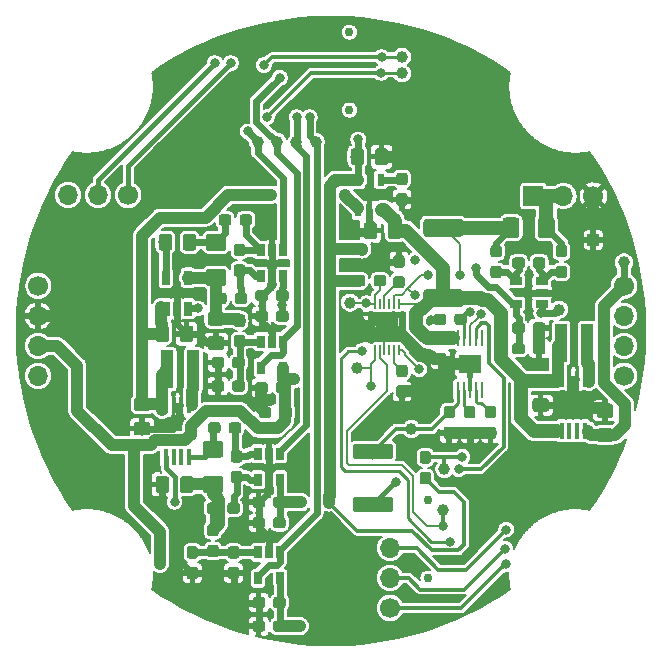
<source format=gtl>
G04 #@! TF.GenerationSoftware,KiCad,Pcbnew,(5.0.0)*
G04 #@! TF.CreationDate,2019-01-09T16:39:40-03:00*
G04 #@! TF.ProjectId,PCB_B,5043425F422E6B696361645F70636200,rev?*
G04 #@! TF.SameCoordinates,Original*
G04 #@! TF.FileFunction,Copper,L1,Top,Signal*
G04 #@! TF.FilePolarity,Positive*
%FSLAX46Y46*%
G04 Gerber Fmt 4.6, Leading zero omitted, Abs format (unit mm)*
G04 Created by KiCad (PCBNEW (5.0.0)) date 01/09/19 16:39:40*
%MOMM*%
%LPD*%
G01*
G04 APERTURE LIST*
G04 #@! TA.AperFunction,SMDPad,CuDef*
%ADD10R,0.450000X1.400000*%
G04 #@! TD*
G04 #@! TA.AperFunction,Conductor*
%ADD11C,0.100000*%
G04 #@! TD*
G04 #@! TA.AperFunction,SMDPad,CuDef*
%ADD12C,1.300000*%
G04 #@! TD*
G04 #@! TA.AperFunction,SMDPad,CuDef*
%ADD13C,0.950000*%
G04 #@! TD*
G04 #@! TA.AperFunction,ComponentPad*
%ADD14O,1.700000X1.700000*%
G04 #@! TD*
G04 #@! TA.AperFunction,ComponentPad*
%ADD15C,1.700000*%
G04 #@! TD*
G04 #@! TA.AperFunction,ComponentPad*
%ADD16R,1.700000X1.700000*%
G04 #@! TD*
G04 #@! TA.AperFunction,SMDPad,CuDef*
%ADD17R,0.575000X0.400000*%
G04 #@! TD*
G04 #@! TA.AperFunction,SMDPad,CuDef*
%ADD18R,0.975000X1.300000*%
G04 #@! TD*
G04 #@! TA.AperFunction,ViaPad*
%ADD19C,0.600000*%
G04 #@! TD*
G04 #@! TA.AperFunction,SMDPad,CuDef*
%ADD20R,0.200000X0.200000*%
G04 #@! TD*
G04 #@! TA.AperFunction,SMDPad,CuDef*
%ADD21O,0.200000X0.850000*%
G04 #@! TD*
G04 #@! TA.AperFunction,SMDPad,CuDef*
%ADD22R,0.675000X0.400000*%
G04 #@! TD*
G04 #@! TA.AperFunction,SMDPad,CuDef*
%ADD23R,1.950000X2.600000*%
G04 #@! TD*
G04 #@! TA.AperFunction,SMDPad,CuDef*
%ADD24C,1.150000*%
G04 #@! TD*
G04 #@! TA.AperFunction,SMDPad,CuDef*
%ADD25R,1.000000X3.200000*%
G04 #@! TD*
G04 #@! TA.AperFunction,SMDPad,CuDef*
%ADD26C,1.425000*%
G04 #@! TD*
G04 #@! TA.AperFunction,SMDPad,CuDef*
%ADD27C,1.525000*%
G04 #@! TD*
G04 #@! TA.AperFunction,SMDPad,CuDef*
%ADD28R,0.650000X1.220000*%
G04 #@! TD*
G04 #@! TA.AperFunction,SMDPad,CuDef*
%ADD29R,0.650000X1.060000*%
G04 #@! TD*
G04 #@! TA.AperFunction,SMDPad,CuDef*
%ADD30R,1.060000X0.650000*%
G04 #@! TD*
G04 #@! TA.AperFunction,SMDPad,CuDef*
%ADD31R,1.879600X1.574800*%
G04 #@! TD*
G04 #@! TA.AperFunction,SMDPad,CuDef*
%ADD32R,0.279400X1.422400*%
G04 #@! TD*
G04 #@! TA.AperFunction,ComponentPad*
%ADD33C,6.200000*%
G04 #@! TD*
G04 #@! TA.AperFunction,ComponentPad*
%ADD34C,6.300000*%
G04 #@! TD*
G04 #@! TA.AperFunction,ComponentPad*
%ADD35C,0.750000*%
G04 #@! TD*
G04 #@! TA.AperFunction,BGAPad,CuDef*
%ADD36C,1.000000*%
G04 #@! TD*
G04 #@! TA.AperFunction,ComponentPad*
%ADD37R,1.000000X1.000000*%
G04 #@! TD*
G04 #@! TA.AperFunction,SMDPad,CuDef*
%ADD38R,0.600000X1.050000*%
G04 #@! TD*
G04 #@! TA.AperFunction,ViaPad*
%ADD39C,0.800000*%
G04 #@! TD*
G04 #@! TA.AperFunction,Conductor*
%ADD40C,0.250000*%
G04 #@! TD*
G04 #@! TA.AperFunction,Conductor*
%ADD41C,0.300000*%
G04 #@! TD*
G04 #@! TA.AperFunction,Conductor*
%ADD42C,0.254000*%
G04 #@! TD*
G04 #@! TA.AperFunction,Conductor*
%ADD43C,0.600000*%
G04 #@! TD*
G04 #@! TA.AperFunction,Conductor*
%ADD44C,1.000000*%
G04 #@! TD*
G04 #@! TA.AperFunction,Conductor*
%ADD45C,0.800000*%
G04 #@! TD*
G04 #@! TA.AperFunction,Conductor*
%ADD46C,0.400000*%
G04 #@! TD*
G04 #@! TA.AperFunction,Conductor*
%ADD47C,0.200000*%
G04 #@! TD*
G04 #@! TA.AperFunction,Conductor*
%ADD48C,0.900000*%
G04 #@! TD*
G04 #@! TA.AperFunction,Conductor*
%ADD49C,1.200000*%
G04 #@! TD*
G04 APERTURE END LIST*
D10*
G04 #@! TO.P,IC2,1*
G04 #@! TO.N,/ENABLE_5V*
X-13975000Y-10700000D03*
G04 #@! TO.P,IC2,2*
G04 #@! TO.N,Net-(IC2-Pad2)*
X-13325000Y-10700000D03*
G04 #@! TO.P,IC2,3*
G04 #@! TO.N,Net-(IC2-Pad3)*
X-12675000Y-10700000D03*
G04 #@! TO.P,IC2,4*
G04 #@! TO.N,Net-(IC2-Pad4)*
X-12025000Y-10700000D03*
G04 #@! TO.P,IC2,5*
G04 #@! TO.N,Net-(IC2-Pad5)*
X-12025000Y-6300000D03*
G04 #@! TO.P,IC2,6*
G04 #@! TO.N,GND*
X-12675000Y-6300000D03*
G04 #@! TO.P,IC2,7*
X-13325000Y-6300000D03*
G04 #@! TO.P,IC2,8*
G04 #@! TO.N,+BATT*
X-13975000Y-6300000D03*
G04 #@! TD*
D11*
G04 #@! TO.N,VBUS*
G04 #@! TO.C,F1*
G36*
X5030504Y-9572204D02*
X5054773Y-9575804D01*
X5078571Y-9581765D01*
X5101671Y-9590030D01*
X5123849Y-9600520D01*
X5144893Y-9613133D01*
X5164598Y-9627747D01*
X5182777Y-9644223D01*
X5199253Y-9662402D01*
X5213867Y-9682107D01*
X5226480Y-9703151D01*
X5236970Y-9725329D01*
X5245235Y-9748429D01*
X5251196Y-9772227D01*
X5254796Y-9796496D01*
X5256000Y-9821000D01*
X5256000Y-10621000D01*
X5254796Y-10645504D01*
X5251196Y-10669773D01*
X5245235Y-10693571D01*
X5236970Y-10716671D01*
X5226480Y-10738849D01*
X5213867Y-10759893D01*
X5199253Y-10779598D01*
X5182777Y-10797777D01*
X5164598Y-10814253D01*
X5144893Y-10828867D01*
X5123849Y-10841480D01*
X5101671Y-10851970D01*
X5078571Y-10860235D01*
X5054773Y-10866196D01*
X5030504Y-10869796D01*
X5006000Y-10871000D01*
X2106000Y-10871000D01*
X2081496Y-10869796D01*
X2057227Y-10866196D01*
X2033429Y-10860235D01*
X2010329Y-10851970D01*
X1988151Y-10841480D01*
X1967107Y-10828867D01*
X1947402Y-10814253D01*
X1929223Y-10797777D01*
X1912747Y-10779598D01*
X1898133Y-10759893D01*
X1885520Y-10738849D01*
X1875030Y-10716671D01*
X1866765Y-10693571D01*
X1860804Y-10669773D01*
X1857204Y-10645504D01*
X1856000Y-10621000D01*
X1856000Y-9821000D01*
X1857204Y-9796496D01*
X1860804Y-9772227D01*
X1866765Y-9748429D01*
X1875030Y-9725329D01*
X1885520Y-9703151D01*
X1898133Y-9682107D01*
X1912747Y-9662402D01*
X1929223Y-9644223D01*
X1947402Y-9627747D01*
X1967107Y-9613133D01*
X1988151Y-9600520D01*
X2010329Y-9590030D01*
X2033429Y-9581765D01*
X2057227Y-9575804D01*
X2081496Y-9572204D01*
X2106000Y-9571000D01*
X5006000Y-9571000D01*
X5030504Y-9572204D01*
X5030504Y-9572204D01*
G37*
D12*
G04 #@! TD*
G04 #@! TO.P,F1,1*
G04 #@! TO.N,VBUS*
X3556000Y-10221000D03*
D11*
G04 #@! TO.N,Net-(F1-Pad2)*
G04 #@! TO.C,F1*
G36*
X5030504Y-14022204D02*
X5054773Y-14025804D01*
X5078571Y-14031765D01*
X5101671Y-14040030D01*
X5123849Y-14050520D01*
X5144893Y-14063133D01*
X5164598Y-14077747D01*
X5182777Y-14094223D01*
X5199253Y-14112402D01*
X5213867Y-14132107D01*
X5226480Y-14153151D01*
X5236970Y-14175329D01*
X5245235Y-14198429D01*
X5251196Y-14222227D01*
X5254796Y-14246496D01*
X5256000Y-14271000D01*
X5256000Y-15071000D01*
X5254796Y-15095504D01*
X5251196Y-15119773D01*
X5245235Y-15143571D01*
X5236970Y-15166671D01*
X5226480Y-15188849D01*
X5213867Y-15209893D01*
X5199253Y-15229598D01*
X5182777Y-15247777D01*
X5164598Y-15264253D01*
X5144893Y-15278867D01*
X5123849Y-15291480D01*
X5101671Y-15301970D01*
X5078571Y-15310235D01*
X5054773Y-15316196D01*
X5030504Y-15319796D01*
X5006000Y-15321000D01*
X2106000Y-15321000D01*
X2081496Y-15319796D01*
X2057227Y-15316196D01*
X2033429Y-15310235D01*
X2010329Y-15301970D01*
X1988151Y-15291480D01*
X1967107Y-15278867D01*
X1947402Y-15264253D01*
X1929223Y-15247777D01*
X1912747Y-15229598D01*
X1898133Y-15209893D01*
X1885520Y-15188849D01*
X1875030Y-15166671D01*
X1866765Y-15143571D01*
X1860804Y-15119773D01*
X1857204Y-15095504D01*
X1856000Y-15071000D01*
X1856000Y-14271000D01*
X1857204Y-14246496D01*
X1860804Y-14222227D01*
X1866765Y-14198429D01*
X1875030Y-14175329D01*
X1885520Y-14153151D01*
X1898133Y-14132107D01*
X1912747Y-14112402D01*
X1929223Y-14094223D01*
X1947402Y-14077747D01*
X1967107Y-14063133D01*
X1988151Y-14050520D01*
X2010329Y-14040030D01*
X2033429Y-14031765D01*
X2057227Y-14025804D01*
X2081496Y-14022204D01*
X2106000Y-14021000D01*
X5006000Y-14021000D01*
X5030504Y-14022204D01*
X5030504Y-14022204D01*
G37*
D12*
G04 #@! TD*
G04 #@! TO.P,F1,2*
G04 #@! TO.N,Net-(F1-Pad2)*
X3556000Y-14671000D03*
D11*
G04 #@! TO.N,/CHG*
G04 #@! TO.C,R22*
G36*
X8236379Y-10183544D02*
X8259434Y-10186963D01*
X8282043Y-10192627D01*
X8303987Y-10200479D01*
X8325057Y-10210444D01*
X8345048Y-10222426D01*
X8363768Y-10236310D01*
X8381038Y-10251962D01*
X8396690Y-10269232D01*
X8410574Y-10287952D01*
X8422556Y-10307943D01*
X8432521Y-10329013D01*
X8440373Y-10350957D01*
X8446037Y-10373566D01*
X8449456Y-10396621D01*
X8450600Y-10419900D01*
X8450600Y-10994900D01*
X8449456Y-11018179D01*
X8446037Y-11041234D01*
X8440373Y-11063843D01*
X8432521Y-11085787D01*
X8422556Y-11106857D01*
X8410574Y-11126848D01*
X8396690Y-11145568D01*
X8381038Y-11162838D01*
X8363768Y-11178490D01*
X8345048Y-11192374D01*
X8325057Y-11204356D01*
X8303987Y-11214321D01*
X8282043Y-11222173D01*
X8259434Y-11227837D01*
X8236379Y-11231256D01*
X8213100Y-11232400D01*
X7738100Y-11232400D01*
X7714821Y-11231256D01*
X7691766Y-11227837D01*
X7669157Y-11222173D01*
X7647213Y-11214321D01*
X7626143Y-11204356D01*
X7606152Y-11192374D01*
X7587432Y-11178490D01*
X7570162Y-11162838D01*
X7554510Y-11145568D01*
X7540626Y-11126848D01*
X7528644Y-11106857D01*
X7518679Y-11085787D01*
X7510827Y-11063843D01*
X7505163Y-11041234D01*
X7501744Y-11018179D01*
X7500600Y-10994900D01*
X7500600Y-10419900D01*
X7501744Y-10396621D01*
X7505163Y-10373566D01*
X7510827Y-10350957D01*
X7518679Y-10329013D01*
X7528644Y-10307943D01*
X7540626Y-10287952D01*
X7554510Y-10269232D01*
X7570162Y-10251962D01*
X7587432Y-10236310D01*
X7606152Y-10222426D01*
X7626143Y-10210444D01*
X7647213Y-10200479D01*
X7669157Y-10192627D01*
X7691766Y-10186963D01*
X7714821Y-10183544D01*
X7738100Y-10182400D01*
X8213100Y-10182400D01*
X8236379Y-10183544D01*
X8236379Y-10183544D01*
G37*
D13*
G04 #@! TD*
G04 #@! TO.P,R22,1*
G04 #@! TO.N,/CHG*
X7975600Y-10707400D03*
D11*
G04 #@! TO.N,+3V3_Internal*
G04 #@! TO.C,R22*
G36*
X8236379Y-11933544D02*
X8259434Y-11936963D01*
X8282043Y-11942627D01*
X8303987Y-11950479D01*
X8325057Y-11960444D01*
X8345048Y-11972426D01*
X8363768Y-11986310D01*
X8381038Y-12001962D01*
X8396690Y-12019232D01*
X8410574Y-12037952D01*
X8422556Y-12057943D01*
X8432521Y-12079013D01*
X8440373Y-12100957D01*
X8446037Y-12123566D01*
X8449456Y-12146621D01*
X8450600Y-12169900D01*
X8450600Y-12744900D01*
X8449456Y-12768179D01*
X8446037Y-12791234D01*
X8440373Y-12813843D01*
X8432521Y-12835787D01*
X8422556Y-12856857D01*
X8410574Y-12876848D01*
X8396690Y-12895568D01*
X8381038Y-12912838D01*
X8363768Y-12928490D01*
X8345048Y-12942374D01*
X8325057Y-12954356D01*
X8303987Y-12964321D01*
X8282043Y-12972173D01*
X8259434Y-12977837D01*
X8236379Y-12981256D01*
X8213100Y-12982400D01*
X7738100Y-12982400D01*
X7714821Y-12981256D01*
X7691766Y-12977837D01*
X7669157Y-12972173D01*
X7647213Y-12964321D01*
X7626143Y-12954356D01*
X7606152Y-12942374D01*
X7587432Y-12928490D01*
X7570162Y-12912838D01*
X7554510Y-12895568D01*
X7540626Y-12876848D01*
X7528644Y-12856857D01*
X7518679Y-12835787D01*
X7510827Y-12813843D01*
X7505163Y-12791234D01*
X7501744Y-12768179D01*
X7500600Y-12744900D01*
X7500600Y-12169900D01*
X7501744Y-12146621D01*
X7505163Y-12123566D01*
X7510827Y-12100957D01*
X7518679Y-12079013D01*
X7528644Y-12057943D01*
X7540626Y-12037952D01*
X7554510Y-12019232D01*
X7570162Y-12001962D01*
X7587432Y-11986310D01*
X7606152Y-11972426D01*
X7626143Y-11960444D01*
X7647213Y-11950479D01*
X7669157Y-11942627D01*
X7691766Y-11936963D01*
X7714821Y-11933544D01*
X7738100Y-11932400D01*
X8213100Y-11932400D01*
X8236379Y-11933544D01*
X8236379Y-11933544D01*
G37*
D13*
G04 #@! TD*
G04 #@! TO.P,R22,2*
G04 #@! TO.N,+3V3_Internal*
X7975600Y-12457400D03*
D14*
G04 #@! TO.P,J2,5*
G04 #@! TO.N,/S_GLOBO*
X24800000Y1270000D03*
G04 #@! TO.P,J2,10*
G04 #@! TO.N,/SCLK*
X4996841Y-18373862D03*
D15*
G04 #@! TO.P,J2,4*
G04 #@! TO.N,/SERVOS_5V*
X24800000Y3810000D03*
G04 #@! TO.P,J2,8*
G04 #@! TO.N,/SDI*
X4996841Y-23453862D03*
D14*
G04 #@! TO.P,J2,9*
G04 #@! TO.N,/CS*
X4996841Y-20913862D03*
D15*
G04 #@! TO.P,J2,7*
G04 #@! TO.N,/SDO*
X24800000Y-3810000D03*
D14*
G04 #@! TO.P,J2,6*
G04 #@! TO.N,/S_PARACAIDAS*
X24800000Y-1270000D03*
D15*
G04 #@! TO.P,J2,3*
G04 #@! TO.N,GND*
X22212262Y11400841D03*
D16*
G04 #@! TO.P,J2,1*
G04 #@! TO.N,/BATT_INTERNO*
X17132262Y11400841D03*
D14*
G04 #@! TO.P,J2,2*
X19672262Y11400841D03*
G04 #@! TO.P,J2,13*
G04 #@! TO.N,Net-(J2-Pad13)*
X-22267738Y11500841D03*
G04 #@! TO.P,J2,12*
G04 #@! TO.N,/GPS_TX*
X-19727738Y11500841D03*
D15*
G04 #@! TO.P,J2,11*
G04 #@! TO.N,/P1*
X-17187738Y11500841D03*
D14*
G04 #@! TO.P,J2,16*
G04 #@! TO.N,+3V3_Internal*
X-24800000Y-1270000D03*
G04 #@! TO.P,J2,17*
G04 #@! TO.N,Net-(J2-Pad17)*
X-24800000Y-3810000D03*
G04 #@! TO.P,J2,15*
G04 #@! TO.N,GND*
X-24800000Y1270000D03*
D15*
G04 #@! TO.P,J2,14*
G04 #@! TO.N,Net-(J2-Pad14)*
X-24800000Y3810000D03*
G04 #@! TD*
D11*
G04 #@! TO.N,+3V3_Internal*
G04 #@! TO.C,C13*
G36*
X-3524221Y-6406144D02*
X-3501166Y-6409563D01*
X-3478557Y-6415227D01*
X-3456613Y-6423079D01*
X-3435543Y-6433044D01*
X-3415552Y-6445026D01*
X-3396832Y-6458910D01*
X-3379562Y-6474562D01*
X-3363910Y-6491832D01*
X-3350026Y-6510552D01*
X-3338044Y-6530543D01*
X-3328079Y-6551613D01*
X-3320227Y-6573557D01*
X-3314563Y-6596166D01*
X-3311144Y-6619221D01*
X-3310000Y-6642500D01*
X-3310000Y-7117500D01*
X-3311144Y-7140779D01*
X-3314563Y-7163834D01*
X-3320227Y-7186443D01*
X-3328079Y-7208387D01*
X-3338044Y-7229457D01*
X-3350026Y-7249448D01*
X-3363910Y-7268168D01*
X-3379562Y-7285438D01*
X-3396832Y-7301090D01*
X-3415552Y-7314974D01*
X-3435543Y-7326956D01*
X-3456613Y-7336921D01*
X-3478557Y-7344773D01*
X-3501166Y-7350437D01*
X-3524221Y-7353856D01*
X-3547500Y-7355000D01*
X-4122500Y-7355000D01*
X-4145779Y-7353856D01*
X-4168834Y-7350437D01*
X-4191443Y-7344773D01*
X-4213387Y-7336921D01*
X-4234457Y-7326956D01*
X-4254448Y-7314974D01*
X-4273168Y-7301090D01*
X-4290438Y-7285438D01*
X-4306090Y-7268168D01*
X-4319974Y-7249448D01*
X-4331956Y-7229457D01*
X-4341921Y-7208387D01*
X-4349773Y-7186443D01*
X-4355437Y-7163834D01*
X-4358856Y-7140779D01*
X-4360000Y-7117500D01*
X-4360000Y-6642500D01*
X-4358856Y-6619221D01*
X-4355437Y-6596166D01*
X-4349773Y-6573557D01*
X-4341921Y-6551613D01*
X-4331956Y-6530543D01*
X-4319974Y-6510552D01*
X-4306090Y-6491832D01*
X-4290438Y-6474562D01*
X-4273168Y-6458910D01*
X-4254448Y-6445026D01*
X-4234457Y-6433044D01*
X-4213387Y-6423079D01*
X-4191443Y-6415227D01*
X-4168834Y-6409563D01*
X-4145779Y-6406144D01*
X-4122500Y-6405000D01*
X-3547500Y-6405000D01*
X-3524221Y-6406144D01*
X-3524221Y-6406144D01*
G37*
D13*
G04 #@! TD*
G04 #@! TO.P,C13,2*
G04 #@! TO.N,+3V3_Internal*
X-3835000Y-6880000D03*
D11*
G04 #@! TO.N,GND*
G04 #@! TO.C,C13*
G36*
X-5274221Y-6406144D02*
X-5251166Y-6409563D01*
X-5228557Y-6415227D01*
X-5206613Y-6423079D01*
X-5185543Y-6433044D01*
X-5165552Y-6445026D01*
X-5146832Y-6458910D01*
X-5129562Y-6474562D01*
X-5113910Y-6491832D01*
X-5100026Y-6510552D01*
X-5088044Y-6530543D01*
X-5078079Y-6551613D01*
X-5070227Y-6573557D01*
X-5064563Y-6596166D01*
X-5061144Y-6619221D01*
X-5060000Y-6642500D01*
X-5060000Y-7117500D01*
X-5061144Y-7140779D01*
X-5064563Y-7163834D01*
X-5070227Y-7186443D01*
X-5078079Y-7208387D01*
X-5088044Y-7229457D01*
X-5100026Y-7249448D01*
X-5113910Y-7268168D01*
X-5129562Y-7285438D01*
X-5146832Y-7301090D01*
X-5165552Y-7314974D01*
X-5185543Y-7326956D01*
X-5206613Y-7336921D01*
X-5228557Y-7344773D01*
X-5251166Y-7350437D01*
X-5274221Y-7353856D01*
X-5297500Y-7355000D01*
X-5872500Y-7355000D01*
X-5895779Y-7353856D01*
X-5918834Y-7350437D01*
X-5941443Y-7344773D01*
X-5963387Y-7336921D01*
X-5984457Y-7326956D01*
X-6004448Y-7314974D01*
X-6023168Y-7301090D01*
X-6040438Y-7285438D01*
X-6056090Y-7268168D01*
X-6069974Y-7249448D01*
X-6081956Y-7229457D01*
X-6091921Y-7208387D01*
X-6099773Y-7186443D01*
X-6105437Y-7163834D01*
X-6108856Y-7140779D01*
X-6110000Y-7117500D01*
X-6110000Y-6642500D01*
X-6108856Y-6619221D01*
X-6105437Y-6596166D01*
X-6099773Y-6573557D01*
X-6091921Y-6551613D01*
X-6081956Y-6530543D01*
X-6069974Y-6510552D01*
X-6056090Y-6491832D01*
X-6040438Y-6474562D01*
X-6023168Y-6458910D01*
X-6004448Y-6445026D01*
X-5984457Y-6433044D01*
X-5963387Y-6423079D01*
X-5941443Y-6415227D01*
X-5918834Y-6409563D01*
X-5895779Y-6406144D01*
X-5872500Y-6405000D01*
X-5297500Y-6405000D01*
X-5274221Y-6406144D01*
X-5274221Y-6406144D01*
G37*
D13*
G04 #@! TD*
G04 #@! TO.P,C13,1*
G04 #@! TO.N,GND*
X-5585000Y-6880000D03*
D17*
G04 #@! TO.P,U9,13*
G04 #@! TO.N,GND*
X6077500Y-764999D03*
X3347500Y-764999D03*
X3347500Y1435001D03*
X6077500Y1435001D03*
D18*
X5200000Y985001D03*
X5200000Y-314999D03*
X4225000Y-314999D03*
X4225000Y985001D03*
D19*
G04 #@! TD*
G04 #@! TO.N,GND*
G04 #@! TO.C,U9*
X5212500Y335001D03*
G04 #@! TO.N,GND*
G04 #@! TO.C,U9*
X4212500Y335001D03*
X4212500Y-564999D03*
X4212500Y1235001D03*
X5212500Y1235001D03*
X5212500Y-564999D03*
D20*
G04 #@! TD*
G04 #@! TO.P,U9,7*
G04 #@! TO.N,+BATT*
X5712500Y2635001D03*
G04 #@! TO.P,U9,8*
G04 #@! TO.N,/Fuel Gauge/VBAT*
X5312500Y2635001D03*
G04 #@! TO.P,U9,9*
G04 #@! TO.N,Net-(U9-Pad9)*
X4912500Y2635001D03*
G04 #@! TO.P,U9,10*
G04 #@! TO.N,Net-(R20-Pad1)*
X4512500Y2635001D03*
G04 #@! TO.P,U9,11*
G04 #@! TO.N,Net-(U9-Pad11)*
X4112500Y2635001D03*
G04 #@! TO.P,U9,12*
G04 #@! TO.N,/GPOUT*
X3712500Y2635001D03*
G04 #@! TO.P,U9,1*
G04 #@! TO.N,/SDA*
X3712500Y-1964999D03*
G04 #@! TO.P,U9,2*
G04 #@! TO.N,/SCL*
X4112500Y-1964999D03*
G04 #@! TO.P,U9,6*
G04 #@! TO.N,/Fuel Gauge/VBAT*
X5712500Y-1964999D03*
G04 #@! TO.P,U9,5*
G04 #@! TO.N,Net-(C27-Pad1)*
X5312500Y-1964999D03*
G04 #@! TO.P,U9,4*
G04 #@! TO.N,Net-(U9-Pad4)*
X4912500Y-1964999D03*
D21*
G04 #@! TO.P,U9,7*
G04 #@! TO.N,+BATT*
X5712500Y2310001D03*
G04 #@! TO.P,U9,8*
G04 #@! TO.N,/Fuel Gauge/VBAT*
X5312500Y2310001D03*
G04 #@! TO.P,U9,9*
G04 #@! TO.N,Net-(U9-Pad9)*
X4912500Y2310001D03*
G04 #@! TO.P,U9,10*
G04 #@! TO.N,Net-(R20-Pad1)*
X4512500Y2310001D03*
G04 #@! TO.P,U9,11*
G04 #@! TO.N,Net-(U9-Pad11)*
X4112500Y2310001D03*
G04 #@! TO.P,U9,12*
G04 #@! TO.N,/GPOUT*
X3712500Y2310001D03*
G04 #@! TO.P,U9,6*
G04 #@! TO.N,/Fuel Gauge/VBAT*
X5712500Y-1639999D03*
G04 #@! TO.P,U9,5*
G04 #@! TO.N,Net-(C27-Pad1)*
X5312500Y-1639999D03*
G04 #@! TO.P,U9,4*
G04 #@! TO.N,Net-(U9-Pad4)*
X4912500Y-1639999D03*
G04 #@! TO.P,U9,1*
G04 #@! TO.N,/SDA*
X3712500Y-1639999D03*
G04 #@! TO.P,U9,2*
G04 #@! TO.N,/SCL*
X4112500Y-1639999D03*
G04 #@! TO.P,U9,3*
G04 #@! TO.N,GND*
X4512500Y-1639999D03*
D20*
X4512500Y-1964999D03*
D22*
G04 #@! TO.P,U9,13*
X3400000Y-764999D03*
X3400000Y1435001D03*
X6025000Y1435001D03*
X6025000Y-764999D03*
D23*
X4712500Y335001D03*
G04 #@! TD*
D11*
G04 #@! TO.N,/CHG_DISABLE*
G04 #@! TO.C,R16*
G36*
X11285779Y1473856D02*
X11308834Y1470437D01*
X11331443Y1464773D01*
X11353387Y1456921D01*
X11374457Y1446956D01*
X11394448Y1434974D01*
X11413168Y1421090D01*
X11430438Y1405438D01*
X11446090Y1388168D01*
X11459974Y1369448D01*
X11471956Y1349457D01*
X11481921Y1328387D01*
X11489773Y1306443D01*
X11495437Y1283834D01*
X11498856Y1260779D01*
X11500000Y1237500D01*
X11500000Y762500D01*
X11498856Y739221D01*
X11495437Y716166D01*
X11489773Y693557D01*
X11481921Y671613D01*
X11471956Y650543D01*
X11459974Y630552D01*
X11446090Y611832D01*
X11430438Y594562D01*
X11413168Y578910D01*
X11394448Y565026D01*
X11374457Y553044D01*
X11353387Y543079D01*
X11331443Y535227D01*
X11308834Y529563D01*
X11285779Y526144D01*
X11262500Y525000D01*
X10687500Y525000D01*
X10664221Y526144D01*
X10641166Y529563D01*
X10618557Y535227D01*
X10596613Y543079D01*
X10575543Y553044D01*
X10555552Y565026D01*
X10536832Y578910D01*
X10519562Y594562D01*
X10503910Y611832D01*
X10490026Y630552D01*
X10478044Y650543D01*
X10468079Y671613D01*
X10460227Y693557D01*
X10454563Y716166D01*
X10451144Y739221D01*
X10450000Y762500D01*
X10450000Y1237500D01*
X10451144Y1260779D01*
X10454563Y1283834D01*
X10460227Y1306443D01*
X10468079Y1328387D01*
X10478044Y1349457D01*
X10490026Y1369448D01*
X10503910Y1388168D01*
X10519562Y1405438D01*
X10536832Y1421090D01*
X10555552Y1434974D01*
X10575543Y1446956D01*
X10596613Y1456921D01*
X10618557Y1464773D01*
X10641166Y1470437D01*
X10664221Y1473856D01*
X10687500Y1475000D01*
X11262500Y1475000D01*
X11285779Y1473856D01*
X11285779Y1473856D01*
G37*
D13*
G04 #@! TD*
G04 #@! TO.P,R16,2*
G04 #@! TO.N,/CHG_DISABLE*
X10975000Y1000000D03*
D11*
G04 #@! TO.N,GND*
G04 #@! TO.C,R16*
G36*
X9535779Y1473856D02*
X9558834Y1470437D01*
X9581443Y1464773D01*
X9603387Y1456921D01*
X9624457Y1446956D01*
X9644448Y1434974D01*
X9663168Y1421090D01*
X9680438Y1405438D01*
X9696090Y1388168D01*
X9709974Y1369448D01*
X9721956Y1349457D01*
X9731921Y1328387D01*
X9739773Y1306443D01*
X9745437Y1283834D01*
X9748856Y1260779D01*
X9750000Y1237500D01*
X9750000Y762500D01*
X9748856Y739221D01*
X9745437Y716166D01*
X9739773Y693557D01*
X9731921Y671613D01*
X9721956Y650543D01*
X9709974Y630552D01*
X9696090Y611832D01*
X9680438Y594562D01*
X9663168Y578910D01*
X9644448Y565026D01*
X9624457Y553044D01*
X9603387Y543079D01*
X9581443Y535227D01*
X9558834Y529563D01*
X9535779Y526144D01*
X9512500Y525000D01*
X8937500Y525000D01*
X8914221Y526144D01*
X8891166Y529563D01*
X8868557Y535227D01*
X8846613Y543079D01*
X8825543Y553044D01*
X8805552Y565026D01*
X8786832Y578910D01*
X8769562Y594562D01*
X8753910Y611832D01*
X8740026Y630552D01*
X8728044Y650543D01*
X8718079Y671613D01*
X8710227Y693557D01*
X8704563Y716166D01*
X8701144Y739221D01*
X8700000Y762500D01*
X8700000Y1237500D01*
X8701144Y1260779D01*
X8704563Y1283834D01*
X8710227Y1306443D01*
X8718079Y1328387D01*
X8728044Y1349457D01*
X8740026Y1369448D01*
X8753910Y1388168D01*
X8769562Y1405438D01*
X8786832Y1421090D01*
X8805552Y1434974D01*
X8825543Y1446956D01*
X8846613Y1456921D01*
X8868557Y1464773D01*
X8891166Y1470437D01*
X8914221Y1473856D01*
X8937500Y1475000D01*
X9512500Y1475000D01*
X9535779Y1473856D01*
X9535779Y1473856D01*
G37*
D13*
G04 #@! TD*
G04 #@! TO.P,R16,1*
G04 #@! TO.N,GND*
X9225000Y1000000D03*
D11*
G04 #@! TO.N,+BATT*
G04 #@! TO.C,C1*
G36*
X18224505Y-3651204D02*
X18248773Y-3654804D01*
X18272572Y-3660765D01*
X18295671Y-3669030D01*
X18317850Y-3679520D01*
X18338893Y-3692132D01*
X18358599Y-3706747D01*
X18376777Y-3723223D01*
X18393253Y-3741401D01*
X18407868Y-3761107D01*
X18420480Y-3782150D01*
X18430970Y-3804329D01*
X18439235Y-3827428D01*
X18445196Y-3851227D01*
X18448796Y-3875495D01*
X18450000Y-3899999D01*
X18450000Y-4550001D01*
X18448796Y-4574505D01*
X18445196Y-4598773D01*
X18439235Y-4622572D01*
X18430970Y-4645671D01*
X18420480Y-4667850D01*
X18407868Y-4688893D01*
X18393253Y-4708599D01*
X18376777Y-4726777D01*
X18358599Y-4743253D01*
X18338893Y-4757868D01*
X18317850Y-4770480D01*
X18295671Y-4780970D01*
X18272572Y-4789235D01*
X18248773Y-4795196D01*
X18224505Y-4798796D01*
X18200001Y-4800000D01*
X17299999Y-4800000D01*
X17275495Y-4798796D01*
X17251227Y-4795196D01*
X17227428Y-4789235D01*
X17204329Y-4780970D01*
X17182150Y-4770480D01*
X17161107Y-4757868D01*
X17141401Y-4743253D01*
X17123223Y-4726777D01*
X17106747Y-4708599D01*
X17092132Y-4688893D01*
X17079520Y-4667850D01*
X17069030Y-4645671D01*
X17060765Y-4622572D01*
X17054804Y-4598773D01*
X17051204Y-4574505D01*
X17050000Y-4550001D01*
X17050000Y-3899999D01*
X17051204Y-3875495D01*
X17054804Y-3851227D01*
X17060765Y-3827428D01*
X17069030Y-3804329D01*
X17079520Y-3782150D01*
X17092132Y-3761107D01*
X17106747Y-3741401D01*
X17123223Y-3723223D01*
X17141401Y-3706747D01*
X17161107Y-3692132D01*
X17182150Y-3679520D01*
X17204329Y-3669030D01*
X17227428Y-3660765D01*
X17251227Y-3654804D01*
X17275495Y-3651204D01*
X17299999Y-3650000D01*
X18200001Y-3650000D01*
X18224505Y-3651204D01*
X18224505Y-3651204D01*
G37*
D24*
G04 #@! TD*
G04 #@! TO.P,C1,2*
G04 #@! TO.N,+BATT*
X17750000Y-4225000D03*
D11*
G04 #@! TO.N,GND*
G04 #@! TO.C,C1*
G36*
X18224505Y-5701204D02*
X18248773Y-5704804D01*
X18272572Y-5710765D01*
X18295671Y-5719030D01*
X18317850Y-5729520D01*
X18338893Y-5742132D01*
X18358599Y-5756747D01*
X18376777Y-5773223D01*
X18393253Y-5791401D01*
X18407868Y-5811107D01*
X18420480Y-5832150D01*
X18430970Y-5854329D01*
X18439235Y-5877428D01*
X18445196Y-5901227D01*
X18448796Y-5925495D01*
X18450000Y-5949999D01*
X18450000Y-6600001D01*
X18448796Y-6624505D01*
X18445196Y-6648773D01*
X18439235Y-6672572D01*
X18430970Y-6695671D01*
X18420480Y-6717850D01*
X18407868Y-6738893D01*
X18393253Y-6758599D01*
X18376777Y-6776777D01*
X18358599Y-6793253D01*
X18338893Y-6807868D01*
X18317850Y-6820480D01*
X18295671Y-6830970D01*
X18272572Y-6839235D01*
X18248773Y-6845196D01*
X18224505Y-6848796D01*
X18200001Y-6850000D01*
X17299999Y-6850000D01*
X17275495Y-6848796D01*
X17251227Y-6845196D01*
X17227428Y-6839235D01*
X17204329Y-6830970D01*
X17182150Y-6820480D01*
X17161107Y-6807868D01*
X17141401Y-6793253D01*
X17123223Y-6776777D01*
X17106747Y-6758599D01*
X17092132Y-6738893D01*
X17079520Y-6717850D01*
X17069030Y-6695671D01*
X17060765Y-6672572D01*
X17054804Y-6648773D01*
X17051204Y-6624505D01*
X17050000Y-6600001D01*
X17050000Y-5949999D01*
X17051204Y-5925495D01*
X17054804Y-5901227D01*
X17060765Y-5877428D01*
X17069030Y-5854329D01*
X17079520Y-5832150D01*
X17092132Y-5811107D01*
X17106747Y-5791401D01*
X17123223Y-5773223D01*
X17141401Y-5756747D01*
X17161107Y-5742132D01*
X17182150Y-5729520D01*
X17204329Y-5719030D01*
X17227428Y-5710765D01*
X17251227Y-5704804D01*
X17275495Y-5701204D01*
X17299999Y-5700000D01*
X18200001Y-5700000D01*
X18224505Y-5701204D01*
X18224505Y-5701204D01*
G37*
D24*
G04 #@! TD*
G04 #@! TO.P,C1,1*
G04 #@! TO.N,GND*
X17750000Y-6275000D03*
D11*
G04 #@! TO.N,/SERVOS_5V*
G04 #@! TO.C,C2*
G36*
X23674505Y-8251204D02*
X23698773Y-8254804D01*
X23722572Y-8260765D01*
X23745671Y-8269030D01*
X23767850Y-8279520D01*
X23788893Y-8292132D01*
X23808599Y-8306747D01*
X23826777Y-8323223D01*
X23843253Y-8341401D01*
X23857868Y-8361107D01*
X23870480Y-8382150D01*
X23880970Y-8404329D01*
X23889235Y-8427428D01*
X23895196Y-8451227D01*
X23898796Y-8475495D01*
X23900000Y-8499999D01*
X23900000Y-9150001D01*
X23898796Y-9174505D01*
X23895196Y-9198773D01*
X23889235Y-9222572D01*
X23880970Y-9245671D01*
X23870480Y-9267850D01*
X23857868Y-9288893D01*
X23843253Y-9308599D01*
X23826777Y-9326777D01*
X23808599Y-9343253D01*
X23788893Y-9357868D01*
X23767850Y-9370480D01*
X23745671Y-9380970D01*
X23722572Y-9389235D01*
X23698773Y-9395196D01*
X23674505Y-9398796D01*
X23650001Y-9400000D01*
X22749999Y-9400000D01*
X22725495Y-9398796D01*
X22701227Y-9395196D01*
X22677428Y-9389235D01*
X22654329Y-9380970D01*
X22632150Y-9370480D01*
X22611107Y-9357868D01*
X22591401Y-9343253D01*
X22573223Y-9326777D01*
X22556747Y-9308599D01*
X22542132Y-9288893D01*
X22529520Y-9267850D01*
X22519030Y-9245671D01*
X22510765Y-9222572D01*
X22504804Y-9198773D01*
X22501204Y-9174505D01*
X22500000Y-9150001D01*
X22500000Y-8499999D01*
X22501204Y-8475495D01*
X22504804Y-8451227D01*
X22510765Y-8427428D01*
X22519030Y-8404329D01*
X22529520Y-8382150D01*
X22542132Y-8361107D01*
X22556747Y-8341401D01*
X22573223Y-8323223D01*
X22591401Y-8306747D01*
X22611107Y-8292132D01*
X22632150Y-8279520D01*
X22654329Y-8269030D01*
X22677428Y-8260765D01*
X22701227Y-8254804D01*
X22725495Y-8251204D01*
X22749999Y-8250000D01*
X23650001Y-8250000D01*
X23674505Y-8251204D01*
X23674505Y-8251204D01*
G37*
D24*
G04 #@! TD*
G04 #@! TO.P,C2,2*
G04 #@! TO.N,/SERVOS_5V*
X23200000Y-8825000D03*
D11*
G04 #@! TO.N,GND*
G04 #@! TO.C,C2*
G36*
X23674505Y-6201204D02*
X23698773Y-6204804D01*
X23722572Y-6210765D01*
X23745671Y-6219030D01*
X23767850Y-6229520D01*
X23788893Y-6242132D01*
X23808599Y-6256747D01*
X23826777Y-6273223D01*
X23843253Y-6291401D01*
X23857868Y-6311107D01*
X23870480Y-6332150D01*
X23880970Y-6354329D01*
X23889235Y-6377428D01*
X23895196Y-6401227D01*
X23898796Y-6425495D01*
X23900000Y-6449999D01*
X23900000Y-7100001D01*
X23898796Y-7124505D01*
X23895196Y-7148773D01*
X23889235Y-7172572D01*
X23880970Y-7195671D01*
X23870480Y-7217850D01*
X23857868Y-7238893D01*
X23843253Y-7258599D01*
X23826777Y-7276777D01*
X23808599Y-7293253D01*
X23788893Y-7307868D01*
X23767850Y-7320480D01*
X23745671Y-7330970D01*
X23722572Y-7339235D01*
X23698773Y-7345196D01*
X23674505Y-7348796D01*
X23650001Y-7350000D01*
X22749999Y-7350000D01*
X22725495Y-7348796D01*
X22701227Y-7345196D01*
X22677428Y-7339235D01*
X22654329Y-7330970D01*
X22632150Y-7320480D01*
X22611107Y-7307868D01*
X22591401Y-7293253D01*
X22573223Y-7276777D01*
X22556747Y-7258599D01*
X22542132Y-7238893D01*
X22529520Y-7217850D01*
X22519030Y-7195671D01*
X22510765Y-7172572D01*
X22504804Y-7148773D01*
X22501204Y-7124505D01*
X22500000Y-7100001D01*
X22500000Y-6449999D01*
X22501204Y-6425495D01*
X22504804Y-6401227D01*
X22510765Y-6377428D01*
X22519030Y-6354329D01*
X22529520Y-6332150D01*
X22542132Y-6311107D01*
X22556747Y-6291401D01*
X22573223Y-6273223D01*
X22591401Y-6256747D01*
X22611107Y-6242132D01*
X22632150Y-6229520D01*
X22654329Y-6219030D01*
X22677428Y-6210765D01*
X22701227Y-6204804D01*
X22725495Y-6201204D01*
X22749999Y-6200000D01*
X23650001Y-6200000D01*
X23674505Y-6201204D01*
X23674505Y-6201204D01*
G37*
D24*
G04 #@! TD*
G04 #@! TO.P,C2,1*
G04 #@! TO.N,GND*
X23200000Y-6775000D03*
D11*
G04 #@! TO.N,+BATT*
G04 #@! TO.C,C3*
G36*
X5724505Y9188796D02*
X5748773Y9185196D01*
X5772572Y9179235D01*
X5795671Y9170970D01*
X5817850Y9160480D01*
X5838893Y9147868D01*
X5858599Y9133253D01*
X5876777Y9116777D01*
X5893253Y9098599D01*
X5907868Y9078893D01*
X5920480Y9057850D01*
X5930970Y9035671D01*
X5939235Y9012572D01*
X5945196Y8988773D01*
X5948796Y8964505D01*
X5950000Y8940001D01*
X5950000Y8039999D01*
X5948796Y8015495D01*
X5945196Y7991227D01*
X5939235Y7967428D01*
X5930970Y7944329D01*
X5920480Y7922150D01*
X5907868Y7901107D01*
X5893253Y7881401D01*
X5876777Y7863223D01*
X5858599Y7846747D01*
X5838893Y7832132D01*
X5817850Y7819520D01*
X5795671Y7809030D01*
X5772572Y7800765D01*
X5748773Y7794804D01*
X5724505Y7791204D01*
X5700001Y7790000D01*
X5049999Y7790000D01*
X5025495Y7791204D01*
X5001227Y7794804D01*
X4977428Y7800765D01*
X4954329Y7809030D01*
X4932150Y7819520D01*
X4911107Y7832132D01*
X4891401Y7846747D01*
X4873223Y7863223D01*
X4856747Y7881401D01*
X4842132Y7901107D01*
X4829520Y7922150D01*
X4819030Y7944329D01*
X4810765Y7967428D01*
X4804804Y7991227D01*
X4801204Y8015495D01*
X4800000Y8039999D01*
X4800000Y8940001D01*
X4801204Y8964505D01*
X4804804Y8988773D01*
X4810765Y9012572D01*
X4819030Y9035671D01*
X4829520Y9057850D01*
X4842132Y9078893D01*
X4856747Y9098599D01*
X4873223Y9116777D01*
X4891401Y9133253D01*
X4911107Y9147868D01*
X4932150Y9160480D01*
X4954329Y9170970D01*
X4977428Y9179235D01*
X5001227Y9185196D01*
X5025495Y9188796D01*
X5049999Y9190000D01*
X5700001Y9190000D01*
X5724505Y9188796D01*
X5724505Y9188796D01*
G37*
D24*
G04 #@! TD*
G04 #@! TO.P,C3,2*
G04 #@! TO.N,+BATT*
X5375000Y8490000D03*
D11*
G04 #@! TO.N,GND*
G04 #@! TO.C,C3*
G36*
X3674505Y9188796D02*
X3698773Y9185196D01*
X3722572Y9179235D01*
X3745671Y9170970D01*
X3767850Y9160480D01*
X3788893Y9147868D01*
X3808599Y9133253D01*
X3826777Y9116777D01*
X3843253Y9098599D01*
X3857868Y9078893D01*
X3870480Y9057850D01*
X3880970Y9035671D01*
X3889235Y9012572D01*
X3895196Y8988773D01*
X3898796Y8964505D01*
X3900000Y8940001D01*
X3900000Y8039999D01*
X3898796Y8015495D01*
X3895196Y7991227D01*
X3889235Y7967428D01*
X3880970Y7944329D01*
X3870480Y7922150D01*
X3857868Y7901107D01*
X3843253Y7881401D01*
X3826777Y7863223D01*
X3808599Y7846747D01*
X3788893Y7832132D01*
X3767850Y7819520D01*
X3745671Y7809030D01*
X3722572Y7800765D01*
X3698773Y7794804D01*
X3674505Y7791204D01*
X3650001Y7790000D01*
X2999999Y7790000D01*
X2975495Y7791204D01*
X2951227Y7794804D01*
X2927428Y7800765D01*
X2904329Y7809030D01*
X2882150Y7819520D01*
X2861107Y7832132D01*
X2841401Y7846747D01*
X2823223Y7863223D01*
X2806747Y7881401D01*
X2792132Y7901107D01*
X2779520Y7922150D01*
X2769030Y7944329D01*
X2760765Y7967428D01*
X2754804Y7991227D01*
X2751204Y8015495D01*
X2750000Y8039999D01*
X2750000Y8940001D01*
X2751204Y8964505D01*
X2754804Y8988773D01*
X2760765Y9012572D01*
X2769030Y9035671D01*
X2779520Y9057850D01*
X2792132Y9078893D01*
X2806747Y9098599D01*
X2823223Y9116777D01*
X2841401Y9133253D01*
X2861107Y9147868D01*
X2882150Y9160480D01*
X2904329Y9170970D01*
X2927428Y9179235D01*
X2951227Y9185196D01*
X2975495Y9188796D01*
X2999999Y9190000D01*
X3650001Y9190000D01*
X3674505Y9188796D01*
X3674505Y9188796D01*
G37*
D24*
G04 #@! TD*
G04 #@! TO.P,C3,1*
G04 #@! TO.N,GND*
X3325000Y8490000D03*
D11*
G04 #@! TO.N,Net-(C4-Pad2)*
G04 #@! TO.C,C4*
G36*
X6260779Y13398856D02*
X6283834Y13395437D01*
X6306443Y13389773D01*
X6328387Y13381921D01*
X6349457Y13371956D01*
X6369448Y13359974D01*
X6388168Y13346090D01*
X6405438Y13330438D01*
X6421090Y13313168D01*
X6434974Y13294448D01*
X6446956Y13274457D01*
X6456921Y13253387D01*
X6464773Y13231443D01*
X6470437Y13208834D01*
X6473856Y13185779D01*
X6475000Y13162500D01*
X6475000Y12587500D01*
X6473856Y12564221D01*
X6470437Y12541166D01*
X6464773Y12518557D01*
X6456921Y12496613D01*
X6446956Y12475543D01*
X6434974Y12455552D01*
X6421090Y12436832D01*
X6405438Y12419562D01*
X6388168Y12403910D01*
X6369448Y12390026D01*
X6349457Y12378044D01*
X6328387Y12368079D01*
X6306443Y12360227D01*
X6283834Y12354563D01*
X6260779Y12351144D01*
X6237500Y12350000D01*
X5762500Y12350000D01*
X5739221Y12351144D01*
X5716166Y12354563D01*
X5693557Y12360227D01*
X5671613Y12368079D01*
X5650543Y12378044D01*
X5630552Y12390026D01*
X5611832Y12403910D01*
X5594562Y12419562D01*
X5578910Y12436832D01*
X5565026Y12455552D01*
X5553044Y12475543D01*
X5543079Y12496613D01*
X5535227Y12518557D01*
X5529563Y12541166D01*
X5526144Y12564221D01*
X5525000Y12587500D01*
X5525000Y13162500D01*
X5526144Y13185779D01*
X5529563Y13208834D01*
X5535227Y13231443D01*
X5543079Y13253387D01*
X5553044Y13274457D01*
X5565026Y13294448D01*
X5578910Y13313168D01*
X5594562Y13330438D01*
X5611832Y13346090D01*
X5630552Y13359974D01*
X5650543Y13371956D01*
X5671613Y13381921D01*
X5693557Y13389773D01*
X5716166Y13395437D01*
X5739221Y13398856D01*
X5762500Y13400000D01*
X6237500Y13400000D01*
X6260779Y13398856D01*
X6260779Y13398856D01*
G37*
D13*
G04 #@! TD*
G04 #@! TO.P,C4,2*
G04 #@! TO.N,Net-(C4-Pad2)*
X6000000Y12875000D03*
D11*
G04 #@! TO.N,GND*
G04 #@! TO.C,C4*
G36*
X6260779Y11648856D02*
X6283834Y11645437D01*
X6306443Y11639773D01*
X6328387Y11631921D01*
X6349457Y11621956D01*
X6369448Y11609974D01*
X6388168Y11596090D01*
X6405438Y11580438D01*
X6421090Y11563168D01*
X6434974Y11544448D01*
X6446956Y11524457D01*
X6456921Y11503387D01*
X6464773Y11481443D01*
X6470437Y11458834D01*
X6473856Y11435779D01*
X6475000Y11412500D01*
X6475000Y10837500D01*
X6473856Y10814221D01*
X6470437Y10791166D01*
X6464773Y10768557D01*
X6456921Y10746613D01*
X6446956Y10725543D01*
X6434974Y10705552D01*
X6421090Y10686832D01*
X6405438Y10669562D01*
X6388168Y10653910D01*
X6369448Y10640026D01*
X6349457Y10628044D01*
X6328387Y10618079D01*
X6306443Y10610227D01*
X6283834Y10604563D01*
X6260779Y10601144D01*
X6237500Y10600000D01*
X5762500Y10600000D01*
X5739221Y10601144D01*
X5716166Y10604563D01*
X5693557Y10610227D01*
X5671613Y10618079D01*
X5650543Y10628044D01*
X5630552Y10640026D01*
X5611832Y10653910D01*
X5594562Y10669562D01*
X5578910Y10686832D01*
X5565026Y10705552D01*
X5553044Y10725543D01*
X5543079Y10746613D01*
X5535227Y10768557D01*
X5529563Y10791166D01*
X5526144Y10814221D01*
X5525000Y10837500D01*
X5525000Y11412500D01*
X5526144Y11435779D01*
X5529563Y11458834D01*
X5535227Y11481443D01*
X5543079Y11503387D01*
X5553044Y11524457D01*
X5565026Y11544448D01*
X5578910Y11563168D01*
X5594562Y11580438D01*
X5611832Y11596090D01*
X5630552Y11609974D01*
X5650543Y11621956D01*
X5671613Y11631921D01*
X5693557Y11639773D01*
X5716166Y11645437D01*
X5739221Y11648856D01*
X5762500Y11650000D01*
X6237500Y11650000D01*
X6260779Y11648856D01*
X6260779Y11648856D01*
G37*
D13*
G04 #@! TD*
G04 #@! TO.P,C4,1*
G04 #@! TO.N,GND*
X6000000Y11125000D03*
D11*
G04 #@! TO.N,+3V3_Internal*
G04 #@! TO.C,C5*
G36*
X2574505Y15448796D02*
X2598773Y15445196D01*
X2622572Y15439235D01*
X2645671Y15430970D01*
X2667850Y15420480D01*
X2688893Y15407868D01*
X2708599Y15393253D01*
X2726777Y15376777D01*
X2743253Y15358599D01*
X2757868Y15338893D01*
X2770480Y15317850D01*
X2780970Y15295671D01*
X2789235Y15272572D01*
X2795196Y15248773D01*
X2798796Y15224505D01*
X2800000Y15200001D01*
X2800000Y14299999D01*
X2798796Y14275495D01*
X2795196Y14251227D01*
X2789235Y14227428D01*
X2780970Y14204329D01*
X2770480Y14182150D01*
X2757868Y14161107D01*
X2743253Y14141401D01*
X2726777Y14123223D01*
X2708599Y14106747D01*
X2688893Y14092132D01*
X2667850Y14079520D01*
X2645671Y14069030D01*
X2622572Y14060765D01*
X2598773Y14054804D01*
X2574505Y14051204D01*
X2550001Y14050000D01*
X1899999Y14050000D01*
X1875495Y14051204D01*
X1851227Y14054804D01*
X1827428Y14060765D01*
X1804329Y14069030D01*
X1782150Y14079520D01*
X1761107Y14092132D01*
X1741401Y14106747D01*
X1723223Y14123223D01*
X1706747Y14141401D01*
X1692132Y14161107D01*
X1679520Y14182150D01*
X1669030Y14204329D01*
X1660765Y14227428D01*
X1654804Y14251227D01*
X1651204Y14275495D01*
X1650000Y14299999D01*
X1650000Y15200001D01*
X1651204Y15224505D01*
X1654804Y15248773D01*
X1660765Y15272572D01*
X1669030Y15295671D01*
X1679520Y15317850D01*
X1692132Y15338893D01*
X1706747Y15358599D01*
X1723223Y15376777D01*
X1741401Y15393253D01*
X1761107Y15407868D01*
X1782150Y15420480D01*
X1804329Y15430970D01*
X1827428Y15439235D01*
X1851227Y15445196D01*
X1875495Y15448796D01*
X1899999Y15450000D01*
X2550001Y15450000D01*
X2574505Y15448796D01*
X2574505Y15448796D01*
G37*
D24*
G04 #@! TD*
G04 #@! TO.P,C5,2*
G04 #@! TO.N,+3V3_Internal*
X2225000Y14750000D03*
D11*
G04 #@! TO.N,GND*
G04 #@! TO.C,C5*
G36*
X4624505Y15448796D02*
X4648773Y15445196D01*
X4672572Y15439235D01*
X4695671Y15430970D01*
X4717850Y15420480D01*
X4738893Y15407868D01*
X4758599Y15393253D01*
X4776777Y15376777D01*
X4793253Y15358599D01*
X4807868Y15338893D01*
X4820480Y15317850D01*
X4830970Y15295671D01*
X4839235Y15272572D01*
X4845196Y15248773D01*
X4848796Y15224505D01*
X4850000Y15200001D01*
X4850000Y14299999D01*
X4848796Y14275495D01*
X4845196Y14251227D01*
X4839235Y14227428D01*
X4830970Y14204329D01*
X4820480Y14182150D01*
X4807868Y14161107D01*
X4793253Y14141401D01*
X4776777Y14123223D01*
X4758599Y14106747D01*
X4738893Y14092132D01*
X4717850Y14079520D01*
X4695671Y14069030D01*
X4672572Y14060765D01*
X4648773Y14054804D01*
X4624505Y14051204D01*
X4600001Y14050000D01*
X3949999Y14050000D01*
X3925495Y14051204D01*
X3901227Y14054804D01*
X3877428Y14060765D01*
X3854329Y14069030D01*
X3832150Y14079520D01*
X3811107Y14092132D01*
X3791401Y14106747D01*
X3773223Y14123223D01*
X3756747Y14141401D01*
X3742132Y14161107D01*
X3729520Y14182150D01*
X3719030Y14204329D01*
X3710765Y14227428D01*
X3704804Y14251227D01*
X3701204Y14275495D01*
X3700000Y14299999D01*
X3700000Y15200001D01*
X3701204Y15224505D01*
X3704804Y15248773D01*
X3710765Y15272572D01*
X3719030Y15295671D01*
X3729520Y15317850D01*
X3742132Y15338893D01*
X3756747Y15358599D01*
X3773223Y15376777D01*
X3791401Y15393253D01*
X3811107Y15407868D01*
X3832150Y15420480D01*
X3854329Y15430970D01*
X3877428Y15439235D01*
X3901227Y15445196D01*
X3925495Y15448796D01*
X3949999Y15450000D01*
X4600001Y15450000D01*
X4624505Y15448796D01*
X4624505Y15448796D01*
G37*
D24*
G04 #@! TD*
G04 #@! TO.P,C5,1*
G04 #@! TO.N,GND*
X4275000Y14750000D03*
D11*
G04 #@! TO.N,+BATT*
G04 #@! TO.C,C6*
G36*
X-13925495Y448796D02*
X-13901227Y445196D01*
X-13877428Y439235D01*
X-13854329Y430970D01*
X-13832150Y420480D01*
X-13811107Y407868D01*
X-13791401Y393253D01*
X-13773223Y376777D01*
X-13756747Y358599D01*
X-13742132Y338893D01*
X-13729520Y317850D01*
X-13719030Y295671D01*
X-13710765Y272572D01*
X-13704804Y248773D01*
X-13701204Y224505D01*
X-13700000Y200001D01*
X-13700000Y-700001D01*
X-13701204Y-724505D01*
X-13704804Y-748773D01*
X-13710765Y-772572D01*
X-13719030Y-795671D01*
X-13729520Y-817850D01*
X-13742132Y-838893D01*
X-13756747Y-858599D01*
X-13773223Y-876777D01*
X-13791401Y-893253D01*
X-13811107Y-907868D01*
X-13832150Y-920480D01*
X-13854329Y-930970D01*
X-13877428Y-939235D01*
X-13901227Y-945196D01*
X-13925495Y-948796D01*
X-13949999Y-950000D01*
X-14600001Y-950000D01*
X-14624505Y-948796D01*
X-14648773Y-945196D01*
X-14672572Y-939235D01*
X-14695671Y-930970D01*
X-14717850Y-920480D01*
X-14738893Y-907868D01*
X-14758599Y-893253D01*
X-14776777Y-876777D01*
X-14793253Y-858599D01*
X-14807868Y-838893D01*
X-14820480Y-817850D01*
X-14830970Y-795671D01*
X-14839235Y-772572D01*
X-14845196Y-748773D01*
X-14848796Y-724505D01*
X-14850000Y-700001D01*
X-14850000Y200001D01*
X-14848796Y224505D01*
X-14845196Y248773D01*
X-14839235Y272572D01*
X-14830970Y295671D01*
X-14820480Y317850D01*
X-14807868Y338893D01*
X-14793253Y358599D01*
X-14776777Y376777D01*
X-14758599Y393253D01*
X-14738893Y407868D01*
X-14717850Y420480D01*
X-14695671Y430970D01*
X-14672572Y439235D01*
X-14648773Y445196D01*
X-14624505Y448796D01*
X-14600001Y450000D01*
X-13949999Y450000D01*
X-13925495Y448796D01*
X-13925495Y448796D01*
G37*
D24*
G04 #@! TD*
G04 #@! TO.P,C6,2*
G04 #@! TO.N,+BATT*
X-14275000Y-250000D03*
D11*
G04 #@! TO.N,GND*
G04 #@! TO.C,C6*
G36*
X-11875495Y448796D02*
X-11851227Y445196D01*
X-11827428Y439235D01*
X-11804329Y430970D01*
X-11782150Y420480D01*
X-11761107Y407868D01*
X-11741401Y393253D01*
X-11723223Y376777D01*
X-11706747Y358599D01*
X-11692132Y338893D01*
X-11679520Y317850D01*
X-11669030Y295671D01*
X-11660765Y272572D01*
X-11654804Y248773D01*
X-11651204Y224505D01*
X-11650000Y200001D01*
X-11650000Y-700001D01*
X-11651204Y-724505D01*
X-11654804Y-748773D01*
X-11660765Y-772572D01*
X-11669030Y-795671D01*
X-11679520Y-817850D01*
X-11692132Y-838893D01*
X-11706747Y-858599D01*
X-11723223Y-876777D01*
X-11741401Y-893253D01*
X-11761107Y-907868D01*
X-11782150Y-920480D01*
X-11804329Y-930970D01*
X-11827428Y-939235D01*
X-11851227Y-945196D01*
X-11875495Y-948796D01*
X-11899999Y-950000D01*
X-12550001Y-950000D01*
X-12574505Y-948796D01*
X-12598773Y-945196D01*
X-12622572Y-939235D01*
X-12645671Y-930970D01*
X-12667850Y-920480D01*
X-12688893Y-907868D01*
X-12708599Y-893253D01*
X-12726777Y-876777D01*
X-12743253Y-858599D01*
X-12757868Y-838893D01*
X-12770480Y-817850D01*
X-12780970Y-795671D01*
X-12789235Y-772572D01*
X-12795196Y-748773D01*
X-12798796Y-724505D01*
X-12800000Y-700001D01*
X-12800000Y200001D01*
X-12798796Y224505D01*
X-12795196Y248773D01*
X-12789235Y272572D01*
X-12780970Y295671D01*
X-12770480Y317850D01*
X-12757868Y338893D01*
X-12743253Y358599D01*
X-12726777Y376777D01*
X-12708599Y393253D01*
X-12688893Y407868D01*
X-12667850Y420480D01*
X-12645671Y430970D01*
X-12622572Y439235D01*
X-12598773Y445196D01*
X-12574505Y448796D01*
X-12550001Y450000D01*
X-11899999Y450000D01*
X-11875495Y448796D01*
X-11875495Y448796D01*
G37*
D24*
G04 #@! TD*
G04 #@! TO.P,C6,1*
G04 #@! TO.N,GND*
X-12225000Y-250000D03*
D11*
G04 #@! TO.N,+3V3_Internal*
G04 #@! TO.C,C7*
G36*
X-3814221Y3473856D02*
X-3791166Y3470437D01*
X-3768557Y3464773D01*
X-3746613Y3456921D01*
X-3725543Y3446956D01*
X-3705552Y3434974D01*
X-3686832Y3421090D01*
X-3669562Y3405438D01*
X-3653910Y3388168D01*
X-3640026Y3369448D01*
X-3628044Y3349457D01*
X-3618079Y3328387D01*
X-3610227Y3306443D01*
X-3604563Y3283834D01*
X-3601144Y3260779D01*
X-3600000Y3237500D01*
X-3600000Y2762500D01*
X-3601144Y2739221D01*
X-3604563Y2716166D01*
X-3610227Y2693557D01*
X-3618079Y2671613D01*
X-3628044Y2650543D01*
X-3640026Y2630552D01*
X-3653910Y2611832D01*
X-3669562Y2594562D01*
X-3686832Y2578910D01*
X-3705552Y2565026D01*
X-3725543Y2553044D01*
X-3746613Y2543079D01*
X-3768557Y2535227D01*
X-3791166Y2529563D01*
X-3814221Y2526144D01*
X-3837500Y2525000D01*
X-4412500Y2525000D01*
X-4435779Y2526144D01*
X-4458834Y2529563D01*
X-4481443Y2535227D01*
X-4503387Y2543079D01*
X-4524457Y2553044D01*
X-4544448Y2565026D01*
X-4563168Y2578910D01*
X-4580438Y2594562D01*
X-4596090Y2611832D01*
X-4609974Y2630552D01*
X-4621956Y2650543D01*
X-4631921Y2671613D01*
X-4639773Y2693557D01*
X-4645437Y2716166D01*
X-4648856Y2739221D01*
X-4650000Y2762500D01*
X-4650000Y3237500D01*
X-4648856Y3260779D01*
X-4645437Y3283834D01*
X-4639773Y3306443D01*
X-4631921Y3328387D01*
X-4621956Y3349457D01*
X-4609974Y3369448D01*
X-4596090Y3388168D01*
X-4580438Y3405438D01*
X-4563168Y3421090D01*
X-4544448Y3434974D01*
X-4524457Y3446956D01*
X-4503387Y3456921D01*
X-4481443Y3464773D01*
X-4458834Y3470437D01*
X-4435779Y3473856D01*
X-4412500Y3475000D01*
X-3837500Y3475000D01*
X-3814221Y3473856D01*
X-3814221Y3473856D01*
G37*
D13*
G04 #@! TD*
G04 #@! TO.P,C7,2*
G04 #@! TO.N,+3V3_Internal*
X-4125000Y3000000D03*
D11*
G04 #@! TO.N,GND*
G04 #@! TO.C,C7*
G36*
X-5564221Y3473856D02*
X-5541166Y3470437D01*
X-5518557Y3464773D01*
X-5496613Y3456921D01*
X-5475543Y3446956D01*
X-5455552Y3434974D01*
X-5436832Y3421090D01*
X-5419562Y3405438D01*
X-5403910Y3388168D01*
X-5390026Y3369448D01*
X-5378044Y3349457D01*
X-5368079Y3328387D01*
X-5360227Y3306443D01*
X-5354563Y3283834D01*
X-5351144Y3260779D01*
X-5350000Y3237500D01*
X-5350000Y2762500D01*
X-5351144Y2739221D01*
X-5354563Y2716166D01*
X-5360227Y2693557D01*
X-5368079Y2671613D01*
X-5378044Y2650543D01*
X-5390026Y2630552D01*
X-5403910Y2611832D01*
X-5419562Y2594562D01*
X-5436832Y2578910D01*
X-5455552Y2565026D01*
X-5475543Y2553044D01*
X-5496613Y2543079D01*
X-5518557Y2535227D01*
X-5541166Y2529563D01*
X-5564221Y2526144D01*
X-5587500Y2525000D01*
X-6162500Y2525000D01*
X-6185779Y2526144D01*
X-6208834Y2529563D01*
X-6231443Y2535227D01*
X-6253387Y2543079D01*
X-6274457Y2553044D01*
X-6294448Y2565026D01*
X-6313168Y2578910D01*
X-6330438Y2594562D01*
X-6346090Y2611832D01*
X-6359974Y2630552D01*
X-6371956Y2650543D01*
X-6381921Y2671613D01*
X-6389773Y2693557D01*
X-6395437Y2716166D01*
X-6398856Y2739221D01*
X-6400000Y2762500D01*
X-6400000Y3237500D01*
X-6398856Y3260779D01*
X-6395437Y3283834D01*
X-6389773Y3306443D01*
X-6381921Y3328387D01*
X-6371956Y3349457D01*
X-6359974Y3369448D01*
X-6346090Y3388168D01*
X-6330438Y3405438D01*
X-6313168Y3421090D01*
X-6294448Y3434974D01*
X-6274457Y3446956D01*
X-6253387Y3456921D01*
X-6231443Y3464773D01*
X-6208834Y3470437D01*
X-6185779Y3473856D01*
X-6162500Y3475000D01*
X-5587500Y3475000D01*
X-5564221Y3473856D01*
X-5564221Y3473856D01*
G37*
D13*
G04 #@! TD*
G04 #@! TO.P,C7,1*
G04 #@! TO.N,GND*
X-5875000Y3000000D03*
D11*
G04 #@! TO.N,+3V3_Internal*
G04 #@! TO.C,C8*
G36*
X-3814221Y1723856D02*
X-3791166Y1720437D01*
X-3768557Y1714773D01*
X-3746613Y1706921D01*
X-3725543Y1696956D01*
X-3705552Y1684974D01*
X-3686832Y1671090D01*
X-3669562Y1655438D01*
X-3653910Y1638168D01*
X-3640026Y1619448D01*
X-3628044Y1599457D01*
X-3618079Y1578387D01*
X-3610227Y1556443D01*
X-3604563Y1533834D01*
X-3601144Y1510779D01*
X-3600000Y1487500D01*
X-3600000Y1012500D01*
X-3601144Y989221D01*
X-3604563Y966166D01*
X-3610227Y943557D01*
X-3618079Y921613D01*
X-3628044Y900543D01*
X-3640026Y880552D01*
X-3653910Y861832D01*
X-3669562Y844562D01*
X-3686832Y828910D01*
X-3705552Y815026D01*
X-3725543Y803044D01*
X-3746613Y793079D01*
X-3768557Y785227D01*
X-3791166Y779563D01*
X-3814221Y776144D01*
X-3837500Y775000D01*
X-4412500Y775000D01*
X-4435779Y776144D01*
X-4458834Y779563D01*
X-4481443Y785227D01*
X-4503387Y793079D01*
X-4524457Y803044D01*
X-4544448Y815026D01*
X-4563168Y828910D01*
X-4580438Y844562D01*
X-4596090Y861832D01*
X-4609974Y880552D01*
X-4621956Y900543D01*
X-4631921Y921613D01*
X-4639773Y943557D01*
X-4645437Y966166D01*
X-4648856Y989221D01*
X-4650000Y1012500D01*
X-4650000Y1487500D01*
X-4648856Y1510779D01*
X-4645437Y1533834D01*
X-4639773Y1556443D01*
X-4631921Y1578387D01*
X-4621956Y1599457D01*
X-4609974Y1619448D01*
X-4596090Y1638168D01*
X-4580438Y1655438D01*
X-4563168Y1671090D01*
X-4544448Y1684974D01*
X-4524457Y1696956D01*
X-4503387Y1706921D01*
X-4481443Y1714773D01*
X-4458834Y1720437D01*
X-4435779Y1723856D01*
X-4412500Y1725000D01*
X-3837500Y1725000D01*
X-3814221Y1723856D01*
X-3814221Y1723856D01*
G37*
D13*
G04 #@! TD*
G04 #@! TO.P,C8,2*
G04 #@! TO.N,+3V3_Internal*
X-4125000Y1250000D03*
D11*
G04 #@! TO.N,GND*
G04 #@! TO.C,C8*
G36*
X-5564221Y1723856D02*
X-5541166Y1720437D01*
X-5518557Y1714773D01*
X-5496613Y1706921D01*
X-5475543Y1696956D01*
X-5455552Y1684974D01*
X-5436832Y1671090D01*
X-5419562Y1655438D01*
X-5403910Y1638168D01*
X-5390026Y1619448D01*
X-5378044Y1599457D01*
X-5368079Y1578387D01*
X-5360227Y1556443D01*
X-5354563Y1533834D01*
X-5351144Y1510779D01*
X-5350000Y1487500D01*
X-5350000Y1012500D01*
X-5351144Y989221D01*
X-5354563Y966166D01*
X-5360227Y943557D01*
X-5368079Y921613D01*
X-5378044Y900543D01*
X-5390026Y880552D01*
X-5403910Y861832D01*
X-5419562Y844562D01*
X-5436832Y828910D01*
X-5455552Y815026D01*
X-5475543Y803044D01*
X-5496613Y793079D01*
X-5518557Y785227D01*
X-5541166Y779563D01*
X-5564221Y776144D01*
X-5587500Y775000D01*
X-6162500Y775000D01*
X-6185779Y776144D01*
X-6208834Y779563D01*
X-6231443Y785227D01*
X-6253387Y793079D01*
X-6274457Y803044D01*
X-6294448Y815026D01*
X-6313168Y828910D01*
X-6330438Y844562D01*
X-6346090Y861832D01*
X-6359974Y880552D01*
X-6371956Y900543D01*
X-6381921Y921613D01*
X-6389773Y943557D01*
X-6395437Y966166D01*
X-6398856Y989221D01*
X-6400000Y1012500D01*
X-6400000Y1487500D01*
X-6398856Y1510779D01*
X-6395437Y1533834D01*
X-6389773Y1556443D01*
X-6381921Y1578387D01*
X-6371956Y1599457D01*
X-6359974Y1619448D01*
X-6346090Y1638168D01*
X-6330438Y1655438D01*
X-6313168Y1671090D01*
X-6294448Y1684974D01*
X-6274457Y1696956D01*
X-6253387Y1706921D01*
X-6231443Y1714773D01*
X-6208834Y1720437D01*
X-6185779Y1723856D01*
X-6162500Y1725000D01*
X-5587500Y1725000D01*
X-5564221Y1723856D01*
X-5564221Y1723856D01*
G37*
D13*
G04 #@! TD*
G04 #@! TO.P,C8,1*
G04 #@! TO.N,GND*
X-5875000Y1250000D03*
D11*
G04 #@! TO.N,Net-(C9-Pad2)*
G04 #@! TO.C,C9*
G36*
X-7489221Y7398856D02*
X-7466166Y7395437D01*
X-7443557Y7389773D01*
X-7421613Y7381921D01*
X-7400543Y7371956D01*
X-7380552Y7359974D01*
X-7361832Y7346090D01*
X-7344562Y7330438D01*
X-7328910Y7313168D01*
X-7315026Y7294448D01*
X-7303044Y7274457D01*
X-7293079Y7253387D01*
X-7285227Y7231443D01*
X-7279563Y7208834D01*
X-7276144Y7185779D01*
X-7275000Y7162500D01*
X-7275000Y6587500D01*
X-7276144Y6564221D01*
X-7279563Y6541166D01*
X-7285227Y6518557D01*
X-7293079Y6496613D01*
X-7303044Y6475543D01*
X-7315026Y6455552D01*
X-7328910Y6436832D01*
X-7344562Y6419562D01*
X-7361832Y6403910D01*
X-7380552Y6390026D01*
X-7400543Y6378044D01*
X-7421613Y6368079D01*
X-7443557Y6360227D01*
X-7466166Y6354563D01*
X-7489221Y6351144D01*
X-7512500Y6350000D01*
X-7987500Y6350000D01*
X-8010779Y6351144D01*
X-8033834Y6354563D01*
X-8056443Y6360227D01*
X-8078387Y6368079D01*
X-8099457Y6378044D01*
X-8119448Y6390026D01*
X-8138168Y6403910D01*
X-8155438Y6419562D01*
X-8171090Y6436832D01*
X-8184974Y6455552D01*
X-8196956Y6475543D01*
X-8206921Y6496613D01*
X-8214773Y6518557D01*
X-8220437Y6541166D01*
X-8223856Y6564221D01*
X-8225000Y6587500D01*
X-8225000Y7162500D01*
X-8223856Y7185779D01*
X-8220437Y7208834D01*
X-8214773Y7231443D01*
X-8206921Y7253387D01*
X-8196956Y7274457D01*
X-8184974Y7294448D01*
X-8171090Y7313168D01*
X-8155438Y7330438D01*
X-8138168Y7346090D01*
X-8119448Y7359974D01*
X-8099457Y7371956D01*
X-8078387Y7381921D01*
X-8056443Y7389773D01*
X-8033834Y7395437D01*
X-8010779Y7398856D01*
X-7987500Y7400000D01*
X-7512500Y7400000D01*
X-7489221Y7398856D01*
X-7489221Y7398856D01*
G37*
D13*
G04 #@! TD*
G04 #@! TO.P,C9,2*
G04 #@! TO.N,Net-(C9-Pad2)*
X-7750000Y6875000D03*
D11*
G04 #@! TO.N,Net-(C9-Pad1)*
G04 #@! TO.C,C9*
G36*
X-7489221Y5648856D02*
X-7466166Y5645437D01*
X-7443557Y5639773D01*
X-7421613Y5631921D01*
X-7400543Y5621956D01*
X-7380552Y5609974D01*
X-7361832Y5596090D01*
X-7344562Y5580438D01*
X-7328910Y5563168D01*
X-7315026Y5544448D01*
X-7303044Y5524457D01*
X-7293079Y5503387D01*
X-7285227Y5481443D01*
X-7279563Y5458834D01*
X-7276144Y5435779D01*
X-7275000Y5412500D01*
X-7275000Y4837500D01*
X-7276144Y4814221D01*
X-7279563Y4791166D01*
X-7285227Y4768557D01*
X-7293079Y4746613D01*
X-7303044Y4725543D01*
X-7315026Y4705552D01*
X-7328910Y4686832D01*
X-7344562Y4669562D01*
X-7361832Y4653910D01*
X-7380552Y4640026D01*
X-7400543Y4628044D01*
X-7421613Y4618079D01*
X-7443557Y4610227D01*
X-7466166Y4604563D01*
X-7489221Y4601144D01*
X-7512500Y4600000D01*
X-7987500Y4600000D01*
X-8010779Y4601144D01*
X-8033834Y4604563D01*
X-8056443Y4610227D01*
X-8078387Y4618079D01*
X-8099457Y4628044D01*
X-8119448Y4640026D01*
X-8138168Y4653910D01*
X-8155438Y4669562D01*
X-8171090Y4686832D01*
X-8184974Y4705552D01*
X-8196956Y4725543D01*
X-8206921Y4746613D01*
X-8214773Y4768557D01*
X-8220437Y4791166D01*
X-8223856Y4814221D01*
X-8225000Y4837500D01*
X-8225000Y5412500D01*
X-8223856Y5435779D01*
X-8220437Y5458834D01*
X-8214773Y5481443D01*
X-8206921Y5503387D01*
X-8196956Y5524457D01*
X-8184974Y5544448D01*
X-8171090Y5563168D01*
X-8155438Y5580438D01*
X-8138168Y5596090D01*
X-8119448Y5609974D01*
X-8099457Y5621956D01*
X-8078387Y5631921D01*
X-8056443Y5639773D01*
X-8033834Y5645437D01*
X-8010779Y5648856D01*
X-7987500Y5650000D01*
X-7512500Y5650000D01*
X-7489221Y5648856D01*
X-7489221Y5648856D01*
G37*
D13*
G04 #@! TD*
G04 #@! TO.P,C9,1*
G04 #@! TO.N,Net-(C9-Pad1)*
X-7750000Y5125000D03*
D11*
G04 #@! TO.N,+3V3*
G04 #@! TO.C,C10*
G36*
X-9275495Y1598796D02*
X-9251227Y1595196D01*
X-9227428Y1589235D01*
X-9204329Y1580970D01*
X-9182150Y1570480D01*
X-9161107Y1557868D01*
X-9141401Y1543253D01*
X-9123223Y1526777D01*
X-9106747Y1508599D01*
X-9092132Y1488893D01*
X-9079520Y1467850D01*
X-9069030Y1445671D01*
X-9060765Y1422572D01*
X-9054804Y1398773D01*
X-9051204Y1374505D01*
X-9050000Y1350001D01*
X-9050000Y699999D01*
X-9051204Y675495D01*
X-9054804Y651227D01*
X-9060765Y627428D01*
X-9069030Y604329D01*
X-9079520Y582150D01*
X-9092132Y561107D01*
X-9106747Y541401D01*
X-9123223Y523223D01*
X-9141401Y506747D01*
X-9161107Y492132D01*
X-9182150Y479520D01*
X-9204329Y469030D01*
X-9227428Y460765D01*
X-9251227Y454804D01*
X-9275495Y451204D01*
X-9299999Y450000D01*
X-10200001Y450000D01*
X-10224505Y451204D01*
X-10248773Y454804D01*
X-10272572Y460765D01*
X-10295671Y469030D01*
X-10317850Y479520D01*
X-10338893Y492132D01*
X-10358599Y506747D01*
X-10376777Y523223D01*
X-10393253Y541401D01*
X-10407868Y561107D01*
X-10420480Y582150D01*
X-10430970Y604329D01*
X-10439235Y627428D01*
X-10445196Y651227D01*
X-10448796Y675495D01*
X-10450000Y699999D01*
X-10450000Y1350001D01*
X-10448796Y1374505D01*
X-10445196Y1398773D01*
X-10439235Y1422572D01*
X-10430970Y1445671D01*
X-10420480Y1467850D01*
X-10407868Y1488893D01*
X-10393253Y1508599D01*
X-10376777Y1526777D01*
X-10358599Y1543253D01*
X-10338893Y1557868D01*
X-10317850Y1570480D01*
X-10295671Y1580970D01*
X-10272572Y1589235D01*
X-10248773Y1595196D01*
X-10224505Y1598796D01*
X-10200001Y1600000D01*
X-9299999Y1600000D01*
X-9275495Y1598796D01*
X-9275495Y1598796D01*
G37*
D24*
G04 #@! TD*
G04 #@! TO.P,C10,2*
G04 #@! TO.N,+3V3*
X-9750000Y1025000D03*
D11*
G04 #@! TO.N,GND*
G04 #@! TO.C,C10*
G36*
X-9275495Y-451204D02*
X-9251227Y-454804D01*
X-9227428Y-460765D01*
X-9204329Y-469030D01*
X-9182150Y-479520D01*
X-9161107Y-492132D01*
X-9141401Y-506747D01*
X-9123223Y-523223D01*
X-9106747Y-541401D01*
X-9092132Y-561107D01*
X-9079520Y-582150D01*
X-9069030Y-604329D01*
X-9060765Y-627428D01*
X-9054804Y-651227D01*
X-9051204Y-675495D01*
X-9050000Y-699999D01*
X-9050000Y-1350001D01*
X-9051204Y-1374505D01*
X-9054804Y-1398773D01*
X-9060765Y-1422572D01*
X-9069030Y-1445671D01*
X-9079520Y-1467850D01*
X-9092132Y-1488893D01*
X-9106747Y-1508599D01*
X-9123223Y-1526777D01*
X-9141401Y-1543253D01*
X-9161107Y-1557868D01*
X-9182150Y-1570480D01*
X-9204329Y-1580970D01*
X-9227428Y-1589235D01*
X-9251227Y-1595196D01*
X-9275495Y-1598796D01*
X-9299999Y-1600000D01*
X-10200001Y-1600000D01*
X-10224505Y-1598796D01*
X-10248773Y-1595196D01*
X-10272572Y-1589235D01*
X-10295671Y-1580970D01*
X-10317850Y-1570480D01*
X-10338893Y-1557868D01*
X-10358599Y-1543253D01*
X-10376777Y-1526777D01*
X-10393253Y-1508599D01*
X-10407868Y-1488893D01*
X-10420480Y-1467850D01*
X-10430970Y-1445671D01*
X-10439235Y-1422572D01*
X-10445196Y-1398773D01*
X-10448796Y-1374505D01*
X-10450000Y-1350001D01*
X-10450000Y-699999D01*
X-10448796Y-675495D01*
X-10445196Y-651227D01*
X-10439235Y-627428D01*
X-10430970Y-604329D01*
X-10420480Y-582150D01*
X-10407868Y-561107D01*
X-10393253Y-541401D01*
X-10376777Y-523223D01*
X-10358599Y-506747D01*
X-10338893Y-492132D01*
X-10317850Y-479520D01*
X-10295671Y-469030D01*
X-10272572Y-460765D01*
X-10248773Y-454804D01*
X-10224505Y-451204D01*
X-10200001Y-450000D01*
X-9299999Y-450000D01*
X-9275495Y-451204D01*
X-9275495Y-451204D01*
G37*
D24*
G04 #@! TD*
G04 #@! TO.P,C10,1*
G04 #@! TO.N,GND*
X-9750000Y-1025000D03*
D11*
G04 #@! TO.N,Net-(C11-Pad2)*
G04 #@! TO.C,C11*
G36*
X-7529221Y-4196144D02*
X-7506166Y-4199563D01*
X-7483557Y-4205227D01*
X-7461613Y-4213079D01*
X-7440543Y-4223044D01*
X-7420552Y-4235026D01*
X-7401832Y-4248910D01*
X-7384562Y-4264562D01*
X-7368910Y-4281832D01*
X-7355026Y-4300552D01*
X-7343044Y-4320543D01*
X-7333079Y-4341613D01*
X-7325227Y-4363557D01*
X-7319563Y-4386166D01*
X-7316144Y-4409221D01*
X-7315000Y-4432500D01*
X-7315000Y-4907500D01*
X-7316144Y-4930779D01*
X-7319563Y-4953834D01*
X-7325227Y-4976443D01*
X-7333079Y-4998387D01*
X-7343044Y-5019457D01*
X-7355026Y-5039448D01*
X-7368910Y-5058168D01*
X-7384562Y-5075438D01*
X-7401832Y-5091090D01*
X-7420552Y-5104974D01*
X-7440543Y-5116956D01*
X-7461613Y-5126921D01*
X-7483557Y-5134773D01*
X-7506166Y-5140437D01*
X-7529221Y-5143856D01*
X-7552500Y-5145000D01*
X-8127500Y-5145000D01*
X-8150779Y-5143856D01*
X-8173834Y-5140437D01*
X-8196443Y-5134773D01*
X-8218387Y-5126921D01*
X-8239457Y-5116956D01*
X-8259448Y-5104974D01*
X-8278168Y-5091090D01*
X-8295438Y-5075438D01*
X-8311090Y-5058168D01*
X-8324974Y-5039448D01*
X-8336956Y-5019457D01*
X-8346921Y-4998387D01*
X-8354773Y-4976443D01*
X-8360437Y-4953834D01*
X-8363856Y-4930779D01*
X-8365000Y-4907500D01*
X-8365000Y-4432500D01*
X-8363856Y-4409221D01*
X-8360437Y-4386166D01*
X-8354773Y-4363557D01*
X-8346921Y-4341613D01*
X-8336956Y-4320543D01*
X-8324974Y-4300552D01*
X-8311090Y-4281832D01*
X-8295438Y-4264562D01*
X-8278168Y-4248910D01*
X-8259448Y-4235026D01*
X-8239457Y-4223044D01*
X-8218387Y-4213079D01*
X-8196443Y-4205227D01*
X-8173834Y-4199563D01*
X-8150779Y-4196144D01*
X-8127500Y-4195000D01*
X-7552500Y-4195000D01*
X-7529221Y-4196144D01*
X-7529221Y-4196144D01*
G37*
D13*
G04 #@! TD*
G04 #@! TO.P,C11,2*
G04 #@! TO.N,Net-(C11-Pad2)*
X-7840000Y-4670000D03*
D11*
G04 #@! TO.N,GND*
G04 #@! TO.C,C11*
G36*
X-9279221Y-4196144D02*
X-9256166Y-4199563D01*
X-9233557Y-4205227D01*
X-9211613Y-4213079D01*
X-9190543Y-4223044D01*
X-9170552Y-4235026D01*
X-9151832Y-4248910D01*
X-9134562Y-4264562D01*
X-9118910Y-4281832D01*
X-9105026Y-4300552D01*
X-9093044Y-4320543D01*
X-9083079Y-4341613D01*
X-9075227Y-4363557D01*
X-9069563Y-4386166D01*
X-9066144Y-4409221D01*
X-9065000Y-4432500D01*
X-9065000Y-4907500D01*
X-9066144Y-4930779D01*
X-9069563Y-4953834D01*
X-9075227Y-4976443D01*
X-9083079Y-4998387D01*
X-9093044Y-5019457D01*
X-9105026Y-5039448D01*
X-9118910Y-5058168D01*
X-9134562Y-5075438D01*
X-9151832Y-5091090D01*
X-9170552Y-5104974D01*
X-9190543Y-5116956D01*
X-9211613Y-5126921D01*
X-9233557Y-5134773D01*
X-9256166Y-5140437D01*
X-9279221Y-5143856D01*
X-9302500Y-5145000D01*
X-9877500Y-5145000D01*
X-9900779Y-5143856D01*
X-9923834Y-5140437D01*
X-9946443Y-5134773D01*
X-9968387Y-5126921D01*
X-9989457Y-5116956D01*
X-10009448Y-5104974D01*
X-10028168Y-5091090D01*
X-10045438Y-5075438D01*
X-10061090Y-5058168D01*
X-10074974Y-5039448D01*
X-10086956Y-5019457D01*
X-10096921Y-4998387D01*
X-10104773Y-4976443D01*
X-10110437Y-4953834D01*
X-10113856Y-4930779D01*
X-10115000Y-4907500D01*
X-10115000Y-4432500D01*
X-10113856Y-4409221D01*
X-10110437Y-4386166D01*
X-10104773Y-4363557D01*
X-10096921Y-4341613D01*
X-10086956Y-4320543D01*
X-10074974Y-4300552D01*
X-10061090Y-4281832D01*
X-10045438Y-4264562D01*
X-10028168Y-4248910D01*
X-10009448Y-4235026D01*
X-9989457Y-4223044D01*
X-9968387Y-4213079D01*
X-9946443Y-4205227D01*
X-9923834Y-4199563D01*
X-9900779Y-4196144D01*
X-9877500Y-4195000D01*
X-9302500Y-4195000D01*
X-9279221Y-4196144D01*
X-9279221Y-4196144D01*
G37*
D13*
G04 #@! TD*
G04 #@! TO.P,C11,1*
G04 #@! TO.N,GND*
X-9590000Y-4670000D03*
D11*
G04 #@! TO.N,+3V3_Internal*
G04 #@! TO.C,C12*
G36*
X-3834221Y-4336144D02*
X-3811166Y-4339563D01*
X-3788557Y-4345227D01*
X-3766613Y-4353079D01*
X-3745543Y-4363044D01*
X-3725552Y-4375026D01*
X-3706832Y-4388910D01*
X-3689562Y-4404562D01*
X-3673910Y-4421832D01*
X-3660026Y-4440552D01*
X-3648044Y-4460543D01*
X-3638079Y-4481613D01*
X-3630227Y-4503557D01*
X-3624563Y-4526166D01*
X-3621144Y-4549221D01*
X-3620000Y-4572500D01*
X-3620000Y-5047500D01*
X-3621144Y-5070779D01*
X-3624563Y-5093834D01*
X-3630227Y-5116443D01*
X-3638079Y-5138387D01*
X-3648044Y-5159457D01*
X-3660026Y-5179448D01*
X-3673910Y-5198168D01*
X-3689562Y-5215438D01*
X-3706832Y-5231090D01*
X-3725552Y-5244974D01*
X-3745543Y-5256956D01*
X-3766613Y-5266921D01*
X-3788557Y-5274773D01*
X-3811166Y-5280437D01*
X-3834221Y-5283856D01*
X-3857500Y-5285000D01*
X-4432500Y-5285000D01*
X-4455779Y-5283856D01*
X-4478834Y-5280437D01*
X-4501443Y-5274773D01*
X-4523387Y-5266921D01*
X-4544457Y-5256956D01*
X-4564448Y-5244974D01*
X-4583168Y-5231090D01*
X-4600438Y-5215438D01*
X-4616090Y-5198168D01*
X-4629974Y-5179448D01*
X-4641956Y-5159457D01*
X-4651921Y-5138387D01*
X-4659773Y-5116443D01*
X-4665437Y-5093834D01*
X-4668856Y-5070779D01*
X-4670000Y-5047500D01*
X-4670000Y-4572500D01*
X-4668856Y-4549221D01*
X-4665437Y-4526166D01*
X-4659773Y-4503557D01*
X-4651921Y-4481613D01*
X-4641956Y-4460543D01*
X-4629974Y-4440552D01*
X-4616090Y-4421832D01*
X-4600438Y-4404562D01*
X-4583168Y-4388910D01*
X-4564448Y-4375026D01*
X-4544457Y-4363044D01*
X-4523387Y-4353079D01*
X-4501443Y-4345227D01*
X-4478834Y-4339563D01*
X-4455779Y-4336144D01*
X-4432500Y-4335000D01*
X-3857500Y-4335000D01*
X-3834221Y-4336144D01*
X-3834221Y-4336144D01*
G37*
D13*
G04 #@! TD*
G04 #@! TO.P,C12,2*
G04 #@! TO.N,+3V3_Internal*
X-4145000Y-4810000D03*
D11*
G04 #@! TO.N,GND*
G04 #@! TO.C,C12*
G36*
X-5584221Y-4336144D02*
X-5561166Y-4339563D01*
X-5538557Y-4345227D01*
X-5516613Y-4353079D01*
X-5495543Y-4363044D01*
X-5475552Y-4375026D01*
X-5456832Y-4388910D01*
X-5439562Y-4404562D01*
X-5423910Y-4421832D01*
X-5410026Y-4440552D01*
X-5398044Y-4460543D01*
X-5388079Y-4481613D01*
X-5380227Y-4503557D01*
X-5374563Y-4526166D01*
X-5371144Y-4549221D01*
X-5370000Y-4572500D01*
X-5370000Y-5047500D01*
X-5371144Y-5070779D01*
X-5374563Y-5093834D01*
X-5380227Y-5116443D01*
X-5388079Y-5138387D01*
X-5398044Y-5159457D01*
X-5410026Y-5179448D01*
X-5423910Y-5198168D01*
X-5439562Y-5215438D01*
X-5456832Y-5231090D01*
X-5475552Y-5244974D01*
X-5495543Y-5256956D01*
X-5516613Y-5266921D01*
X-5538557Y-5274773D01*
X-5561166Y-5280437D01*
X-5584221Y-5283856D01*
X-5607500Y-5285000D01*
X-6182500Y-5285000D01*
X-6205779Y-5283856D01*
X-6228834Y-5280437D01*
X-6251443Y-5274773D01*
X-6273387Y-5266921D01*
X-6294457Y-5256956D01*
X-6314448Y-5244974D01*
X-6333168Y-5231090D01*
X-6350438Y-5215438D01*
X-6366090Y-5198168D01*
X-6379974Y-5179448D01*
X-6391956Y-5159457D01*
X-6401921Y-5138387D01*
X-6409773Y-5116443D01*
X-6415437Y-5093834D01*
X-6418856Y-5070779D01*
X-6420000Y-5047500D01*
X-6420000Y-4572500D01*
X-6418856Y-4549221D01*
X-6415437Y-4526166D01*
X-6409773Y-4503557D01*
X-6401921Y-4481613D01*
X-6391956Y-4460543D01*
X-6379974Y-4440552D01*
X-6366090Y-4421832D01*
X-6350438Y-4404562D01*
X-6333168Y-4388910D01*
X-6314448Y-4375026D01*
X-6294457Y-4363044D01*
X-6273387Y-4353079D01*
X-6251443Y-4345227D01*
X-6228834Y-4339563D01*
X-6205779Y-4336144D01*
X-6182500Y-4335000D01*
X-5607500Y-4335000D01*
X-5584221Y-4336144D01*
X-5584221Y-4336144D01*
G37*
D13*
G04 #@! TD*
G04 #@! TO.P,C12,1*
G04 #@! TO.N,GND*
X-5895000Y-4810000D03*
D11*
G04 #@! TO.N,+BATT*
G04 #@! TO.C,C14*
G36*
X-15525495Y-5651204D02*
X-15501227Y-5654804D01*
X-15477428Y-5660765D01*
X-15454329Y-5669030D01*
X-15432150Y-5679520D01*
X-15411107Y-5692132D01*
X-15391401Y-5706747D01*
X-15373223Y-5723223D01*
X-15356747Y-5741401D01*
X-15342132Y-5761107D01*
X-15329520Y-5782150D01*
X-15319030Y-5804329D01*
X-15310765Y-5827428D01*
X-15304804Y-5851227D01*
X-15301204Y-5875495D01*
X-15300000Y-5899999D01*
X-15300000Y-6550001D01*
X-15301204Y-6574505D01*
X-15304804Y-6598773D01*
X-15310765Y-6622572D01*
X-15319030Y-6645671D01*
X-15329520Y-6667850D01*
X-15342132Y-6688893D01*
X-15356747Y-6708599D01*
X-15373223Y-6726777D01*
X-15391401Y-6743253D01*
X-15411107Y-6757868D01*
X-15432150Y-6770480D01*
X-15454329Y-6780970D01*
X-15477428Y-6789235D01*
X-15501227Y-6795196D01*
X-15525495Y-6798796D01*
X-15549999Y-6800000D01*
X-16450001Y-6800000D01*
X-16474505Y-6798796D01*
X-16498773Y-6795196D01*
X-16522572Y-6789235D01*
X-16545671Y-6780970D01*
X-16567850Y-6770480D01*
X-16588893Y-6757868D01*
X-16608599Y-6743253D01*
X-16626777Y-6726777D01*
X-16643253Y-6708599D01*
X-16657868Y-6688893D01*
X-16670480Y-6667850D01*
X-16680970Y-6645671D01*
X-16689235Y-6622572D01*
X-16695196Y-6598773D01*
X-16698796Y-6574505D01*
X-16700000Y-6550001D01*
X-16700000Y-5899999D01*
X-16698796Y-5875495D01*
X-16695196Y-5851227D01*
X-16689235Y-5827428D01*
X-16680970Y-5804329D01*
X-16670480Y-5782150D01*
X-16657868Y-5761107D01*
X-16643253Y-5741401D01*
X-16626777Y-5723223D01*
X-16608599Y-5706747D01*
X-16588893Y-5692132D01*
X-16567850Y-5679520D01*
X-16545671Y-5669030D01*
X-16522572Y-5660765D01*
X-16498773Y-5654804D01*
X-16474505Y-5651204D01*
X-16450001Y-5650000D01*
X-15549999Y-5650000D01*
X-15525495Y-5651204D01*
X-15525495Y-5651204D01*
G37*
D24*
G04 #@! TD*
G04 #@! TO.P,C14,2*
G04 #@! TO.N,+BATT*
X-16000000Y-6225000D03*
D11*
G04 #@! TO.N,GND*
G04 #@! TO.C,C14*
G36*
X-15525495Y-7701204D02*
X-15501227Y-7704804D01*
X-15477428Y-7710765D01*
X-15454329Y-7719030D01*
X-15432150Y-7729520D01*
X-15411107Y-7742132D01*
X-15391401Y-7756747D01*
X-15373223Y-7773223D01*
X-15356747Y-7791401D01*
X-15342132Y-7811107D01*
X-15329520Y-7832150D01*
X-15319030Y-7854329D01*
X-15310765Y-7877428D01*
X-15304804Y-7901227D01*
X-15301204Y-7925495D01*
X-15300000Y-7949999D01*
X-15300000Y-8600001D01*
X-15301204Y-8624505D01*
X-15304804Y-8648773D01*
X-15310765Y-8672572D01*
X-15319030Y-8695671D01*
X-15329520Y-8717850D01*
X-15342132Y-8738893D01*
X-15356747Y-8758599D01*
X-15373223Y-8776777D01*
X-15391401Y-8793253D01*
X-15411107Y-8807868D01*
X-15432150Y-8820480D01*
X-15454329Y-8830970D01*
X-15477428Y-8839235D01*
X-15501227Y-8845196D01*
X-15525495Y-8848796D01*
X-15549999Y-8850000D01*
X-16450001Y-8850000D01*
X-16474505Y-8848796D01*
X-16498773Y-8845196D01*
X-16522572Y-8839235D01*
X-16545671Y-8830970D01*
X-16567850Y-8820480D01*
X-16588893Y-8807868D01*
X-16608599Y-8793253D01*
X-16626777Y-8776777D01*
X-16643253Y-8758599D01*
X-16657868Y-8738893D01*
X-16670480Y-8717850D01*
X-16680970Y-8695671D01*
X-16689235Y-8672572D01*
X-16695196Y-8648773D01*
X-16698796Y-8624505D01*
X-16700000Y-8600001D01*
X-16700000Y-7949999D01*
X-16698796Y-7925495D01*
X-16695196Y-7901227D01*
X-16689235Y-7877428D01*
X-16680970Y-7854329D01*
X-16670480Y-7832150D01*
X-16657868Y-7811107D01*
X-16643253Y-7791401D01*
X-16626777Y-7773223D01*
X-16608599Y-7756747D01*
X-16588893Y-7742132D01*
X-16567850Y-7729520D01*
X-16545671Y-7719030D01*
X-16522572Y-7710765D01*
X-16498773Y-7704804D01*
X-16474505Y-7701204D01*
X-16450001Y-7700000D01*
X-15549999Y-7700000D01*
X-15525495Y-7701204D01*
X-15525495Y-7701204D01*
G37*
D24*
G04 #@! TD*
G04 #@! TO.P,C14,1*
G04 #@! TO.N,GND*
X-16000000Y-8275000D03*
D11*
G04 #@! TO.N,+3V3_Internal*
G04 #@! TO.C,C15*
G36*
X-4064221Y-14026144D02*
X-4041166Y-14029563D01*
X-4018557Y-14035227D01*
X-3996613Y-14043079D01*
X-3975543Y-14053044D01*
X-3955552Y-14065026D01*
X-3936832Y-14078910D01*
X-3919562Y-14094562D01*
X-3903910Y-14111832D01*
X-3890026Y-14130552D01*
X-3878044Y-14150543D01*
X-3868079Y-14171613D01*
X-3860227Y-14193557D01*
X-3854563Y-14216166D01*
X-3851144Y-14239221D01*
X-3850000Y-14262500D01*
X-3850000Y-14737500D01*
X-3851144Y-14760779D01*
X-3854563Y-14783834D01*
X-3860227Y-14806443D01*
X-3868079Y-14828387D01*
X-3878044Y-14849457D01*
X-3890026Y-14869448D01*
X-3903910Y-14888168D01*
X-3919562Y-14905438D01*
X-3936832Y-14921090D01*
X-3955552Y-14934974D01*
X-3975543Y-14946956D01*
X-3996613Y-14956921D01*
X-4018557Y-14964773D01*
X-4041166Y-14970437D01*
X-4064221Y-14973856D01*
X-4087500Y-14975000D01*
X-4662500Y-14975000D01*
X-4685779Y-14973856D01*
X-4708834Y-14970437D01*
X-4731443Y-14964773D01*
X-4753387Y-14956921D01*
X-4774457Y-14946956D01*
X-4794448Y-14934974D01*
X-4813168Y-14921090D01*
X-4830438Y-14905438D01*
X-4846090Y-14888168D01*
X-4859974Y-14869448D01*
X-4871956Y-14849457D01*
X-4881921Y-14828387D01*
X-4889773Y-14806443D01*
X-4895437Y-14783834D01*
X-4898856Y-14760779D01*
X-4900000Y-14737500D01*
X-4900000Y-14262500D01*
X-4898856Y-14239221D01*
X-4895437Y-14216166D01*
X-4889773Y-14193557D01*
X-4881921Y-14171613D01*
X-4871956Y-14150543D01*
X-4859974Y-14130552D01*
X-4846090Y-14111832D01*
X-4830438Y-14094562D01*
X-4813168Y-14078910D01*
X-4794448Y-14065026D01*
X-4774457Y-14053044D01*
X-4753387Y-14043079D01*
X-4731443Y-14035227D01*
X-4708834Y-14029563D01*
X-4685779Y-14026144D01*
X-4662500Y-14025000D01*
X-4087500Y-14025000D01*
X-4064221Y-14026144D01*
X-4064221Y-14026144D01*
G37*
D13*
G04 #@! TD*
G04 #@! TO.P,C15,2*
G04 #@! TO.N,+3V3_Internal*
X-4375000Y-14500000D03*
D11*
G04 #@! TO.N,GND*
G04 #@! TO.C,C15*
G36*
X-5814221Y-14026144D02*
X-5791166Y-14029563D01*
X-5768557Y-14035227D01*
X-5746613Y-14043079D01*
X-5725543Y-14053044D01*
X-5705552Y-14065026D01*
X-5686832Y-14078910D01*
X-5669562Y-14094562D01*
X-5653910Y-14111832D01*
X-5640026Y-14130552D01*
X-5628044Y-14150543D01*
X-5618079Y-14171613D01*
X-5610227Y-14193557D01*
X-5604563Y-14216166D01*
X-5601144Y-14239221D01*
X-5600000Y-14262500D01*
X-5600000Y-14737500D01*
X-5601144Y-14760779D01*
X-5604563Y-14783834D01*
X-5610227Y-14806443D01*
X-5618079Y-14828387D01*
X-5628044Y-14849457D01*
X-5640026Y-14869448D01*
X-5653910Y-14888168D01*
X-5669562Y-14905438D01*
X-5686832Y-14921090D01*
X-5705552Y-14934974D01*
X-5725543Y-14946956D01*
X-5746613Y-14956921D01*
X-5768557Y-14964773D01*
X-5791166Y-14970437D01*
X-5814221Y-14973856D01*
X-5837500Y-14975000D01*
X-6412500Y-14975000D01*
X-6435779Y-14973856D01*
X-6458834Y-14970437D01*
X-6481443Y-14964773D01*
X-6503387Y-14956921D01*
X-6524457Y-14946956D01*
X-6544448Y-14934974D01*
X-6563168Y-14921090D01*
X-6580438Y-14905438D01*
X-6596090Y-14888168D01*
X-6609974Y-14869448D01*
X-6621956Y-14849457D01*
X-6631921Y-14828387D01*
X-6639773Y-14806443D01*
X-6645437Y-14783834D01*
X-6648856Y-14760779D01*
X-6650000Y-14737500D01*
X-6650000Y-14262500D01*
X-6648856Y-14239221D01*
X-6645437Y-14216166D01*
X-6639773Y-14193557D01*
X-6631921Y-14171613D01*
X-6621956Y-14150543D01*
X-6609974Y-14130552D01*
X-6596090Y-14111832D01*
X-6580438Y-14094562D01*
X-6563168Y-14078910D01*
X-6544448Y-14065026D01*
X-6524457Y-14053044D01*
X-6503387Y-14043079D01*
X-6481443Y-14035227D01*
X-6458834Y-14029563D01*
X-6435779Y-14026144D01*
X-6412500Y-14025000D01*
X-5837500Y-14025000D01*
X-5814221Y-14026144D01*
X-5814221Y-14026144D01*
G37*
D13*
G04 #@! TD*
G04 #@! TO.P,C15,1*
G04 #@! TO.N,GND*
X-6125000Y-14500000D03*
D11*
G04 #@! TO.N,+3V3_Internal*
G04 #@! TO.C,C16*
G36*
X-4064221Y-15776144D02*
X-4041166Y-15779563D01*
X-4018557Y-15785227D01*
X-3996613Y-15793079D01*
X-3975543Y-15803044D01*
X-3955552Y-15815026D01*
X-3936832Y-15828910D01*
X-3919562Y-15844562D01*
X-3903910Y-15861832D01*
X-3890026Y-15880552D01*
X-3878044Y-15900543D01*
X-3868079Y-15921613D01*
X-3860227Y-15943557D01*
X-3854563Y-15966166D01*
X-3851144Y-15989221D01*
X-3850000Y-16012500D01*
X-3850000Y-16487500D01*
X-3851144Y-16510779D01*
X-3854563Y-16533834D01*
X-3860227Y-16556443D01*
X-3868079Y-16578387D01*
X-3878044Y-16599457D01*
X-3890026Y-16619448D01*
X-3903910Y-16638168D01*
X-3919562Y-16655438D01*
X-3936832Y-16671090D01*
X-3955552Y-16684974D01*
X-3975543Y-16696956D01*
X-3996613Y-16706921D01*
X-4018557Y-16714773D01*
X-4041166Y-16720437D01*
X-4064221Y-16723856D01*
X-4087500Y-16725000D01*
X-4662500Y-16725000D01*
X-4685779Y-16723856D01*
X-4708834Y-16720437D01*
X-4731443Y-16714773D01*
X-4753387Y-16706921D01*
X-4774457Y-16696956D01*
X-4794448Y-16684974D01*
X-4813168Y-16671090D01*
X-4830438Y-16655438D01*
X-4846090Y-16638168D01*
X-4859974Y-16619448D01*
X-4871956Y-16599457D01*
X-4881921Y-16578387D01*
X-4889773Y-16556443D01*
X-4895437Y-16533834D01*
X-4898856Y-16510779D01*
X-4900000Y-16487500D01*
X-4900000Y-16012500D01*
X-4898856Y-15989221D01*
X-4895437Y-15966166D01*
X-4889773Y-15943557D01*
X-4881921Y-15921613D01*
X-4871956Y-15900543D01*
X-4859974Y-15880552D01*
X-4846090Y-15861832D01*
X-4830438Y-15844562D01*
X-4813168Y-15828910D01*
X-4794448Y-15815026D01*
X-4774457Y-15803044D01*
X-4753387Y-15793079D01*
X-4731443Y-15785227D01*
X-4708834Y-15779563D01*
X-4685779Y-15776144D01*
X-4662500Y-15775000D01*
X-4087500Y-15775000D01*
X-4064221Y-15776144D01*
X-4064221Y-15776144D01*
G37*
D13*
G04 #@! TD*
G04 #@! TO.P,C16,2*
G04 #@! TO.N,+3V3_Internal*
X-4375000Y-16250000D03*
D11*
G04 #@! TO.N,GND*
G04 #@! TO.C,C16*
G36*
X-5814221Y-15776144D02*
X-5791166Y-15779563D01*
X-5768557Y-15785227D01*
X-5746613Y-15793079D01*
X-5725543Y-15803044D01*
X-5705552Y-15815026D01*
X-5686832Y-15828910D01*
X-5669562Y-15844562D01*
X-5653910Y-15861832D01*
X-5640026Y-15880552D01*
X-5628044Y-15900543D01*
X-5618079Y-15921613D01*
X-5610227Y-15943557D01*
X-5604563Y-15966166D01*
X-5601144Y-15989221D01*
X-5600000Y-16012500D01*
X-5600000Y-16487500D01*
X-5601144Y-16510779D01*
X-5604563Y-16533834D01*
X-5610227Y-16556443D01*
X-5618079Y-16578387D01*
X-5628044Y-16599457D01*
X-5640026Y-16619448D01*
X-5653910Y-16638168D01*
X-5669562Y-16655438D01*
X-5686832Y-16671090D01*
X-5705552Y-16684974D01*
X-5725543Y-16696956D01*
X-5746613Y-16706921D01*
X-5768557Y-16714773D01*
X-5791166Y-16720437D01*
X-5814221Y-16723856D01*
X-5837500Y-16725000D01*
X-6412500Y-16725000D01*
X-6435779Y-16723856D01*
X-6458834Y-16720437D01*
X-6481443Y-16714773D01*
X-6503387Y-16706921D01*
X-6524457Y-16696956D01*
X-6544448Y-16684974D01*
X-6563168Y-16671090D01*
X-6580438Y-16655438D01*
X-6596090Y-16638168D01*
X-6609974Y-16619448D01*
X-6621956Y-16599457D01*
X-6631921Y-16578387D01*
X-6639773Y-16556443D01*
X-6645437Y-16533834D01*
X-6648856Y-16510779D01*
X-6650000Y-16487500D01*
X-6650000Y-16012500D01*
X-6648856Y-15989221D01*
X-6645437Y-15966166D01*
X-6639773Y-15943557D01*
X-6631921Y-15921613D01*
X-6621956Y-15900543D01*
X-6609974Y-15880552D01*
X-6596090Y-15861832D01*
X-6580438Y-15844562D01*
X-6563168Y-15828910D01*
X-6544448Y-15815026D01*
X-6524457Y-15803044D01*
X-6503387Y-15793079D01*
X-6481443Y-15785227D01*
X-6458834Y-15779563D01*
X-6435779Y-15776144D01*
X-6412500Y-15775000D01*
X-5837500Y-15775000D01*
X-5814221Y-15776144D01*
X-5814221Y-15776144D01*
G37*
D13*
G04 #@! TD*
G04 #@! TO.P,C16,1*
G04 #@! TO.N,GND*
X-6125000Y-16250000D03*
D11*
G04 #@! TO.N,Net-(C17-Pad2)*
G04 #@! TO.C,C17*
G36*
X-7739221Y-10101144D02*
X-7716166Y-10104563D01*
X-7693557Y-10110227D01*
X-7671613Y-10118079D01*
X-7650543Y-10128044D01*
X-7630552Y-10140026D01*
X-7611832Y-10153910D01*
X-7594562Y-10169562D01*
X-7578910Y-10186832D01*
X-7565026Y-10205552D01*
X-7553044Y-10225543D01*
X-7543079Y-10246613D01*
X-7535227Y-10268557D01*
X-7529563Y-10291166D01*
X-7526144Y-10314221D01*
X-7525000Y-10337500D01*
X-7525000Y-10912500D01*
X-7526144Y-10935779D01*
X-7529563Y-10958834D01*
X-7535227Y-10981443D01*
X-7543079Y-11003387D01*
X-7553044Y-11024457D01*
X-7565026Y-11044448D01*
X-7578910Y-11063168D01*
X-7594562Y-11080438D01*
X-7611832Y-11096090D01*
X-7630552Y-11109974D01*
X-7650543Y-11121956D01*
X-7671613Y-11131921D01*
X-7693557Y-11139773D01*
X-7716166Y-11145437D01*
X-7739221Y-11148856D01*
X-7762500Y-11150000D01*
X-8237500Y-11150000D01*
X-8260779Y-11148856D01*
X-8283834Y-11145437D01*
X-8306443Y-11139773D01*
X-8328387Y-11131921D01*
X-8349457Y-11121956D01*
X-8369448Y-11109974D01*
X-8388168Y-11096090D01*
X-8405438Y-11080438D01*
X-8421090Y-11063168D01*
X-8434974Y-11044448D01*
X-8446956Y-11024457D01*
X-8456921Y-11003387D01*
X-8464773Y-10981443D01*
X-8470437Y-10958834D01*
X-8473856Y-10935779D01*
X-8475000Y-10912500D01*
X-8475000Y-10337500D01*
X-8473856Y-10314221D01*
X-8470437Y-10291166D01*
X-8464773Y-10268557D01*
X-8456921Y-10246613D01*
X-8446956Y-10225543D01*
X-8434974Y-10205552D01*
X-8421090Y-10186832D01*
X-8405438Y-10169562D01*
X-8388168Y-10153910D01*
X-8369448Y-10140026D01*
X-8349457Y-10128044D01*
X-8328387Y-10118079D01*
X-8306443Y-10110227D01*
X-8283834Y-10104563D01*
X-8260779Y-10101144D01*
X-8237500Y-10100000D01*
X-7762500Y-10100000D01*
X-7739221Y-10101144D01*
X-7739221Y-10101144D01*
G37*
D13*
G04 #@! TD*
G04 #@! TO.P,C17,2*
G04 #@! TO.N,Net-(C17-Pad2)*
X-8000000Y-10625000D03*
D11*
G04 #@! TO.N,Net-(C17-Pad1)*
G04 #@! TO.C,C17*
G36*
X-7739221Y-11851144D02*
X-7716166Y-11854563D01*
X-7693557Y-11860227D01*
X-7671613Y-11868079D01*
X-7650543Y-11878044D01*
X-7630552Y-11890026D01*
X-7611832Y-11903910D01*
X-7594562Y-11919562D01*
X-7578910Y-11936832D01*
X-7565026Y-11955552D01*
X-7553044Y-11975543D01*
X-7543079Y-11996613D01*
X-7535227Y-12018557D01*
X-7529563Y-12041166D01*
X-7526144Y-12064221D01*
X-7525000Y-12087500D01*
X-7525000Y-12662500D01*
X-7526144Y-12685779D01*
X-7529563Y-12708834D01*
X-7535227Y-12731443D01*
X-7543079Y-12753387D01*
X-7553044Y-12774457D01*
X-7565026Y-12794448D01*
X-7578910Y-12813168D01*
X-7594562Y-12830438D01*
X-7611832Y-12846090D01*
X-7630552Y-12859974D01*
X-7650543Y-12871956D01*
X-7671613Y-12881921D01*
X-7693557Y-12889773D01*
X-7716166Y-12895437D01*
X-7739221Y-12898856D01*
X-7762500Y-12900000D01*
X-8237500Y-12900000D01*
X-8260779Y-12898856D01*
X-8283834Y-12895437D01*
X-8306443Y-12889773D01*
X-8328387Y-12881921D01*
X-8349457Y-12871956D01*
X-8369448Y-12859974D01*
X-8388168Y-12846090D01*
X-8405438Y-12830438D01*
X-8421090Y-12813168D01*
X-8434974Y-12794448D01*
X-8446956Y-12774457D01*
X-8456921Y-12753387D01*
X-8464773Y-12731443D01*
X-8470437Y-12708834D01*
X-8473856Y-12685779D01*
X-8475000Y-12662500D01*
X-8475000Y-12087500D01*
X-8473856Y-12064221D01*
X-8470437Y-12041166D01*
X-8464773Y-12018557D01*
X-8456921Y-11996613D01*
X-8446956Y-11975543D01*
X-8434974Y-11955552D01*
X-8421090Y-11936832D01*
X-8405438Y-11919562D01*
X-8388168Y-11903910D01*
X-8369448Y-11890026D01*
X-8349457Y-11878044D01*
X-8328387Y-11868079D01*
X-8306443Y-11860227D01*
X-8283834Y-11854563D01*
X-8260779Y-11851144D01*
X-8237500Y-11850000D01*
X-7762500Y-11850000D01*
X-7739221Y-11851144D01*
X-7739221Y-11851144D01*
G37*
D13*
G04 #@! TD*
G04 #@! TO.P,C17,1*
G04 #@! TO.N,Net-(C17-Pad1)*
X-8000000Y-12375000D03*
D11*
G04 #@! TO.N,+5V*
G04 #@! TO.C,C18*
G36*
X-11875495Y-12301204D02*
X-11851227Y-12304804D01*
X-11827428Y-12310765D01*
X-11804329Y-12319030D01*
X-11782150Y-12329520D01*
X-11761107Y-12342132D01*
X-11741401Y-12356747D01*
X-11723223Y-12373223D01*
X-11706747Y-12391401D01*
X-11692132Y-12411107D01*
X-11679520Y-12432150D01*
X-11669030Y-12454329D01*
X-11660765Y-12477428D01*
X-11654804Y-12501227D01*
X-11651204Y-12525495D01*
X-11650000Y-12549999D01*
X-11650000Y-13450001D01*
X-11651204Y-13474505D01*
X-11654804Y-13498773D01*
X-11660765Y-13522572D01*
X-11669030Y-13545671D01*
X-11679520Y-13567850D01*
X-11692132Y-13588893D01*
X-11706747Y-13608599D01*
X-11723223Y-13626777D01*
X-11741401Y-13643253D01*
X-11761107Y-13657868D01*
X-11782150Y-13670480D01*
X-11804329Y-13680970D01*
X-11827428Y-13689235D01*
X-11851227Y-13695196D01*
X-11875495Y-13698796D01*
X-11899999Y-13700000D01*
X-12550001Y-13700000D01*
X-12574505Y-13698796D01*
X-12598773Y-13695196D01*
X-12622572Y-13689235D01*
X-12645671Y-13680970D01*
X-12667850Y-13670480D01*
X-12688893Y-13657868D01*
X-12708599Y-13643253D01*
X-12726777Y-13626777D01*
X-12743253Y-13608599D01*
X-12757868Y-13588893D01*
X-12770480Y-13567850D01*
X-12780970Y-13545671D01*
X-12789235Y-13522572D01*
X-12795196Y-13498773D01*
X-12798796Y-13474505D01*
X-12800000Y-13450001D01*
X-12800000Y-12549999D01*
X-12798796Y-12525495D01*
X-12795196Y-12501227D01*
X-12789235Y-12477428D01*
X-12780970Y-12454329D01*
X-12770480Y-12432150D01*
X-12757868Y-12411107D01*
X-12743253Y-12391401D01*
X-12726777Y-12373223D01*
X-12708599Y-12356747D01*
X-12688893Y-12342132D01*
X-12667850Y-12329520D01*
X-12645671Y-12319030D01*
X-12622572Y-12310765D01*
X-12598773Y-12304804D01*
X-12574505Y-12301204D01*
X-12550001Y-12300000D01*
X-11899999Y-12300000D01*
X-11875495Y-12301204D01*
X-11875495Y-12301204D01*
G37*
D24*
G04 #@! TD*
G04 #@! TO.P,C18,2*
G04 #@! TO.N,+5V*
X-12225000Y-13000000D03*
D11*
G04 #@! TO.N,GND*
G04 #@! TO.C,C18*
G36*
X-13925495Y-12301204D02*
X-13901227Y-12304804D01*
X-13877428Y-12310765D01*
X-13854329Y-12319030D01*
X-13832150Y-12329520D01*
X-13811107Y-12342132D01*
X-13791401Y-12356747D01*
X-13773223Y-12373223D01*
X-13756747Y-12391401D01*
X-13742132Y-12411107D01*
X-13729520Y-12432150D01*
X-13719030Y-12454329D01*
X-13710765Y-12477428D01*
X-13704804Y-12501227D01*
X-13701204Y-12525495D01*
X-13700000Y-12549999D01*
X-13700000Y-13450001D01*
X-13701204Y-13474505D01*
X-13704804Y-13498773D01*
X-13710765Y-13522572D01*
X-13719030Y-13545671D01*
X-13729520Y-13567850D01*
X-13742132Y-13588893D01*
X-13756747Y-13608599D01*
X-13773223Y-13626777D01*
X-13791401Y-13643253D01*
X-13811107Y-13657868D01*
X-13832150Y-13670480D01*
X-13854329Y-13680970D01*
X-13877428Y-13689235D01*
X-13901227Y-13695196D01*
X-13925495Y-13698796D01*
X-13949999Y-13700000D01*
X-14600001Y-13700000D01*
X-14624505Y-13698796D01*
X-14648773Y-13695196D01*
X-14672572Y-13689235D01*
X-14695671Y-13680970D01*
X-14717850Y-13670480D01*
X-14738893Y-13657868D01*
X-14758599Y-13643253D01*
X-14776777Y-13626777D01*
X-14793253Y-13608599D01*
X-14807868Y-13588893D01*
X-14820480Y-13567850D01*
X-14830970Y-13545671D01*
X-14839235Y-13522572D01*
X-14845196Y-13498773D01*
X-14848796Y-13474505D01*
X-14850000Y-13450001D01*
X-14850000Y-12549999D01*
X-14848796Y-12525495D01*
X-14845196Y-12501227D01*
X-14839235Y-12477428D01*
X-14830970Y-12454329D01*
X-14820480Y-12432150D01*
X-14807868Y-12411107D01*
X-14793253Y-12391401D01*
X-14776777Y-12373223D01*
X-14758599Y-12356747D01*
X-14738893Y-12342132D01*
X-14717850Y-12329520D01*
X-14695671Y-12319030D01*
X-14672572Y-12310765D01*
X-14648773Y-12304804D01*
X-14624505Y-12301204D01*
X-14600001Y-12300000D01*
X-13949999Y-12300000D01*
X-13925495Y-12301204D01*
X-13925495Y-12301204D01*
G37*
D24*
G04 #@! TD*
G04 #@! TO.P,C18,1*
G04 #@! TO.N,GND*
X-14275000Y-13000000D03*
D11*
G04 #@! TO.N,Net-(C19-Pad2)*
G04 #@! TO.C,C19*
G36*
X-7989221Y-18226144D02*
X-7966166Y-18229563D01*
X-7943557Y-18235227D01*
X-7921613Y-18243079D01*
X-7900543Y-18253044D01*
X-7880552Y-18265026D01*
X-7861832Y-18278910D01*
X-7844562Y-18294562D01*
X-7828910Y-18311832D01*
X-7815026Y-18330552D01*
X-7803044Y-18350543D01*
X-7793079Y-18371613D01*
X-7785227Y-18393557D01*
X-7779563Y-18416166D01*
X-7776144Y-18439221D01*
X-7775000Y-18462500D01*
X-7775000Y-19037500D01*
X-7776144Y-19060779D01*
X-7779563Y-19083834D01*
X-7785227Y-19106443D01*
X-7793079Y-19128387D01*
X-7803044Y-19149457D01*
X-7815026Y-19169448D01*
X-7828910Y-19188168D01*
X-7844562Y-19205438D01*
X-7861832Y-19221090D01*
X-7880552Y-19234974D01*
X-7900543Y-19246956D01*
X-7921613Y-19256921D01*
X-7943557Y-19264773D01*
X-7966166Y-19270437D01*
X-7989221Y-19273856D01*
X-8012500Y-19275000D01*
X-8487500Y-19275000D01*
X-8510779Y-19273856D01*
X-8533834Y-19270437D01*
X-8556443Y-19264773D01*
X-8578387Y-19256921D01*
X-8599457Y-19246956D01*
X-8619448Y-19234974D01*
X-8638168Y-19221090D01*
X-8655438Y-19205438D01*
X-8671090Y-19188168D01*
X-8684974Y-19169448D01*
X-8696956Y-19149457D01*
X-8706921Y-19128387D01*
X-8714773Y-19106443D01*
X-8720437Y-19083834D01*
X-8723856Y-19060779D01*
X-8725000Y-19037500D01*
X-8725000Y-18462500D01*
X-8723856Y-18439221D01*
X-8720437Y-18416166D01*
X-8714773Y-18393557D01*
X-8706921Y-18371613D01*
X-8696956Y-18350543D01*
X-8684974Y-18330552D01*
X-8671090Y-18311832D01*
X-8655438Y-18294562D01*
X-8638168Y-18278910D01*
X-8619448Y-18265026D01*
X-8599457Y-18253044D01*
X-8578387Y-18243079D01*
X-8556443Y-18235227D01*
X-8533834Y-18229563D01*
X-8510779Y-18226144D01*
X-8487500Y-18225000D01*
X-8012500Y-18225000D01*
X-7989221Y-18226144D01*
X-7989221Y-18226144D01*
G37*
D13*
G04 #@! TD*
G04 #@! TO.P,C19,2*
G04 #@! TO.N,Net-(C19-Pad2)*
X-8250000Y-18750000D03*
D11*
G04 #@! TO.N,GND*
G04 #@! TO.C,C19*
G36*
X-7989221Y-19976144D02*
X-7966166Y-19979563D01*
X-7943557Y-19985227D01*
X-7921613Y-19993079D01*
X-7900543Y-20003044D01*
X-7880552Y-20015026D01*
X-7861832Y-20028910D01*
X-7844562Y-20044562D01*
X-7828910Y-20061832D01*
X-7815026Y-20080552D01*
X-7803044Y-20100543D01*
X-7793079Y-20121613D01*
X-7785227Y-20143557D01*
X-7779563Y-20166166D01*
X-7776144Y-20189221D01*
X-7775000Y-20212500D01*
X-7775000Y-20787500D01*
X-7776144Y-20810779D01*
X-7779563Y-20833834D01*
X-7785227Y-20856443D01*
X-7793079Y-20878387D01*
X-7803044Y-20899457D01*
X-7815026Y-20919448D01*
X-7828910Y-20938168D01*
X-7844562Y-20955438D01*
X-7861832Y-20971090D01*
X-7880552Y-20984974D01*
X-7900543Y-20996956D01*
X-7921613Y-21006921D01*
X-7943557Y-21014773D01*
X-7966166Y-21020437D01*
X-7989221Y-21023856D01*
X-8012500Y-21025000D01*
X-8487500Y-21025000D01*
X-8510779Y-21023856D01*
X-8533834Y-21020437D01*
X-8556443Y-21014773D01*
X-8578387Y-21006921D01*
X-8599457Y-20996956D01*
X-8619448Y-20984974D01*
X-8638168Y-20971090D01*
X-8655438Y-20955438D01*
X-8671090Y-20938168D01*
X-8684974Y-20919448D01*
X-8696956Y-20899457D01*
X-8706921Y-20878387D01*
X-8714773Y-20856443D01*
X-8720437Y-20833834D01*
X-8723856Y-20810779D01*
X-8725000Y-20787500D01*
X-8725000Y-20212500D01*
X-8723856Y-20189221D01*
X-8720437Y-20166166D01*
X-8714773Y-20143557D01*
X-8706921Y-20121613D01*
X-8696956Y-20100543D01*
X-8684974Y-20080552D01*
X-8671090Y-20061832D01*
X-8655438Y-20044562D01*
X-8638168Y-20028910D01*
X-8619448Y-20015026D01*
X-8599457Y-20003044D01*
X-8578387Y-19993079D01*
X-8556443Y-19985227D01*
X-8533834Y-19979563D01*
X-8510779Y-19976144D01*
X-8487500Y-19975000D01*
X-8012500Y-19975000D01*
X-7989221Y-19976144D01*
X-7989221Y-19976144D01*
G37*
D13*
G04 #@! TD*
G04 #@! TO.P,C19,1*
G04 #@! TO.N,GND*
X-8250000Y-20500000D03*
D11*
G04 #@! TO.N,+3V3_Internal*
G04 #@! TO.C,C20*
G36*
X-4064221Y-24526144D02*
X-4041166Y-24529563D01*
X-4018557Y-24535227D01*
X-3996613Y-24543079D01*
X-3975543Y-24553044D01*
X-3955552Y-24565026D01*
X-3936832Y-24578910D01*
X-3919562Y-24594562D01*
X-3903910Y-24611832D01*
X-3890026Y-24630552D01*
X-3878044Y-24650543D01*
X-3868079Y-24671613D01*
X-3860227Y-24693557D01*
X-3854563Y-24716166D01*
X-3851144Y-24739221D01*
X-3850000Y-24762500D01*
X-3850000Y-25237500D01*
X-3851144Y-25260779D01*
X-3854563Y-25283834D01*
X-3860227Y-25306443D01*
X-3868079Y-25328387D01*
X-3878044Y-25349457D01*
X-3890026Y-25369448D01*
X-3903910Y-25388168D01*
X-3919562Y-25405438D01*
X-3936832Y-25421090D01*
X-3955552Y-25434974D01*
X-3975543Y-25446956D01*
X-3996613Y-25456921D01*
X-4018557Y-25464773D01*
X-4041166Y-25470437D01*
X-4064221Y-25473856D01*
X-4087500Y-25475000D01*
X-4662500Y-25475000D01*
X-4685779Y-25473856D01*
X-4708834Y-25470437D01*
X-4731443Y-25464773D01*
X-4753387Y-25456921D01*
X-4774457Y-25446956D01*
X-4794448Y-25434974D01*
X-4813168Y-25421090D01*
X-4830438Y-25405438D01*
X-4846090Y-25388168D01*
X-4859974Y-25369448D01*
X-4871956Y-25349457D01*
X-4881921Y-25328387D01*
X-4889773Y-25306443D01*
X-4895437Y-25283834D01*
X-4898856Y-25260779D01*
X-4900000Y-25237500D01*
X-4900000Y-24762500D01*
X-4898856Y-24739221D01*
X-4895437Y-24716166D01*
X-4889773Y-24693557D01*
X-4881921Y-24671613D01*
X-4871956Y-24650543D01*
X-4859974Y-24630552D01*
X-4846090Y-24611832D01*
X-4830438Y-24594562D01*
X-4813168Y-24578910D01*
X-4794448Y-24565026D01*
X-4774457Y-24553044D01*
X-4753387Y-24543079D01*
X-4731443Y-24535227D01*
X-4708834Y-24529563D01*
X-4685779Y-24526144D01*
X-4662500Y-24525000D01*
X-4087500Y-24525000D01*
X-4064221Y-24526144D01*
X-4064221Y-24526144D01*
G37*
D13*
G04 #@! TD*
G04 #@! TO.P,C20,2*
G04 #@! TO.N,+3V3_Internal*
X-4375000Y-25000000D03*
D11*
G04 #@! TO.N,GND*
G04 #@! TO.C,C20*
G36*
X-5814221Y-24526144D02*
X-5791166Y-24529563D01*
X-5768557Y-24535227D01*
X-5746613Y-24543079D01*
X-5725543Y-24553044D01*
X-5705552Y-24565026D01*
X-5686832Y-24578910D01*
X-5669562Y-24594562D01*
X-5653910Y-24611832D01*
X-5640026Y-24630552D01*
X-5628044Y-24650543D01*
X-5618079Y-24671613D01*
X-5610227Y-24693557D01*
X-5604563Y-24716166D01*
X-5601144Y-24739221D01*
X-5600000Y-24762500D01*
X-5600000Y-25237500D01*
X-5601144Y-25260779D01*
X-5604563Y-25283834D01*
X-5610227Y-25306443D01*
X-5618079Y-25328387D01*
X-5628044Y-25349457D01*
X-5640026Y-25369448D01*
X-5653910Y-25388168D01*
X-5669562Y-25405438D01*
X-5686832Y-25421090D01*
X-5705552Y-25434974D01*
X-5725543Y-25446956D01*
X-5746613Y-25456921D01*
X-5768557Y-25464773D01*
X-5791166Y-25470437D01*
X-5814221Y-25473856D01*
X-5837500Y-25475000D01*
X-6412500Y-25475000D01*
X-6435779Y-25473856D01*
X-6458834Y-25470437D01*
X-6481443Y-25464773D01*
X-6503387Y-25456921D01*
X-6524457Y-25446956D01*
X-6544448Y-25434974D01*
X-6563168Y-25421090D01*
X-6580438Y-25405438D01*
X-6596090Y-25388168D01*
X-6609974Y-25369448D01*
X-6621956Y-25349457D01*
X-6631921Y-25328387D01*
X-6639773Y-25306443D01*
X-6645437Y-25283834D01*
X-6648856Y-25260779D01*
X-6650000Y-25237500D01*
X-6650000Y-24762500D01*
X-6648856Y-24739221D01*
X-6645437Y-24716166D01*
X-6639773Y-24693557D01*
X-6631921Y-24671613D01*
X-6621956Y-24650543D01*
X-6609974Y-24630552D01*
X-6596090Y-24611832D01*
X-6580438Y-24594562D01*
X-6563168Y-24578910D01*
X-6544448Y-24565026D01*
X-6524457Y-24553044D01*
X-6503387Y-24543079D01*
X-6481443Y-24535227D01*
X-6458834Y-24529563D01*
X-6435779Y-24526144D01*
X-6412500Y-24525000D01*
X-5837500Y-24525000D01*
X-5814221Y-24526144D01*
X-5814221Y-24526144D01*
G37*
D13*
G04 #@! TD*
G04 #@! TO.P,C20,1*
G04 #@! TO.N,GND*
X-6125000Y-25000000D03*
D11*
G04 #@! TO.N,+3V3_Internal*
G04 #@! TO.C,C21*
G36*
X-4064221Y-22526144D02*
X-4041166Y-22529563D01*
X-4018557Y-22535227D01*
X-3996613Y-22543079D01*
X-3975543Y-22553044D01*
X-3955552Y-22565026D01*
X-3936832Y-22578910D01*
X-3919562Y-22594562D01*
X-3903910Y-22611832D01*
X-3890026Y-22630552D01*
X-3878044Y-22650543D01*
X-3868079Y-22671613D01*
X-3860227Y-22693557D01*
X-3854563Y-22716166D01*
X-3851144Y-22739221D01*
X-3850000Y-22762500D01*
X-3850000Y-23237500D01*
X-3851144Y-23260779D01*
X-3854563Y-23283834D01*
X-3860227Y-23306443D01*
X-3868079Y-23328387D01*
X-3878044Y-23349457D01*
X-3890026Y-23369448D01*
X-3903910Y-23388168D01*
X-3919562Y-23405438D01*
X-3936832Y-23421090D01*
X-3955552Y-23434974D01*
X-3975543Y-23446956D01*
X-3996613Y-23456921D01*
X-4018557Y-23464773D01*
X-4041166Y-23470437D01*
X-4064221Y-23473856D01*
X-4087500Y-23475000D01*
X-4662500Y-23475000D01*
X-4685779Y-23473856D01*
X-4708834Y-23470437D01*
X-4731443Y-23464773D01*
X-4753387Y-23456921D01*
X-4774457Y-23446956D01*
X-4794448Y-23434974D01*
X-4813168Y-23421090D01*
X-4830438Y-23405438D01*
X-4846090Y-23388168D01*
X-4859974Y-23369448D01*
X-4871956Y-23349457D01*
X-4881921Y-23328387D01*
X-4889773Y-23306443D01*
X-4895437Y-23283834D01*
X-4898856Y-23260779D01*
X-4900000Y-23237500D01*
X-4900000Y-22762500D01*
X-4898856Y-22739221D01*
X-4895437Y-22716166D01*
X-4889773Y-22693557D01*
X-4881921Y-22671613D01*
X-4871956Y-22650543D01*
X-4859974Y-22630552D01*
X-4846090Y-22611832D01*
X-4830438Y-22594562D01*
X-4813168Y-22578910D01*
X-4794448Y-22565026D01*
X-4774457Y-22553044D01*
X-4753387Y-22543079D01*
X-4731443Y-22535227D01*
X-4708834Y-22529563D01*
X-4685779Y-22526144D01*
X-4662500Y-22525000D01*
X-4087500Y-22525000D01*
X-4064221Y-22526144D01*
X-4064221Y-22526144D01*
G37*
D13*
G04 #@! TD*
G04 #@! TO.P,C21,2*
G04 #@! TO.N,+3V3_Internal*
X-4375000Y-23000000D03*
D11*
G04 #@! TO.N,GND*
G04 #@! TO.C,C21*
G36*
X-5814221Y-22526144D02*
X-5791166Y-22529563D01*
X-5768557Y-22535227D01*
X-5746613Y-22543079D01*
X-5725543Y-22553044D01*
X-5705552Y-22565026D01*
X-5686832Y-22578910D01*
X-5669562Y-22594562D01*
X-5653910Y-22611832D01*
X-5640026Y-22630552D01*
X-5628044Y-22650543D01*
X-5618079Y-22671613D01*
X-5610227Y-22693557D01*
X-5604563Y-22716166D01*
X-5601144Y-22739221D01*
X-5600000Y-22762500D01*
X-5600000Y-23237500D01*
X-5601144Y-23260779D01*
X-5604563Y-23283834D01*
X-5610227Y-23306443D01*
X-5618079Y-23328387D01*
X-5628044Y-23349457D01*
X-5640026Y-23369448D01*
X-5653910Y-23388168D01*
X-5669562Y-23405438D01*
X-5686832Y-23421090D01*
X-5705552Y-23434974D01*
X-5725543Y-23446956D01*
X-5746613Y-23456921D01*
X-5768557Y-23464773D01*
X-5791166Y-23470437D01*
X-5814221Y-23473856D01*
X-5837500Y-23475000D01*
X-6412500Y-23475000D01*
X-6435779Y-23473856D01*
X-6458834Y-23470437D01*
X-6481443Y-23464773D01*
X-6503387Y-23456921D01*
X-6524457Y-23446956D01*
X-6544448Y-23434974D01*
X-6563168Y-23421090D01*
X-6580438Y-23405438D01*
X-6596090Y-23388168D01*
X-6609974Y-23369448D01*
X-6621956Y-23349457D01*
X-6631921Y-23328387D01*
X-6639773Y-23306443D01*
X-6645437Y-23283834D01*
X-6648856Y-23260779D01*
X-6650000Y-23237500D01*
X-6650000Y-22762500D01*
X-6648856Y-22739221D01*
X-6645437Y-22716166D01*
X-6639773Y-22693557D01*
X-6631921Y-22671613D01*
X-6621956Y-22650543D01*
X-6609974Y-22630552D01*
X-6596090Y-22611832D01*
X-6580438Y-22594562D01*
X-6563168Y-22578910D01*
X-6544448Y-22565026D01*
X-6524457Y-22553044D01*
X-6503387Y-22543079D01*
X-6481443Y-22535227D01*
X-6458834Y-22529563D01*
X-6435779Y-22526144D01*
X-6412500Y-22525000D01*
X-5837500Y-22525000D01*
X-5814221Y-22526144D01*
X-5814221Y-22526144D01*
G37*
D13*
G04 #@! TD*
G04 #@! TO.P,C21,1*
G04 #@! TO.N,GND*
X-6125000Y-23000000D03*
D11*
G04 #@! TO.N,+3V3_Internal*
G04 #@! TO.C,C22*
G36*
X16185779Y-1026144D02*
X16208834Y-1029563D01*
X16231443Y-1035227D01*
X16253387Y-1043079D01*
X16274457Y-1053044D01*
X16294448Y-1065026D01*
X16313168Y-1078910D01*
X16330438Y-1094562D01*
X16346090Y-1111832D01*
X16359974Y-1130552D01*
X16371956Y-1150543D01*
X16381921Y-1171613D01*
X16389773Y-1193557D01*
X16395437Y-1216166D01*
X16398856Y-1239221D01*
X16400000Y-1262500D01*
X16400000Y-1737500D01*
X16398856Y-1760779D01*
X16395437Y-1783834D01*
X16389773Y-1806443D01*
X16381921Y-1828387D01*
X16371956Y-1849457D01*
X16359974Y-1869448D01*
X16346090Y-1888168D01*
X16330438Y-1905438D01*
X16313168Y-1921090D01*
X16294448Y-1934974D01*
X16274457Y-1946956D01*
X16253387Y-1956921D01*
X16231443Y-1964773D01*
X16208834Y-1970437D01*
X16185779Y-1973856D01*
X16162500Y-1975000D01*
X15587500Y-1975000D01*
X15564221Y-1973856D01*
X15541166Y-1970437D01*
X15518557Y-1964773D01*
X15496613Y-1956921D01*
X15475543Y-1946956D01*
X15455552Y-1934974D01*
X15436832Y-1921090D01*
X15419562Y-1905438D01*
X15403910Y-1888168D01*
X15390026Y-1869448D01*
X15378044Y-1849457D01*
X15368079Y-1828387D01*
X15360227Y-1806443D01*
X15354563Y-1783834D01*
X15351144Y-1760779D01*
X15350000Y-1737500D01*
X15350000Y-1262500D01*
X15351144Y-1239221D01*
X15354563Y-1216166D01*
X15360227Y-1193557D01*
X15368079Y-1171613D01*
X15378044Y-1150543D01*
X15390026Y-1130552D01*
X15403910Y-1111832D01*
X15419562Y-1094562D01*
X15436832Y-1078910D01*
X15455552Y-1065026D01*
X15475543Y-1053044D01*
X15496613Y-1043079D01*
X15518557Y-1035227D01*
X15541166Y-1029563D01*
X15564221Y-1026144D01*
X15587500Y-1025000D01*
X16162500Y-1025000D01*
X16185779Y-1026144D01*
X16185779Y-1026144D01*
G37*
D13*
G04 #@! TD*
G04 #@! TO.P,C22,2*
G04 #@! TO.N,+3V3_Internal*
X15875000Y-1500000D03*
D11*
G04 #@! TO.N,GND*
G04 #@! TO.C,C22*
G36*
X17935779Y-1026144D02*
X17958834Y-1029563D01*
X17981443Y-1035227D01*
X18003387Y-1043079D01*
X18024457Y-1053044D01*
X18044448Y-1065026D01*
X18063168Y-1078910D01*
X18080438Y-1094562D01*
X18096090Y-1111832D01*
X18109974Y-1130552D01*
X18121956Y-1150543D01*
X18131921Y-1171613D01*
X18139773Y-1193557D01*
X18145437Y-1216166D01*
X18148856Y-1239221D01*
X18150000Y-1262500D01*
X18150000Y-1737500D01*
X18148856Y-1760779D01*
X18145437Y-1783834D01*
X18139773Y-1806443D01*
X18131921Y-1828387D01*
X18121956Y-1849457D01*
X18109974Y-1869448D01*
X18096090Y-1888168D01*
X18080438Y-1905438D01*
X18063168Y-1921090D01*
X18044448Y-1934974D01*
X18024457Y-1946956D01*
X18003387Y-1956921D01*
X17981443Y-1964773D01*
X17958834Y-1970437D01*
X17935779Y-1973856D01*
X17912500Y-1975000D01*
X17337500Y-1975000D01*
X17314221Y-1973856D01*
X17291166Y-1970437D01*
X17268557Y-1964773D01*
X17246613Y-1956921D01*
X17225543Y-1946956D01*
X17205552Y-1934974D01*
X17186832Y-1921090D01*
X17169562Y-1905438D01*
X17153910Y-1888168D01*
X17140026Y-1869448D01*
X17128044Y-1849457D01*
X17118079Y-1828387D01*
X17110227Y-1806443D01*
X17104563Y-1783834D01*
X17101144Y-1760779D01*
X17100000Y-1737500D01*
X17100000Y-1262500D01*
X17101144Y-1239221D01*
X17104563Y-1216166D01*
X17110227Y-1193557D01*
X17118079Y-1171613D01*
X17128044Y-1150543D01*
X17140026Y-1130552D01*
X17153910Y-1111832D01*
X17169562Y-1094562D01*
X17186832Y-1078910D01*
X17205552Y-1065026D01*
X17225543Y-1053044D01*
X17246613Y-1043079D01*
X17268557Y-1035227D01*
X17291166Y-1029563D01*
X17314221Y-1026144D01*
X17337500Y-1025000D01*
X17912500Y-1025000D01*
X17935779Y-1026144D01*
X17935779Y-1026144D01*
G37*
D13*
G04 #@! TD*
G04 #@! TO.P,C22,1*
G04 #@! TO.N,GND*
X17625000Y-1500000D03*
D11*
G04 #@! TO.N,+3V3_Internal*
G04 #@! TO.C,C23*
G36*
X16185779Y723856D02*
X16208834Y720437D01*
X16231443Y714773D01*
X16253387Y706921D01*
X16274457Y696956D01*
X16294448Y684974D01*
X16313168Y671090D01*
X16330438Y655438D01*
X16346090Y638168D01*
X16359974Y619448D01*
X16371956Y599457D01*
X16381921Y578387D01*
X16389773Y556443D01*
X16395437Y533834D01*
X16398856Y510779D01*
X16400000Y487500D01*
X16400000Y12500D01*
X16398856Y-10779D01*
X16395437Y-33834D01*
X16389773Y-56443D01*
X16381921Y-78387D01*
X16371956Y-99457D01*
X16359974Y-119448D01*
X16346090Y-138168D01*
X16330438Y-155438D01*
X16313168Y-171090D01*
X16294448Y-184974D01*
X16274457Y-196956D01*
X16253387Y-206921D01*
X16231443Y-214773D01*
X16208834Y-220437D01*
X16185779Y-223856D01*
X16162500Y-225000D01*
X15587500Y-225000D01*
X15564221Y-223856D01*
X15541166Y-220437D01*
X15518557Y-214773D01*
X15496613Y-206921D01*
X15475543Y-196956D01*
X15455552Y-184974D01*
X15436832Y-171090D01*
X15419562Y-155438D01*
X15403910Y-138168D01*
X15390026Y-119448D01*
X15378044Y-99457D01*
X15368079Y-78387D01*
X15360227Y-56443D01*
X15354563Y-33834D01*
X15351144Y-10779D01*
X15350000Y12500D01*
X15350000Y487500D01*
X15351144Y510779D01*
X15354563Y533834D01*
X15360227Y556443D01*
X15368079Y578387D01*
X15378044Y599457D01*
X15390026Y619448D01*
X15403910Y638168D01*
X15419562Y655438D01*
X15436832Y671090D01*
X15455552Y684974D01*
X15475543Y696956D01*
X15496613Y706921D01*
X15518557Y714773D01*
X15541166Y720437D01*
X15564221Y723856D01*
X15587500Y725000D01*
X16162500Y725000D01*
X16185779Y723856D01*
X16185779Y723856D01*
G37*
D13*
G04 #@! TD*
G04 #@! TO.P,C23,2*
G04 #@! TO.N,+3V3_Internal*
X15875000Y250000D03*
D11*
G04 #@! TO.N,GND*
G04 #@! TO.C,C23*
G36*
X17935779Y723856D02*
X17958834Y720437D01*
X17981443Y714773D01*
X18003387Y706921D01*
X18024457Y696956D01*
X18044448Y684974D01*
X18063168Y671090D01*
X18080438Y655438D01*
X18096090Y638168D01*
X18109974Y619448D01*
X18121956Y599457D01*
X18131921Y578387D01*
X18139773Y556443D01*
X18145437Y533834D01*
X18148856Y510779D01*
X18150000Y487500D01*
X18150000Y12500D01*
X18148856Y-10779D01*
X18145437Y-33834D01*
X18139773Y-56443D01*
X18131921Y-78387D01*
X18121956Y-99457D01*
X18109974Y-119448D01*
X18096090Y-138168D01*
X18080438Y-155438D01*
X18063168Y-171090D01*
X18044448Y-184974D01*
X18024457Y-196956D01*
X18003387Y-206921D01*
X17981443Y-214773D01*
X17958834Y-220437D01*
X17935779Y-223856D01*
X17912500Y-225000D01*
X17337500Y-225000D01*
X17314221Y-223856D01*
X17291166Y-220437D01*
X17268557Y-214773D01*
X17246613Y-206921D01*
X17225543Y-196956D01*
X17205552Y-184974D01*
X17186832Y-171090D01*
X17169562Y-155438D01*
X17153910Y-138168D01*
X17140026Y-119448D01*
X17128044Y-99457D01*
X17118079Y-78387D01*
X17110227Y-56443D01*
X17104563Y-33834D01*
X17101144Y-10779D01*
X17100000Y12500D01*
X17100000Y487500D01*
X17101144Y510779D01*
X17104563Y533834D01*
X17110227Y556443D01*
X17118079Y578387D01*
X17128044Y599457D01*
X17140026Y619448D01*
X17153910Y638168D01*
X17169562Y655438D01*
X17186832Y671090D01*
X17205552Y684974D01*
X17225543Y696956D01*
X17246613Y706921D01*
X17268557Y714773D01*
X17291166Y720437D01*
X17314221Y723856D01*
X17337500Y725000D01*
X17912500Y725000D01*
X17935779Y723856D01*
X17935779Y723856D01*
G37*
D13*
G04 #@! TD*
G04 #@! TO.P,C23,1*
G04 #@! TO.N,GND*
X17625000Y250000D03*
D11*
G04 #@! TO.N,Net-(C24-Pad2)*
G04 #@! TO.C,C24*
G36*
X17935779Y6223856D02*
X17958834Y6220437D01*
X17981443Y6214773D01*
X18003387Y6206921D01*
X18024457Y6196956D01*
X18044448Y6184974D01*
X18063168Y6171090D01*
X18080438Y6155438D01*
X18096090Y6138168D01*
X18109974Y6119448D01*
X18121956Y6099457D01*
X18131921Y6078387D01*
X18139773Y6056443D01*
X18145437Y6033834D01*
X18148856Y6010779D01*
X18150000Y5987500D01*
X18150000Y5512500D01*
X18148856Y5489221D01*
X18145437Y5466166D01*
X18139773Y5443557D01*
X18131921Y5421613D01*
X18121956Y5400543D01*
X18109974Y5380552D01*
X18096090Y5361832D01*
X18080438Y5344562D01*
X18063168Y5328910D01*
X18044448Y5315026D01*
X18024457Y5303044D01*
X18003387Y5293079D01*
X17981443Y5285227D01*
X17958834Y5279563D01*
X17935779Y5276144D01*
X17912500Y5275000D01*
X17337500Y5275000D01*
X17314221Y5276144D01*
X17291166Y5279563D01*
X17268557Y5285227D01*
X17246613Y5293079D01*
X17225543Y5303044D01*
X17205552Y5315026D01*
X17186832Y5328910D01*
X17169562Y5344562D01*
X17153910Y5361832D01*
X17140026Y5380552D01*
X17128044Y5400543D01*
X17118079Y5421613D01*
X17110227Y5443557D01*
X17104563Y5466166D01*
X17101144Y5489221D01*
X17100000Y5512500D01*
X17100000Y5987500D01*
X17101144Y6010779D01*
X17104563Y6033834D01*
X17110227Y6056443D01*
X17118079Y6078387D01*
X17128044Y6099457D01*
X17140026Y6119448D01*
X17153910Y6138168D01*
X17169562Y6155438D01*
X17186832Y6171090D01*
X17205552Y6184974D01*
X17225543Y6196956D01*
X17246613Y6206921D01*
X17268557Y6214773D01*
X17291166Y6220437D01*
X17314221Y6223856D01*
X17337500Y6225000D01*
X17912500Y6225000D01*
X17935779Y6223856D01*
X17935779Y6223856D01*
G37*
D13*
G04 #@! TD*
G04 #@! TO.P,C24,2*
G04 #@! TO.N,Net-(C24-Pad2)*
X17625000Y5750000D03*
D11*
G04 #@! TO.N,Net-(C24-Pad1)*
G04 #@! TO.C,C24*
G36*
X16185779Y6223856D02*
X16208834Y6220437D01*
X16231443Y6214773D01*
X16253387Y6206921D01*
X16274457Y6196956D01*
X16294448Y6184974D01*
X16313168Y6171090D01*
X16330438Y6155438D01*
X16346090Y6138168D01*
X16359974Y6119448D01*
X16371956Y6099457D01*
X16381921Y6078387D01*
X16389773Y6056443D01*
X16395437Y6033834D01*
X16398856Y6010779D01*
X16400000Y5987500D01*
X16400000Y5512500D01*
X16398856Y5489221D01*
X16395437Y5466166D01*
X16389773Y5443557D01*
X16381921Y5421613D01*
X16371956Y5400543D01*
X16359974Y5380552D01*
X16346090Y5361832D01*
X16330438Y5344562D01*
X16313168Y5328910D01*
X16294448Y5315026D01*
X16274457Y5303044D01*
X16253387Y5293079D01*
X16231443Y5285227D01*
X16208834Y5279563D01*
X16185779Y5276144D01*
X16162500Y5275000D01*
X15587500Y5275000D01*
X15564221Y5276144D01*
X15541166Y5279563D01*
X15518557Y5285227D01*
X15496613Y5293079D01*
X15475543Y5303044D01*
X15455552Y5315026D01*
X15436832Y5328910D01*
X15419562Y5344562D01*
X15403910Y5361832D01*
X15390026Y5380552D01*
X15378044Y5400543D01*
X15368079Y5421613D01*
X15360227Y5443557D01*
X15354563Y5466166D01*
X15351144Y5489221D01*
X15350000Y5512500D01*
X15350000Y5987500D01*
X15351144Y6010779D01*
X15354563Y6033834D01*
X15360227Y6056443D01*
X15368079Y6078387D01*
X15378044Y6099457D01*
X15390026Y6119448D01*
X15403910Y6138168D01*
X15419562Y6155438D01*
X15436832Y6171090D01*
X15455552Y6184974D01*
X15475543Y6196956D01*
X15496613Y6206921D01*
X15518557Y6214773D01*
X15541166Y6220437D01*
X15564221Y6223856D01*
X15587500Y6225000D01*
X16162500Y6225000D01*
X16185779Y6223856D01*
X16185779Y6223856D01*
G37*
D13*
G04 #@! TD*
G04 #@! TO.P,C24,1*
G04 #@! TO.N,Net-(C24-Pad1)*
X15875000Y5750000D03*
D11*
G04 #@! TO.N,VBUS*
G04 #@! TO.C,C25*
G36*
X10260779Y-6351144D02*
X10283834Y-6354563D01*
X10306443Y-6360227D01*
X10328387Y-6368079D01*
X10349457Y-6378044D01*
X10369448Y-6390026D01*
X10388168Y-6403910D01*
X10405438Y-6419562D01*
X10421090Y-6436832D01*
X10434974Y-6455552D01*
X10446956Y-6475543D01*
X10456921Y-6496613D01*
X10464773Y-6518557D01*
X10470437Y-6541166D01*
X10473856Y-6564221D01*
X10475000Y-6587500D01*
X10475000Y-7162500D01*
X10473856Y-7185779D01*
X10470437Y-7208834D01*
X10464773Y-7231443D01*
X10456921Y-7253387D01*
X10446956Y-7274457D01*
X10434974Y-7294448D01*
X10421090Y-7313168D01*
X10405438Y-7330438D01*
X10388168Y-7346090D01*
X10369448Y-7359974D01*
X10349457Y-7371956D01*
X10328387Y-7381921D01*
X10306443Y-7389773D01*
X10283834Y-7395437D01*
X10260779Y-7398856D01*
X10237500Y-7400000D01*
X9762500Y-7400000D01*
X9739221Y-7398856D01*
X9716166Y-7395437D01*
X9693557Y-7389773D01*
X9671613Y-7381921D01*
X9650543Y-7371956D01*
X9630552Y-7359974D01*
X9611832Y-7346090D01*
X9594562Y-7330438D01*
X9578910Y-7313168D01*
X9565026Y-7294448D01*
X9553044Y-7274457D01*
X9543079Y-7253387D01*
X9535227Y-7231443D01*
X9529563Y-7208834D01*
X9526144Y-7185779D01*
X9525000Y-7162500D01*
X9525000Y-6587500D01*
X9526144Y-6564221D01*
X9529563Y-6541166D01*
X9535227Y-6518557D01*
X9543079Y-6496613D01*
X9553044Y-6475543D01*
X9565026Y-6455552D01*
X9578910Y-6436832D01*
X9594562Y-6419562D01*
X9611832Y-6403910D01*
X9630552Y-6390026D01*
X9650543Y-6378044D01*
X9671613Y-6368079D01*
X9693557Y-6360227D01*
X9716166Y-6354563D01*
X9739221Y-6351144D01*
X9762500Y-6350000D01*
X10237500Y-6350000D01*
X10260779Y-6351144D01*
X10260779Y-6351144D01*
G37*
D13*
G04 #@! TD*
G04 #@! TO.P,C25,2*
G04 #@! TO.N,VBUS*
X10000000Y-6875000D03*
D11*
G04 #@! TO.N,GND*
G04 #@! TO.C,C25*
G36*
X10260779Y-8101144D02*
X10283834Y-8104563D01*
X10306443Y-8110227D01*
X10328387Y-8118079D01*
X10349457Y-8128044D01*
X10369448Y-8140026D01*
X10388168Y-8153910D01*
X10405438Y-8169562D01*
X10421090Y-8186832D01*
X10434974Y-8205552D01*
X10446956Y-8225543D01*
X10456921Y-8246613D01*
X10464773Y-8268557D01*
X10470437Y-8291166D01*
X10473856Y-8314221D01*
X10475000Y-8337500D01*
X10475000Y-8912500D01*
X10473856Y-8935779D01*
X10470437Y-8958834D01*
X10464773Y-8981443D01*
X10456921Y-9003387D01*
X10446956Y-9024457D01*
X10434974Y-9044448D01*
X10421090Y-9063168D01*
X10405438Y-9080438D01*
X10388168Y-9096090D01*
X10369448Y-9109974D01*
X10349457Y-9121956D01*
X10328387Y-9131921D01*
X10306443Y-9139773D01*
X10283834Y-9145437D01*
X10260779Y-9148856D01*
X10237500Y-9150000D01*
X9762500Y-9150000D01*
X9739221Y-9148856D01*
X9716166Y-9145437D01*
X9693557Y-9139773D01*
X9671613Y-9131921D01*
X9650543Y-9121956D01*
X9630552Y-9109974D01*
X9611832Y-9096090D01*
X9594562Y-9080438D01*
X9578910Y-9063168D01*
X9565026Y-9044448D01*
X9553044Y-9024457D01*
X9543079Y-9003387D01*
X9535227Y-8981443D01*
X9529563Y-8958834D01*
X9526144Y-8935779D01*
X9525000Y-8912500D01*
X9525000Y-8337500D01*
X9526144Y-8314221D01*
X9529563Y-8291166D01*
X9535227Y-8268557D01*
X9543079Y-8246613D01*
X9553044Y-8225543D01*
X9565026Y-8205552D01*
X9578910Y-8186832D01*
X9594562Y-8169562D01*
X9611832Y-8153910D01*
X9630552Y-8140026D01*
X9650543Y-8128044D01*
X9671613Y-8118079D01*
X9693557Y-8110227D01*
X9716166Y-8104563D01*
X9739221Y-8101144D01*
X9762500Y-8100000D01*
X10237500Y-8100000D01*
X10260779Y-8101144D01*
X10260779Y-8101144D01*
G37*
D13*
G04 #@! TD*
G04 #@! TO.P,C25,1*
G04 #@! TO.N,GND*
X10000000Y-8625000D03*
D11*
G04 #@! TO.N,+BATT*
G04 #@! TO.C,C26*
G36*
X9510779Y-101144D02*
X9533834Y-104563D01*
X9556443Y-110227D01*
X9578387Y-118079D01*
X9599457Y-128044D01*
X9619448Y-140026D01*
X9638168Y-153910D01*
X9655438Y-169562D01*
X9671090Y-186832D01*
X9684974Y-205552D01*
X9696956Y-225543D01*
X9706921Y-246613D01*
X9714773Y-268557D01*
X9720437Y-291166D01*
X9723856Y-314221D01*
X9725000Y-337500D01*
X9725000Y-912500D01*
X9723856Y-935779D01*
X9720437Y-958834D01*
X9714773Y-981443D01*
X9706921Y-1003387D01*
X9696956Y-1024457D01*
X9684974Y-1044448D01*
X9671090Y-1063168D01*
X9655438Y-1080438D01*
X9638168Y-1096090D01*
X9619448Y-1109974D01*
X9599457Y-1121956D01*
X9578387Y-1131921D01*
X9556443Y-1139773D01*
X9533834Y-1145437D01*
X9510779Y-1148856D01*
X9487500Y-1150000D01*
X9012500Y-1150000D01*
X8989221Y-1148856D01*
X8966166Y-1145437D01*
X8943557Y-1139773D01*
X8921613Y-1131921D01*
X8900543Y-1121956D01*
X8880552Y-1109974D01*
X8861832Y-1096090D01*
X8844562Y-1080438D01*
X8828910Y-1063168D01*
X8815026Y-1044448D01*
X8803044Y-1024457D01*
X8793079Y-1003387D01*
X8785227Y-981443D01*
X8779563Y-958834D01*
X8776144Y-935779D01*
X8775000Y-912500D01*
X8775000Y-337500D01*
X8776144Y-314221D01*
X8779563Y-291166D01*
X8785227Y-268557D01*
X8793079Y-246613D01*
X8803044Y-225543D01*
X8815026Y-205552D01*
X8828910Y-186832D01*
X8844562Y-169562D01*
X8861832Y-153910D01*
X8880552Y-140026D01*
X8900543Y-128044D01*
X8921613Y-118079D01*
X8943557Y-110227D01*
X8966166Y-104563D01*
X8989221Y-101144D01*
X9012500Y-100000D01*
X9487500Y-100000D01*
X9510779Y-101144D01*
X9510779Y-101144D01*
G37*
D13*
G04 #@! TD*
G04 #@! TO.P,C26,2*
G04 #@! TO.N,+BATT*
X9250000Y-625000D03*
D11*
G04 #@! TO.N,GND*
G04 #@! TO.C,C26*
G36*
X9510779Y-1851144D02*
X9533834Y-1854563D01*
X9556443Y-1860227D01*
X9578387Y-1868079D01*
X9599457Y-1878044D01*
X9619448Y-1890026D01*
X9638168Y-1903910D01*
X9655438Y-1919562D01*
X9671090Y-1936832D01*
X9684974Y-1955552D01*
X9696956Y-1975543D01*
X9706921Y-1996613D01*
X9714773Y-2018557D01*
X9720437Y-2041166D01*
X9723856Y-2064221D01*
X9725000Y-2087500D01*
X9725000Y-2662500D01*
X9723856Y-2685779D01*
X9720437Y-2708834D01*
X9714773Y-2731443D01*
X9706921Y-2753387D01*
X9696956Y-2774457D01*
X9684974Y-2794448D01*
X9671090Y-2813168D01*
X9655438Y-2830438D01*
X9638168Y-2846090D01*
X9619448Y-2859974D01*
X9599457Y-2871956D01*
X9578387Y-2881921D01*
X9556443Y-2889773D01*
X9533834Y-2895437D01*
X9510779Y-2898856D01*
X9487500Y-2900000D01*
X9012500Y-2900000D01*
X8989221Y-2898856D01*
X8966166Y-2895437D01*
X8943557Y-2889773D01*
X8921613Y-2881921D01*
X8900543Y-2871956D01*
X8880552Y-2859974D01*
X8861832Y-2846090D01*
X8844562Y-2830438D01*
X8828910Y-2813168D01*
X8815026Y-2794448D01*
X8803044Y-2774457D01*
X8793079Y-2753387D01*
X8785227Y-2731443D01*
X8779563Y-2708834D01*
X8776144Y-2685779D01*
X8775000Y-2662500D01*
X8775000Y-2087500D01*
X8776144Y-2064221D01*
X8779563Y-2041166D01*
X8785227Y-2018557D01*
X8793079Y-1996613D01*
X8803044Y-1975543D01*
X8815026Y-1955552D01*
X8828910Y-1936832D01*
X8844562Y-1919562D01*
X8861832Y-1903910D01*
X8880552Y-1890026D01*
X8900543Y-1878044D01*
X8921613Y-1868079D01*
X8943557Y-1860227D01*
X8966166Y-1854563D01*
X8989221Y-1851144D01*
X9012500Y-1850000D01*
X9487500Y-1850000D01*
X9510779Y-1851144D01*
X9510779Y-1851144D01*
G37*
D13*
G04 #@! TD*
G04 #@! TO.P,C26,1*
G04 #@! TO.N,GND*
X9250000Y-2375000D03*
D11*
G04 #@! TO.N,GND*
G04 #@! TO.C,C27*
G36*
X6260779Y-4601144D02*
X6283834Y-4604563D01*
X6306443Y-4610227D01*
X6328387Y-4618079D01*
X6349457Y-4628044D01*
X6369448Y-4640026D01*
X6388168Y-4653910D01*
X6405438Y-4669562D01*
X6421090Y-4686832D01*
X6434974Y-4705552D01*
X6446956Y-4725543D01*
X6456921Y-4746613D01*
X6464773Y-4768557D01*
X6470437Y-4791166D01*
X6473856Y-4814221D01*
X6475000Y-4837500D01*
X6475000Y-5412500D01*
X6473856Y-5435779D01*
X6470437Y-5458834D01*
X6464773Y-5481443D01*
X6456921Y-5503387D01*
X6446956Y-5524457D01*
X6434974Y-5544448D01*
X6421090Y-5563168D01*
X6405438Y-5580438D01*
X6388168Y-5596090D01*
X6369448Y-5609974D01*
X6349457Y-5621956D01*
X6328387Y-5631921D01*
X6306443Y-5639773D01*
X6283834Y-5645437D01*
X6260779Y-5648856D01*
X6237500Y-5650000D01*
X5762500Y-5650000D01*
X5739221Y-5648856D01*
X5716166Y-5645437D01*
X5693557Y-5639773D01*
X5671613Y-5631921D01*
X5650543Y-5621956D01*
X5630552Y-5609974D01*
X5611832Y-5596090D01*
X5594562Y-5580438D01*
X5578910Y-5563168D01*
X5565026Y-5544448D01*
X5553044Y-5524457D01*
X5543079Y-5503387D01*
X5535227Y-5481443D01*
X5529563Y-5458834D01*
X5526144Y-5435779D01*
X5525000Y-5412500D01*
X5525000Y-4837500D01*
X5526144Y-4814221D01*
X5529563Y-4791166D01*
X5535227Y-4768557D01*
X5543079Y-4746613D01*
X5553044Y-4725543D01*
X5565026Y-4705552D01*
X5578910Y-4686832D01*
X5594562Y-4669562D01*
X5611832Y-4653910D01*
X5630552Y-4640026D01*
X5650543Y-4628044D01*
X5671613Y-4618079D01*
X5693557Y-4610227D01*
X5716166Y-4604563D01*
X5739221Y-4601144D01*
X5762500Y-4600000D01*
X6237500Y-4600000D01*
X6260779Y-4601144D01*
X6260779Y-4601144D01*
G37*
D13*
G04 #@! TD*
G04 #@! TO.P,C27,2*
G04 #@! TO.N,GND*
X6000000Y-5125000D03*
D11*
G04 #@! TO.N,Net-(C27-Pad1)*
G04 #@! TO.C,C27*
G36*
X6260779Y-2851144D02*
X6283834Y-2854563D01*
X6306443Y-2860227D01*
X6328387Y-2868079D01*
X6349457Y-2878044D01*
X6369448Y-2890026D01*
X6388168Y-2903910D01*
X6405438Y-2919562D01*
X6421090Y-2936832D01*
X6434974Y-2955552D01*
X6446956Y-2975543D01*
X6456921Y-2996613D01*
X6464773Y-3018557D01*
X6470437Y-3041166D01*
X6473856Y-3064221D01*
X6475000Y-3087500D01*
X6475000Y-3662500D01*
X6473856Y-3685779D01*
X6470437Y-3708834D01*
X6464773Y-3731443D01*
X6456921Y-3753387D01*
X6446956Y-3774457D01*
X6434974Y-3794448D01*
X6421090Y-3813168D01*
X6405438Y-3830438D01*
X6388168Y-3846090D01*
X6369448Y-3859974D01*
X6349457Y-3871956D01*
X6328387Y-3881921D01*
X6306443Y-3889773D01*
X6283834Y-3895437D01*
X6260779Y-3898856D01*
X6237500Y-3900000D01*
X5762500Y-3900000D01*
X5739221Y-3898856D01*
X5716166Y-3895437D01*
X5693557Y-3889773D01*
X5671613Y-3881921D01*
X5650543Y-3871956D01*
X5630552Y-3859974D01*
X5611832Y-3846090D01*
X5594562Y-3830438D01*
X5578910Y-3813168D01*
X5565026Y-3794448D01*
X5553044Y-3774457D01*
X5543079Y-3753387D01*
X5535227Y-3731443D01*
X5529563Y-3708834D01*
X5526144Y-3685779D01*
X5525000Y-3662500D01*
X5525000Y-3087500D01*
X5526144Y-3064221D01*
X5529563Y-3041166D01*
X5535227Y-3018557D01*
X5543079Y-2996613D01*
X5553044Y-2975543D01*
X5565026Y-2955552D01*
X5578910Y-2936832D01*
X5594562Y-2919562D01*
X5611832Y-2903910D01*
X5630552Y-2890026D01*
X5650543Y-2878044D01*
X5671613Y-2868079D01*
X5693557Y-2860227D01*
X5716166Y-2854563D01*
X5739221Y-2851144D01*
X5762500Y-2850000D01*
X6237500Y-2850000D01*
X6260779Y-2851144D01*
X6260779Y-2851144D01*
G37*
D13*
G04 #@! TD*
G04 #@! TO.P,C27,1*
G04 #@! TO.N,Net-(C27-Pad1)*
X6000000Y-3375000D03*
D25*
G04 #@! TO.P,L1,2*
G04 #@! TO.N,+BATT*
X19500000Y-1000000D03*
G04 #@! TO.P,L1,1*
G04 #@! TO.N,Net-(IC1-Pad5)*
X21700000Y-1000000D03*
G04 #@! TD*
D11*
G04 #@! TO.N,Net-(L2-Pad2)*
G04 #@! TO.C,L2*
G36*
X-11625495Y8198796D02*
X-11601227Y8195196D01*
X-11577428Y8189235D01*
X-11554329Y8180970D01*
X-11532150Y8170480D01*
X-11511107Y8157868D01*
X-11491401Y8143253D01*
X-11473223Y8126777D01*
X-11456747Y8108599D01*
X-11442132Y8088893D01*
X-11429520Y8067850D01*
X-11419030Y8045671D01*
X-11410765Y8022572D01*
X-11404804Y7998773D01*
X-11401204Y7974505D01*
X-11400000Y7950001D01*
X-11400000Y7049999D01*
X-11401204Y7025495D01*
X-11404804Y7001227D01*
X-11410765Y6977428D01*
X-11419030Y6954329D01*
X-11429520Y6932150D01*
X-11442132Y6911107D01*
X-11456747Y6891401D01*
X-11473223Y6873223D01*
X-11491401Y6856747D01*
X-11511107Y6842132D01*
X-11532150Y6829520D01*
X-11554329Y6819030D01*
X-11577428Y6810765D01*
X-11601227Y6804804D01*
X-11625495Y6801204D01*
X-11649999Y6800000D01*
X-12300001Y6800000D01*
X-12324505Y6801204D01*
X-12348773Y6804804D01*
X-12372572Y6810765D01*
X-12395671Y6819030D01*
X-12417850Y6829520D01*
X-12438893Y6842132D01*
X-12458599Y6856747D01*
X-12476777Y6873223D01*
X-12493253Y6891401D01*
X-12507868Y6911107D01*
X-12520480Y6932150D01*
X-12530970Y6954329D01*
X-12539235Y6977428D01*
X-12545196Y7001227D01*
X-12548796Y7025495D01*
X-12550000Y7049999D01*
X-12550000Y7950001D01*
X-12548796Y7974505D01*
X-12545196Y7998773D01*
X-12539235Y8022572D01*
X-12530970Y8045671D01*
X-12520480Y8067850D01*
X-12507868Y8088893D01*
X-12493253Y8108599D01*
X-12476777Y8126777D01*
X-12458599Y8143253D01*
X-12438893Y8157868D01*
X-12417850Y8170480D01*
X-12395671Y8180970D01*
X-12372572Y8189235D01*
X-12348773Y8195196D01*
X-12324505Y8198796D01*
X-12300001Y8200000D01*
X-11649999Y8200000D01*
X-11625495Y8198796D01*
X-11625495Y8198796D01*
G37*
D24*
G04 #@! TD*
G04 #@! TO.P,L2,2*
G04 #@! TO.N,Net-(L2-Pad2)*
X-11975000Y7500000D03*
D11*
G04 #@! TO.N,Net-(L2-Pad1)*
G04 #@! TO.C,L2*
G36*
X-13675495Y8198796D02*
X-13651227Y8195196D01*
X-13627428Y8189235D01*
X-13604329Y8180970D01*
X-13582150Y8170480D01*
X-13561107Y8157868D01*
X-13541401Y8143253D01*
X-13523223Y8126777D01*
X-13506747Y8108599D01*
X-13492132Y8088893D01*
X-13479520Y8067850D01*
X-13469030Y8045671D01*
X-13460765Y8022572D01*
X-13454804Y7998773D01*
X-13451204Y7974505D01*
X-13450000Y7950001D01*
X-13450000Y7049999D01*
X-13451204Y7025495D01*
X-13454804Y7001227D01*
X-13460765Y6977428D01*
X-13469030Y6954329D01*
X-13479520Y6932150D01*
X-13492132Y6911107D01*
X-13506747Y6891401D01*
X-13523223Y6873223D01*
X-13541401Y6856747D01*
X-13561107Y6842132D01*
X-13582150Y6829520D01*
X-13604329Y6819030D01*
X-13627428Y6810765D01*
X-13651227Y6804804D01*
X-13675495Y6801204D01*
X-13699999Y6800000D01*
X-14350001Y6800000D01*
X-14374505Y6801204D01*
X-14398773Y6804804D01*
X-14422572Y6810765D01*
X-14445671Y6819030D01*
X-14467850Y6829520D01*
X-14488893Y6842132D01*
X-14508599Y6856747D01*
X-14526777Y6873223D01*
X-14543253Y6891401D01*
X-14557868Y6911107D01*
X-14570480Y6932150D01*
X-14580970Y6954329D01*
X-14589235Y6977428D01*
X-14595196Y7001227D01*
X-14598796Y7025495D01*
X-14600000Y7049999D01*
X-14600000Y7950001D01*
X-14598796Y7974505D01*
X-14595196Y7998773D01*
X-14589235Y8022572D01*
X-14580970Y8045671D01*
X-14570480Y8067850D01*
X-14557868Y8088893D01*
X-14543253Y8108599D01*
X-14526777Y8126777D01*
X-14508599Y8143253D01*
X-14488893Y8157868D01*
X-14467850Y8170480D01*
X-14445671Y8180970D01*
X-14422572Y8189235D01*
X-14398773Y8195196D01*
X-14374505Y8198796D01*
X-14350001Y8200000D01*
X-13699999Y8200000D01*
X-13675495Y8198796D01*
X-13675495Y8198796D01*
G37*
D24*
G04 #@! TD*
G04 #@! TO.P,L2,1*
G04 #@! TO.N,Net-(L2-Pad1)*
X-14025000Y7500000D03*
D25*
G04 #@! TO.P,L3,2*
G04 #@! TO.N,+BATT*
X-13850000Y-3250000D03*
G04 #@! TO.P,L3,1*
G04 #@! TO.N,Net-(IC2-Pad5)*
X-11650000Y-3250000D03*
G04 #@! TD*
D11*
G04 #@! TO.N,Net-(C9-Pad2)*
G04 #@! TO.C,R1*
G36*
X-6914221Y9873856D02*
X-6891166Y9870437D01*
X-6868557Y9864773D01*
X-6846613Y9856921D01*
X-6825543Y9846956D01*
X-6805552Y9834974D01*
X-6786832Y9821090D01*
X-6769562Y9805438D01*
X-6753910Y9788168D01*
X-6740026Y9769448D01*
X-6728044Y9749457D01*
X-6718079Y9728387D01*
X-6710227Y9706443D01*
X-6704563Y9683834D01*
X-6701144Y9660779D01*
X-6700000Y9637500D01*
X-6700000Y9162500D01*
X-6701144Y9139221D01*
X-6704563Y9116166D01*
X-6710227Y9093557D01*
X-6718079Y9071613D01*
X-6728044Y9050543D01*
X-6740026Y9030552D01*
X-6753910Y9011832D01*
X-6769562Y8994562D01*
X-6786832Y8978910D01*
X-6805552Y8965026D01*
X-6825543Y8953044D01*
X-6846613Y8943079D01*
X-6868557Y8935227D01*
X-6891166Y8929563D01*
X-6914221Y8926144D01*
X-6937500Y8925000D01*
X-7512500Y8925000D01*
X-7535779Y8926144D01*
X-7558834Y8929563D01*
X-7581443Y8935227D01*
X-7603387Y8943079D01*
X-7624457Y8953044D01*
X-7644448Y8965026D01*
X-7663168Y8978910D01*
X-7680438Y8994562D01*
X-7696090Y9011832D01*
X-7709974Y9030552D01*
X-7721956Y9050543D01*
X-7731921Y9071613D01*
X-7739773Y9093557D01*
X-7745437Y9116166D01*
X-7748856Y9139221D01*
X-7750000Y9162500D01*
X-7750000Y9637500D01*
X-7748856Y9660779D01*
X-7745437Y9683834D01*
X-7739773Y9706443D01*
X-7731921Y9728387D01*
X-7721956Y9749457D01*
X-7709974Y9769448D01*
X-7696090Y9788168D01*
X-7680438Y9805438D01*
X-7663168Y9821090D01*
X-7644448Y9834974D01*
X-7624457Y9846956D01*
X-7603387Y9856921D01*
X-7581443Y9864773D01*
X-7558834Y9870437D01*
X-7535779Y9873856D01*
X-7512500Y9875000D01*
X-6937500Y9875000D01*
X-6914221Y9873856D01*
X-6914221Y9873856D01*
G37*
D13*
G04 #@! TD*
G04 #@! TO.P,R1,2*
G04 #@! TO.N,Net-(C9-Pad2)*
X-7225000Y9400000D03*
D11*
G04 #@! TO.N,Net-(L2-Pad2)*
G04 #@! TO.C,R1*
G36*
X-8664221Y9873856D02*
X-8641166Y9870437D01*
X-8618557Y9864773D01*
X-8596613Y9856921D01*
X-8575543Y9846956D01*
X-8555552Y9834974D01*
X-8536832Y9821090D01*
X-8519562Y9805438D01*
X-8503910Y9788168D01*
X-8490026Y9769448D01*
X-8478044Y9749457D01*
X-8468079Y9728387D01*
X-8460227Y9706443D01*
X-8454563Y9683834D01*
X-8451144Y9660779D01*
X-8450000Y9637500D01*
X-8450000Y9162500D01*
X-8451144Y9139221D01*
X-8454563Y9116166D01*
X-8460227Y9093557D01*
X-8468079Y9071613D01*
X-8478044Y9050543D01*
X-8490026Y9030552D01*
X-8503910Y9011832D01*
X-8519562Y8994562D01*
X-8536832Y8978910D01*
X-8555552Y8965026D01*
X-8575543Y8953044D01*
X-8596613Y8943079D01*
X-8618557Y8935227D01*
X-8641166Y8929563D01*
X-8664221Y8926144D01*
X-8687500Y8925000D01*
X-9262500Y8925000D01*
X-9285779Y8926144D01*
X-9308834Y8929563D01*
X-9331443Y8935227D01*
X-9353387Y8943079D01*
X-9374457Y8953044D01*
X-9394448Y8965026D01*
X-9413168Y8978910D01*
X-9430438Y8994562D01*
X-9446090Y9011832D01*
X-9459974Y9030552D01*
X-9471956Y9050543D01*
X-9481921Y9071613D01*
X-9489773Y9093557D01*
X-9495437Y9116166D01*
X-9498856Y9139221D01*
X-9500000Y9162500D01*
X-9500000Y9637500D01*
X-9498856Y9660779D01*
X-9495437Y9683834D01*
X-9489773Y9706443D01*
X-9481921Y9728387D01*
X-9471956Y9749457D01*
X-9459974Y9769448D01*
X-9446090Y9788168D01*
X-9430438Y9805438D01*
X-9413168Y9821090D01*
X-9394448Y9834974D01*
X-9374457Y9846956D01*
X-9353387Y9856921D01*
X-9331443Y9864773D01*
X-9308834Y9870437D01*
X-9285779Y9873856D01*
X-9262500Y9875000D01*
X-8687500Y9875000D01*
X-8664221Y9873856D01*
X-8664221Y9873856D01*
G37*
D13*
G04 #@! TD*
G04 #@! TO.P,R1,1*
G04 #@! TO.N,Net-(L2-Pad2)*
X-8975000Y9400000D03*
D11*
G04 #@! TO.N,Net-(L2-Pad2)*
G04 #@! TO.C,R2*
G36*
X-9100496Y8211296D02*
X-9076227Y8207696D01*
X-9052429Y8201735D01*
X-9029329Y8193470D01*
X-9007151Y8182980D01*
X-8986107Y8170367D01*
X-8966402Y8155753D01*
X-8948223Y8139277D01*
X-8931747Y8121098D01*
X-8917133Y8101393D01*
X-8904520Y8080349D01*
X-8894030Y8058171D01*
X-8885765Y8035071D01*
X-8879804Y8011273D01*
X-8876204Y7987004D01*
X-8875000Y7962500D01*
X-8875000Y7037500D01*
X-8876204Y7012996D01*
X-8879804Y6988727D01*
X-8885765Y6964929D01*
X-8894030Y6941829D01*
X-8904520Y6919651D01*
X-8917133Y6898607D01*
X-8931747Y6878902D01*
X-8948223Y6860723D01*
X-8966402Y6844247D01*
X-8986107Y6829633D01*
X-9007151Y6817020D01*
X-9029329Y6806530D01*
X-9052429Y6798265D01*
X-9076227Y6792304D01*
X-9100496Y6788704D01*
X-9125000Y6787500D01*
X-10375000Y6787500D01*
X-10399504Y6788704D01*
X-10423773Y6792304D01*
X-10447571Y6798265D01*
X-10470671Y6806530D01*
X-10492849Y6817020D01*
X-10513893Y6829633D01*
X-10533598Y6844247D01*
X-10551777Y6860723D01*
X-10568253Y6878902D01*
X-10582867Y6898607D01*
X-10595480Y6919651D01*
X-10605970Y6941829D01*
X-10614235Y6964929D01*
X-10620196Y6988727D01*
X-10623796Y7012996D01*
X-10625000Y7037500D01*
X-10625000Y7962500D01*
X-10623796Y7987004D01*
X-10620196Y8011273D01*
X-10614235Y8035071D01*
X-10605970Y8058171D01*
X-10595480Y8080349D01*
X-10582867Y8101393D01*
X-10568253Y8121098D01*
X-10551777Y8139277D01*
X-10533598Y8155753D01*
X-10513893Y8170367D01*
X-10492849Y8182980D01*
X-10470671Y8193470D01*
X-10447571Y8201735D01*
X-10423773Y8207696D01*
X-10399504Y8211296D01*
X-10375000Y8212500D01*
X-9125000Y8212500D01*
X-9100496Y8211296D01*
X-9100496Y8211296D01*
G37*
D26*
G04 #@! TD*
G04 #@! TO.P,R2,2*
G04 #@! TO.N,Net-(L2-Pad2)*
X-9750000Y7500000D03*
D11*
G04 #@! TO.N,+3V3*
G04 #@! TO.C,R2*
G36*
X-9100496Y5236296D02*
X-9076227Y5232696D01*
X-9052429Y5226735D01*
X-9029329Y5218470D01*
X-9007151Y5207980D01*
X-8986107Y5195367D01*
X-8966402Y5180753D01*
X-8948223Y5164277D01*
X-8931747Y5146098D01*
X-8917133Y5126393D01*
X-8904520Y5105349D01*
X-8894030Y5083171D01*
X-8885765Y5060071D01*
X-8879804Y5036273D01*
X-8876204Y5012004D01*
X-8875000Y4987500D01*
X-8875000Y4062500D01*
X-8876204Y4037996D01*
X-8879804Y4013727D01*
X-8885765Y3989929D01*
X-8894030Y3966829D01*
X-8904520Y3944651D01*
X-8917133Y3923607D01*
X-8931747Y3903902D01*
X-8948223Y3885723D01*
X-8966402Y3869247D01*
X-8986107Y3854633D01*
X-9007151Y3842020D01*
X-9029329Y3831530D01*
X-9052429Y3823265D01*
X-9076227Y3817304D01*
X-9100496Y3813704D01*
X-9125000Y3812500D01*
X-10375000Y3812500D01*
X-10399504Y3813704D01*
X-10423773Y3817304D01*
X-10447571Y3823265D01*
X-10470671Y3831530D01*
X-10492849Y3842020D01*
X-10513893Y3854633D01*
X-10533598Y3869247D01*
X-10551777Y3885723D01*
X-10568253Y3903902D01*
X-10582867Y3923607D01*
X-10595480Y3944651D01*
X-10605970Y3966829D01*
X-10614235Y3989929D01*
X-10620196Y4013727D01*
X-10623796Y4037996D01*
X-10625000Y4062500D01*
X-10625000Y4987500D01*
X-10623796Y5012004D01*
X-10620196Y5036273D01*
X-10614235Y5060071D01*
X-10605970Y5083171D01*
X-10595480Y5105349D01*
X-10582867Y5126393D01*
X-10568253Y5146098D01*
X-10551777Y5164277D01*
X-10533598Y5180753D01*
X-10513893Y5195367D01*
X-10492849Y5207980D01*
X-10470671Y5218470D01*
X-10447571Y5226735D01*
X-10423773Y5232696D01*
X-10399504Y5236296D01*
X-10375000Y5237500D01*
X-9125000Y5237500D01*
X-9100496Y5236296D01*
X-9100496Y5236296D01*
G37*
D26*
G04 #@! TD*
G04 #@! TO.P,R2,1*
G04 #@! TO.N,+3V3*
X-9750000Y4525000D03*
D11*
G04 #@! TO.N,Net-(C9-Pad1)*
G04 #@! TO.C,R3*
G36*
X-7314221Y3223856D02*
X-7291166Y3220437D01*
X-7268557Y3214773D01*
X-7246613Y3206921D01*
X-7225543Y3196956D01*
X-7205552Y3184974D01*
X-7186832Y3171090D01*
X-7169562Y3155438D01*
X-7153910Y3138168D01*
X-7140026Y3119448D01*
X-7128044Y3099457D01*
X-7118079Y3078387D01*
X-7110227Y3056443D01*
X-7104563Y3033834D01*
X-7101144Y3010779D01*
X-7100000Y2987500D01*
X-7100000Y2512500D01*
X-7101144Y2489221D01*
X-7104563Y2466166D01*
X-7110227Y2443557D01*
X-7118079Y2421613D01*
X-7128044Y2400543D01*
X-7140026Y2380552D01*
X-7153910Y2361832D01*
X-7169562Y2344562D01*
X-7186832Y2328910D01*
X-7205552Y2315026D01*
X-7225543Y2303044D01*
X-7246613Y2293079D01*
X-7268557Y2285227D01*
X-7291166Y2279563D01*
X-7314221Y2276144D01*
X-7337500Y2275000D01*
X-7912500Y2275000D01*
X-7935779Y2276144D01*
X-7958834Y2279563D01*
X-7981443Y2285227D01*
X-8003387Y2293079D01*
X-8024457Y2303044D01*
X-8044448Y2315026D01*
X-8063168Y2328910D01*
X-8080438Y2344562D01*
X-8096090Y2361832D01*
X-8109974Y2380552D01*
X-8121956Y2400543D01*
X-8131921Y2421613D01*
X-8139773Y2443557D01*
X-8145437Y2466166D01*
X-8148856Y2489221D01*
X-8150000Y2512500D01*
X-8150000Y2987500D01*
X-8148856Y3010779D01*
X-8145437Y3033834D01*
X-8139773Y3056443D01*
X-8131921Y3078387D01*
X-8121956Y3099457D01*
X-8109974Y3119448D01*
X-8096090Y3138168D01*
X-8080438Y3155438D01*
X-8063168Y3171090D01*
X-8044448Y3184974D01*
X-8024457Y3196956D01*
X-8003387Y3206921D01*
X-7981443Y3214773D01*
X-7958834Y3220437D01*
X-7935779Y3223856D01*
X-7912500Y3225000D01*
X-7337500Y3225000D01*
X-7314221Y3223856D01*
X-7314221Y3223856D01*
G37*
D13*
G04 #@! TD*
G04 #@! TO.P,R3,2*
G04 #@! TO.N,Net-(C9-Pad1)*
X-7625000Y2750000D03*
D11*
G04 #@! TO.N,+3V3*
G04 #@! TO.C,R3*
G36*
X-9064221Y3223856D02*
X-9041166Y3220437D01*
X-9018557Y3214773D01*
X-8996613Y3206921D01*
X-8975543Y3196956D01*
X-8955552Y3184974D01*
X-8936832Y3171090D01*
X-8919562Y3155438D01*
X-8903910Y3138168D01*
X-8890026Y3119448D01*
X-8878044Y3099457D01*
X-8868079Y3078387D01*
X-8860227Y3056443D01*
X-8854563Y3033834D01*
X-8851144Y3010779D01*
X-8850000Y2987500D01*
X-8850000Y2512500D01*
X-8851144Y2489221D01*
X-8854563Y2466166D01*
X-8860227Y2443557D01*
X-8868079Y2421613D01*
X-8878044Y2400543D01*
X-8890026Y2380552D01*
X-8903910Y2361832D01*
X-8919562Y2344562D01*
X-8936832Y2328910D01*
X-8955552Y2315026D01*
X-8975543Y2303044D01*
X-8996613Y2293079D01*
X-9018557Y2285227D01*
X-9041166Y2279563D01*
X-9064221Y2276144D01*
X-9087500Y2275000D01*
X-9662500Y2275000D01*
X-9685779Y2276144D01*
X-9708834Y2279563D01*
X-9731443Y2285227D01*
X-9753387Y2293079D01*
X-9774457Y2303044D01*
X-9794448Y2315026D01*
X-9813168Y2328910D01*
X-9830438Y2344562D01*
X-9846090Y2361832D01*
X-9859974Y2380552D01*
X-9871956Y2400543D01*
X-9881921Y2421613D01*
X-9889773Y2443557D01*
X-9895437Y2466166D01*
X-9898856Y2489221D01*
X-9900000Y2512500D01*
X-9900000Y2987500D01*
X-9898856Y3010779D01*
X-9895437Y3033834D01*
X-9889773Y3056443D01*
X-9881921Y3078387D01*
X-9871956Y3099457D01*
X-9859974Y3119448D01*
X-9846090Y3138168D01*
X-9830438Y3155438D01*
X-9813168Y3171090D01*
X-9794448Y3184974D01*
X-9774457Y3196956D01*
X-9753387Y3206921D01*
X-9731443Y3214773D01*
X-9708834Y3220437D01*
X-9685779Y3223856D01*
X-9662500Y3225000D01*
X-9087500Y3225000D01*
X-9064221Y3223856D01*
X-9064221Y3223856D01*
G37*
D13*
G04 #@! TD*
G04 #@! TO.P,R3,1*
G04 #@! TO.N,+3V3*
X-9375000Y2750000D03*
D11*
G04 #@! TO.N,+3V3*
G04 #@! TO.C,R4*
G36*
X-7489221Y1398856D02*
X-7466166Y1395437D01*
X-7443557Y1389773D01*
X-7421613Y1381921D01*
X-7400543Y1371956D01*
X-7380552Y1359974D01*
X-7361832Y1346090D01*
X-7344562Y1330438D01*
X-7328910Y1313168D01*
X-7315026Y1294448D01*
X-7303044Y1274457D01*
X-7293079Y1253387D01*
X-7285227Y1231443D01*
X-7279563Y1208834D01*
X-7276144Y1185779D01*
X-7275000Y1162500D01*
X-7275000Y587500D01*
X-7276144Y564221D01*
X-7279563Y541166D01*
X-7285227Y518557D01*
X-7293079Y496613D01*
X-7303044Y475543D01*
X-7315026Y455552D01*
X-7328910Y436832D01*
X-7344562Y419562D01*
X-7361832Y403910D01*
X-7380552Y390026D01*
X-7400543Y378044D01*
X-7421613Y368079D01*
X-7443557Y360227D01*
X-7466166Y354563D01*
X-7489221Y351144D01*
X-7512500Y350000D01*
X-7987500Y350000D01*
X-8010779Y351144D01*
X-8033834Y354563D01*
X-8056443Y360227D01*
X-8078387Y368079D01*
X-8099457Y378044D01*
X-8119448Y390026D01*
X-8138168Y403910D01*
X-8155438Y419562D01*
X-8171090Y436832D01*
X-8184974Y455552D01*
X-8196956Y475543D01*
X-8206921Y496613D01*
X-8214773Y518557D01*
X-8220437Y541166D01*
X-8223856Y564221D01*
X-8225000Y587500D01*
X-8225000Y1162500D01*
X-8223856Y1185779D01*
X-8220437Y1208834D01*
X-8214773Y1231443D01*
X-8206921Y1253387D01*
X-8196956Y1274457D01*
X-8184974Y1294448D01*
X-8171090Y1313168D01*
X-8155438Y1330438D01*
X-8138168Y1346090D01*
X-8119448Y1359974D01*
X-8099457Y1371956D01*
X-8078387Y1381921D01*
X-8056443Y1389773D01*
X-8033834Y1395437D01*
X-8010779Y1398856D01*
X-7987500Y1400000D01*
X-7512500Y1400000D01*
X-7489221Y1398856D01*
X-7489221Y1398856D01*
G37*
D13*
G04 #@! TD*
G04 #@! TO.P,R4,2*
G04 #@! TO.N,+3V3*
X-7750000Y875000D03*
D11*
G04 #@! TO.N,Net-(C11-Pad2)*
G04 #@! TO.C,R4*
G36*
X-7489221Y-351144D02*
X-7466166Y-354563D01*
X-7443557Y-360227D01*
X-7421613Y-368079D01*
X-7400543Y-378044D01*
X-7380552Y-390026D01*
X-7361832Y-403910D01*
X-7344562Y-419562D01*
X-7328910Y-436832D01*
X-7315026Y-455552D01*
X-7303044Y-475543D01*
X-7293079Y-496613D01*
X-7285227Y-518557D01*
X-7279563Y-541166D01*
X-7276144Y-564221D01*
X-7275000Y-587500D01*
X-7275000Y-1162500D01*
X-7276144Y-1185779D01*
X-7279563Y-1208834D01*
X-7285227Y-1231443D01*
X-7293079Y-1253387D01*
X-7303044Y-1274457D01*
X-7315026Y-1294448D01*
X-7328910Y-1313168D01*
X-7344562Y-1330438D01*
X-7361832Y-1346090D01*
X-7380552Y-1359974D01*
X-7400543Y-1371956D01*
X-7421613Y-1381921D01*
X-7443557Y-1389773D01*
X-7466166Y-1395437D01*
X-7489221Y-1398856D01*
X-7512500Y-1400000D01*
X-7987500Y-1400000D01*
X-8010779Y-1398856D01*
X-8033834Y-1395437D01*
X-8056443Y-1389773D01*
X-8078387Y-1381921D01*
X-8099457Y-1371956D01*
X-8119448Y-1359974D01*
X-8138168Y-1346090D01*
X-8155438Y-1330438D01*
X-8171090Y-1313168D01*
X-8184974Y-1294448D01*
X-8196956Y-1274457D01*
X-8206921Y-1253387D01*
X-8214773Y-1231443D01*
X-8220437Y-1208834D01*
X-8223856Y-1185779D01*
X-8225000Y-1162500D01*
X-8225000Y-587500D01*
X-8223856Y-564221D01*
X-8220437Y-541166D01*
X-8214773Y-518557D01*
X-8206921Y-496613D01*
X-8196956Y-475543D01*
X-8184974Y-455552D01*
X-8171090Y-436832D01*
X-8155438Y-419562D01*
X-8138168Y-403910D01*
X-8119448Y-390026D01*
X-8099457Y-378044D01*
X-8078387Y-368079D01*
X-8056443Y-360227D01*
X-8033834Y-354563D01*
X-8010779Y-351144D01*
X-7987500Y-350000D01*
X-7512500Y-350000D01*
X-7489221Y-351144D01*
X-7489221Y-351144D01*
G37*
D13*
G04 #@! TD*
G04 #@! TO.P,R4,1*
G04 #@! TO.N,Net-(C11-Pad2)*
X-7750000Y-875000D03*
D11*
G04 #@! TO.N,Net-(C11-Pad2)*
G04 #@! TO.C,R5*
G36*
X-7529221Y-2196144D02*
X-7506166Y-2199563D01*
X-7483557Y-2205227D01*
X-7461613Y-2213079D01*
X-7440543Y-2223044D01*
X-7420552Y-2235026D01*
X-7401832Y-2248910D01*
X-7384562Y-2264562D01*
X-7368910Y-2281832D01*
X-7355026Y-2300552D01*
X-7343044Y-2320543D01*
X-7333079Y-2341613D01*
X-7325227Y-2363557D01*
X-7319563Y-2386166D01*
X-7316144Y-2409221D01*
X-7315000Y-2432500D01*
X-7315000Y-2907500D01*
X-7316144Y-2930779D01*
X-7319563Y-2953834D01*
X-7325227Y-2976443D01*
X-7333079Y-2998387D01*
X-7343044Y-3019457D01*
X-7355026Y-3039448D01*
X-7368910Y-3058168D01*
X-7384562Y-3075438D01*
X-7401832Y-3091090D01*
X-7420552Y-3104974D01*
X-7440543Y-3116956D01*
X-7461613Y-3126921D01*
X-7483557Y-3134773D01*
X-7506166Y-3140437D01*
X-7529221Y-3143856D01*
X-7552500Y-3145000D01*
X-8127500Y-3145000D01*
X-8150779Y-3143856D01*
X-8173834Y-3140437D01*
X-8196443Y-3134773D01*
X-8218387Y-3126921D01*
X-8239457Y-3116956D01*
X-8259448Y-3104974D01*
X-8278168Y-3091090D01*
X-8295438Y-3075438D01*
X-8311090Y-3058168D01*
X-8324974Y-3039448D01*
X-8336956Y-3019457D01*
X-8346921Y-2998387D01*
X-8354773Y-2976443D01*
X-8360437Y-2953834D01*
X-8363856Y-2930779D01*
X-8365000Y-2907500D01*
X-8365000Y-2432500D01*
X-8363856Y-2409221D01*
X-8360437Y-2386166D01*
X-8354773Y-2363557D01*
X-8346921Y-2341613D01*
X-8336956Y-2320543D01*
X-8324974Y-2300552D01*
X-8311090Y-2281832D01*
X-8295438Y-2264562D01*
X-8278168Y-2248910D01*
X-8259448Y-2235026D01*
X-8239457Y-2223044D01*
X-8218387Y-2213079D01*
X-8196443Y-2205227D01*
X-8173834Y-2199563D01*
X-8150779Y-2196144D01*
X-8127500Y-2195000D01*
X-7552500Y-2195000D01*
X-7529221Y-2196144D01*
X-7529221Y-2196144D01*
G37*
D13*
G04 #@! TD*
G04 #@! TO.P,R5,2*
G04 #@! TO.N,Net-(C11-Pad2)*
X-7840000Y-2670000D03*
D11*
G04 #@! TO.N,GND*
G04 #@! TO.C,R5*
G36*
X-9279221Y-2196144D02*
X-9256166Y-2199563D01*
X-9233557Y-2205227D01*
X-9211613Y-2213079D01*
X-9190543Y-2223044D01*
X-9170552Y-2235026D01*
X-9151832Y-2248910D01*
X-9134562Y-2264562D01*
X-9118910Y-2281832D01*
X-9105026Y-2300552D01*
X-9093044Y-2320543D01*
X-9083079Y-2341613D01*
X-9075227Y-2363557D01*
X-9069563Y-2386166D01*
X-9066144Y-2409221D01*
X-9065000Y-2432500D01*
X-9065000Y-2907500D01*
X-9066144Y-2930779D01*
X-9069563Y-2953834D01*
X-9075227Y-2976443D01*
X-9083079Y-2998387D01*
X-9093044Y-3019457D01*
X-9105026Y-3039448D01*
X-9118910Y-3058168D01*
X-9134562Y-3075438D01*
X-9151832Y-3091090D01*
X-9170552Y-3104974D01*
X-9190543Y-3116956D01*
X-9211613Y-3126921D01*
X-9233557Y-3134773D01*
X-9256166Y-3140437D01*
X-9279221Y-3143856D01*
X-9302500Y-3145000D01*
X-9877500Y-3145000D01*
X-9900779Y-3143856D01*
X-9923834Y-3140437D01*
X-9946443Y-3134773D01*
X-9968387Y-3126921D01*
X-9989457Y-3116956D01*
X-10009448Y-3104974D01*
X-10028168Y-3091090D01*
X-10045438Y-3075438D01*
X-10061090Y-3058168D01*
X-10074974Y-3039448D01*
X-10086956Y-3019457D01*
X-10096921Y-2998387D01*
X-10104773Y-2976443D01*
X-10110437Y-2953834D01*
X-10113856Y-2930779D01*
X-10115000Y-2907500D01*
X-10115000Y-2432500D01*
X-10113856Y-2409221D01*
X-10110437Y-2386166D01*
X-10104773Y-2363557D01*
X-10096921Y-2341613D01*
X-10086956Y-2320543D01*
X-10074974Y-2300552D01*
X-10061090Y-2281832D01*
X-10045438Y-2264562D01*
X-10028168Y-2248910D01*
X-10009448Y-2235026D01*
X-9989457Y-2223044D01*
X-9968387Y-2213079D01*
X-9946443Y-2205227D01*
X-9923834Y-2199563D01*
X-9900779Y-2196144D01*
X-9877500Y-2195000D01*
X-9302500Y-2195000D01*
X-9279221Y-2196144D01*
X-9279221Y-2196144D01*
G37*
D13*
G04 #@! TD*
G04 #@! TO.P,R5,1*
G04 #@! TO.N,GND*
X-9590000Y-2670000D03*
D11*
G04 #@! TO.N,Net-(C17-Pad2)*
G04 #@! TO.C,R6*
G36*
X-7824221Y-7726144D02*
X-7801166Y-7729563D01*
X-7778557Y-7735227D01*
X-7756613Y-7743079D01*
X-7735543Y-7753044D01*
X-7715552Y-7765026D01*
X-7696832Y-7778910D01*
X-7679562Y-7794562D01*
X-7663910Y-7811832D01*
X-7650026Y-7830552D01*
X-7638044Y-7850543D01*
X-7628079Y-7871613D01*
X-7620227Y-7893557D01*
X-7614563Y-7916166D01*
X-7611144Y-7939221D01*
X-7610000Y-7962500D01*
X-7610000Y-8437500D01*
X-7611144Y-8460779D01*
X-7614563Y-8483834D01*
X-7620227Y-8506443D01*
X-7628079Y-8528387D01*
X-7638044Y-8549457D01*
X-7650026Y-8569448D01*
X-7663910Y-8588168D01*
X-7679562Y-8605438D01*
X-7696832Y-8621090D01*
X-7715552Y-8634974D01*
X-7735543Y-8646956D01*
X-7756613Y-8656921D01*
X-7778557Y-8664773D01*
X-7801166Y-8670437D01*
X-7824221Y-8673856D01*
X-7847500Y-8675000D01*
X-8422500Y-8675000D01*
X-8445779Y-8673856D01*
X-8468834Y-8670437D01*
X-8491443Y-8664773D01*
X-8513387Y-8656921D01*
X-8534457Y-8646956D01*
X-8554448Y-8634974D01*
X-8573168Y-8621090D01*
X-8590438Y-8605438D01*
X-8606090Y-8588168D01*
X-8619974Y-8569448D01*
X-8631956Y-8549457D01*
X-8641921Y-8528387D01*
X-8649773Y-8506443D01*
X-8655437Y-8483834D01*
X-8658856Y-8460779D01*
X-8660000Y-8437500D01*
X-8660000Y-7962500D01*
X-8658856Y-7939221D01*
X-8655437Y-7916166D01*
X-8649773Y-7893557D01*
X-8641921Y-7871613D01*
X-8631956Y-7850543D01*
X-8619974Y-7830552D01*
X-8606090Y-7811832D01*
X-8590438Y-7794562D01*
X-8573168Y-7778910D01*
X-8554448Y-7765026D01*
X-8534457Y-7753044D01*
X-8513387Y-7743079D01*
X-8491443Y-7735227D01*
X-8468834Y-7729563D01*
X-8445779Y-7726144D01*
X-8422500Y-7725000D01*
X-7847500Y-7725000D01*
X-7824221Y-7726144D01*
X-7824221Y-7726144D01*
G37*
D13*
G04 #@! TD*
G04 #@! TO.P,R6,2*
G04 #@! TO.N,Net-(C17-Pad2)*
X-8135000Y-8200000D03*
D11*
G04 #@! TO.N,Net-(IC2-Pad4)*
G04 #@! TO.C,R6*
G36*
X-9574221Y-7726144D02*
X-9551166Y-7729563D01*
X-9528557Y-7735227D01*
X-9506613Y-7743079D01*
X-9485543Y-7753044D01*
X-9465552Y-7765026D01*
X-9446832Y-7778910D01*
X-9429562Y-7794562D01*
X-9413910Y-7811832D01*
X-9400026Y-7830552D01*
X-9388044Y-7850543D01*
X-9378079Y-7871613D01*
X-9370227Y-7893557D01*
X-9364563Y-7916166D01*
X-9361144Y-7939221D01*
X-9360000Y-7962500D01*
X-9360000Y-8437500D01*
X-9361144Y-8460779D01*
X-9364563Y-8483834D01*
X-9370227Y-8506443D01*
X-9378079Y-8528387D01*
X-9388044Y-8549457D01*
X-9400026Y-8569448D01*
X-9413910Y-8588168D01*
X-9429562Y-8605438D01*
X-9446832Y-8621090D01*
X-9465552Y-8634974D01*
X-9485543Y-8646956D01*
X-9506613Y-8656921D01*
X-9528557Y-8664773D01*
X-9551166Y-8670437D01*
X-9574221Y-8673856D01*
X-9597500Y-8675000D01*
X-10172500Y-8675000D01*
X-10195779Y-8673856D01*
X-10218834Y-8670437D01*
X-10241443Y-8664773D01*
X-10263387Y-8656921D01*
X-10284457Y-8646956D01*
X-10304448Y-8634974D01*
X-10323168Y-8621090D01*
X-10340438Y-8605438D01*
X-10356090Y-8588168D01*
X-10369974Y-8569448D01*
X-10381956Y-8549457D01*
X-10391921Y-8528387D01*
X-10399773Y-8506443D01*
X-10405437Y-8483834D01*
X-10408856Y-8460779D01*
X-10410000Y-8437500D01*
X-10410000Y-7962500D01*
X-10408856Y-7939221D01*
X-10405437Y-7916166D01*
X-10399773Y-7893557D01*
X-10391921Y-7871613D01*
X-10381956Y-7850543D01*
X-10369974Y-7830552D01*
X-10356090Y-7811832D01*
X-10340438Y-7794562D01*
X-10323168Y-7778910D01*
X-10304448Y-7765026D01*
X-10284457Y-7753044D01*
X-10263387Y-7743079D01*
X-10241443Y-7735227D01*
X-10218834Y-7729563D01*
X-10195779Y-7726144D01*
X-10172500Y-7725000D01*
X-9597500Y-7725000D01*
X-9574221Y-7726144D01*
X-9574221Y-7726144D01*
G37*
D13*
G04 #@! TD*
G04 #@! TO.P,R6,1*
G04 #@! TO.N,Net-(IC2-Pad4)*
X-9885000Y-8200000D03*
D11*
G04 #@! TO.N,Net-(IC2-Pad4)*
G04 #@! TO.C,R7*
G36*
X-9350496Y-9301204D02*
X-9326227Y-9304804D01*
X-9302429Y-9310765D01*
X-9279329Y-9319030D01*
X-9257151Y-9329520D01*
X-9236107Y-9342133D01*
X-9216402Y-9356747D01*
X-9198223Y-9373223D01*
X-9181747Y-9391402D01*
X-9167133Y-9411107D01*
X-9154520Y-9432151D01*
X-9144030Y-9454329D01*
X-9135765Y-9477429D01*
X-9129804Y-9501227D01*
X-9126204Y-9525496D01*
X-9125000Y-9550000D01*
X-9125000Y-10475000D01*
X-9126204Y-10499504D01*
X-9129804Y-10523773D01*
X-9135765Y-10547571D01*
X-9144030Y-10570671D01*
X-9154520Y-10592849D01*
X-9167133Y-10613893D01*
X-9181747Y-10633598D01*
X-9198223Y-10651777D01*
X-9216402Y-10668253D01*
X-9236107Y-10682867D01*
X-9257151Y-10695480D01*
X-9279329Y-10705970D01*
X-9302429Y-10714235D01*
X-9326227Y-10720196D01*
X-9350496Y-10723796D01*
X-9375000Y-10725000D01*
X-10625000Y-10725000D01*
X-10649504Y-10723796D01*
X-10673773Y-10720196D01*
X-10697571Y-10714235D01*
X-10720671Y-10705970D01*
X-10742849Y-10695480D01*
X-10763893Y-10682867D01*
X-10783598Y-10668253D01*
X-10801777Y-10651777D01*
X-10818253Y-10633598D01*
X-10832867Y-10613893D01*
X-10845480Y-10592849D01*
X-10855970Y-10570671D01*
X-10864235Y-10547571D01*
X-10870196Y-10523773D01*
X-10873796Y-10499504D01*
X-10875000Y-10475000D01*
X-10875000Y-9550000D01*
X-10873796Y-9525496D01*
X-10870196Y-9501227D01*
X-10864235Y-9477429D01*
X-10855970Y-9454329D01*
X-10845480Y-9432151D01*
X-10832867Y-9411107D01*
X-10818253Y-9391402D01*
X-10801777Y-9373223D01*
X-10783598Y-9356747D01*
X-10763893Y-9342133D01*
X-10742849Y-9329520D01*
X-10720671Y-9319030D01*
X-10697571Y-9310765D01*
X-10673773Y-9304804D01*
X-10649504Y-9301204D01*
X-10625000Y-9300000D01*
X-9375000Y-9300000D01*
X-9350496Y-9301204D01*
X-9350496Y-9301204D01*
G37*
D26*
G04 #@! TD*
G04 #@! TO.P,R7,2*
G04 #@! TO.N,Net-(IC2-Pad4)*
X-10000000Y-10012500D03*
D11*
G04 #@! TO.N,+5V*
G04 #@! TO.C,R7*
G36*
X-9350496Y-12276204D02*
X-9326227Y-12279804D01*
X-9302429Y-12285765D01*
X-9279329Y-12294030D01*
X-9257151Y-12304520D01*
X-9236107Y-12317133D01*
X-9216402Y-12331747D01*
X-9198223Y-12348223D01*
X-9181747Y-12366402D01*
X-9167133Y-12386107D01*
X-9154520Y-12407151D01*
X-9144030Y-12429329D01*
X-9135765Y-12452429D01*
X-9129804Y-12476227D01*
X-9126204Y-12500496D01*
X-9125000Y-12525000D01*
X-9125000Y-13450000D01*
X-9126204Y-13474504D01*
X-9129804Y-13498773D01*
X-9135765Y-13522571D01*
X-9144030Y-13545671D01*
X-9154520Y-13567849D01*
X-9167133Y-13588893D01*
X-9181747Y-13608598D01*
X-9198223Y-13626777D01*
X-9216402Y-13643253D01*
X-9236107Y-13657867D01*
X-9257151Y-13670480D01*
X-9279329Y-13680970D01*
X-9302429Y-13689235D01*
X-9326227Y-13695196D01*
X-9350496Y-13698796D01*
X-9375000Y-13700000D01*
X-10625000Y-13700000D01*
X-10649504Y-13698796D01*
X-10673773Y-13695196D01*
X-10697571Y-13689235D01*
X-10720671Y-13680970D01*
X-10742849Y-13670480D01*
X-10763893Y-13657867D01*
X-10783598Y-13643253D01*
X-10801777Y-13626777D01*
X-10818253Y-13608598D01*
X-10832867Y-13588893D01*
X-10845480Y-13567849D01*
X-10855970Y-13545671D01*
X-10864235Y-13522571D01*
X-10870196Y-13498773D01*
X-10873796Y-13474504D01*
X-10875000Y-13450000D01*
X-10875000Y-12525000D01*
X-10873796Y-12500496D01*
X-10870196Y-12476227D01*
X-10864235Y-12452429D01*
X-10855970Y-12429329D01*
X-10845480Y-12407151D01*
X-10832867Y-12386107D01*
X-10818253Y-12366402D01*
X-10801777Y-12348223D01*
X-10783598Y-12331747D01*
X-10763893Y-12317133D01*
X-10742849Y-12304520D01*
X-10720671Y-12294030D01*
X-10697571Y-12285765D01*
X-10673773Y-12279804D01*
X-10649504Y-12276204D01*
X-10625000Y-12275000D01*
X-9375000Y-12275000D01*
X-9350496Y-12276204D01*
X-9350496Y-12276204D01*
G37*
D26*
G04 #@! TD*
G04 #@! TO.P,R7,1*
G04 #@! TO.N,+5V*
X-10000000Y-12987500D03*
D11*
G04 #@! TO.N,Net-(C17-Pad1)*
G04 #@! TO.C,R8*
G36*
X-7939221Y-14526144D02*
X-7916166Y-14529563D01*
X-7893557Y-14535227D01*
X-7871613Y-14543079D01*
X-7850543Y-14553044D01*
X-7830552Y-14565026D01*
X-7811832Y-14578910D01*
X-7794562Y-14594562D01*
X-7778910Y-14611832D01*
X-7765026Y-14630552D01*
X-7753044Y-14650543D01*
X-7743079Y-14671613D01*
X-7735227Y-14693557D01*
X-7729563Y-14716166D01*
X-7726144Y-14739221D01*
X-7725000Y-14762500D01*
X-7725000Y-15237500D01*
X-7726144Y-15260779D01*
X-7729563Y-15283834D01*
X-7735227Y-15306443D01*
X-7743079Y-15328387D01*
X-7753044Y-15349457D01*
X-7765026Y-15369448D01*
X-7778910Y-15388168D01*
X-7794562Y-15405438D01*
X-7811832Y-15421090D01*
X-7830552Y-15434974D01*
X-7850543Y-15446956D01*
X-7871613Y-15456921D01*
X-7893557Y-15464773D01*
X-7916166Y-15470437D01*
X-7939221Y-15473856D01*
X-7962500Y-15475000D01*
X-8537500Y-15475000D01*
X-8560779Y-15473856D01*
X-8583834Y-15470437D01*
X-8606443Y-15464773D01*
X-8628387Y-15456921D01*
X-8649457Y-15446956D01*
X-8669448Y-15434974D01*
X-8688168Y-15421090D01*
X-8705438Y-15405438D01*
X-8721090Y-15388168D01*
X-8734974Y-15369448D01*
X-8746956Y-15349457D01*
X-8756921Y-15328387D01*
X-8764773Y-15306443D01*
X-8770437Y-15283834D01*
X-8773856Y-15260779D01*
X-8775000Y-15237500D01*
X-8775000Y-14762500D01*
X-8773856Y-14739221D01*
X-8770437Y-14716166D01*
X-8764773Y-14693557D01*
X-8756921Y-14671613D01*
X-8746956Y-14650543D01*
X-8734974Y-14630552D01*
X-8721090Y-14611832D01*
X-8705438Y-14594562D01*
X-8688168Y-14578910D01*
X-8669448Y-14565026D01*
X-8649457Y-14553044D01*
X-8628387Y-14543079D01*
X-8606443Y-14535227D01*
X-8583834Y-14529563D01*
X-8560779Y-14526144D01*
X-8537500Y-14525000D01*
X-7962500Y-14525000D01*
X-7939221Y-14526144D01*
X-7939221Y-14526144D01*
G37*
D13*
G04 #@! TD*
G04 #@! TO.P,R8,2*
G04 #@! TO.N,Net-(C17-Pad1)*
X-8250000Y-15000000D03*
D11*
G04 #@! TO.N,+5V*
G04 #@! TO.C,R8*
G36*
X-9689221Y-14526144D02*
X-9666166Y-14529563D01*
X-9643557Y-14535227D01*
X-9621613Y-14543079D01*
X-9600543Y-14553044D01*
X-9580552Y-14565026D01*
X-9561832Y-14578910D01*
X-9544562Y-14594562D01*
X-9528910Y-14611832D01*
X-9515026Y-14630552D01*
X-9503044Y-14650543D01*
X-9493079Y-14671613D01*
X-9485227Y-14693557D01*
X-9479563Y-14716166D01*
X-9476144Y-14739221D01*
X-9475000Y-14762500D01*
X-9475000Y-15237500D01*
X-9476144Y-15260779D01*
X-9479563Y-15283834D01*
X-9485227Y-15306443D01*
X-9493079Y-15328387D01*
X-9503044Y-15349457D01*
X-9515026Y-15369448D01*
X-9528910Y-15388168D01*
X-9544562Y-15405438D01*
X-9561832Y-15421090D01*
X-9580552Y-15434974D01*
X-9600543Y-15446956D01*
X-9621613Y-15456921D01*
X-9643557Y-15464773D01*
X-9666166Y-15470437D01*
X-9689221Y-15473856D01*
X-9712500Y-15475000D01*
X-10287500Y-15475000D01*
X-10310779Y-15473856D01*
X-10333834Y-15470437D01*
X-10356443Y-15464773D01*
X-10378387Y-15456921D01*
X-10399457Y-15446956D01*
X-10419448Y-15434974D01*
X-10438168Y-15421090D01*
X-10455438Y-15405438D01*
X-10471090Y-15388168D01*
X-10484974Y-15369448D01*
X-10496956Y-15349457D01*
X-10506921Y-15328387D01*
X-10514773Y-15306443D01*
X-10520437Y-15283834D01*
X-10523856Y-15260779D01*
X-10525000Y-15237500D01*
X-10525000Y-14762500D01*
X-10523856Y-14739221D01*
X-10520437Y-14716166D01*
X-10514773Y-14693557D01*
X-10506921Y-14671613D01*
X-10496956Y-14650543D01*
X-10484974Y-14630552D01*
X-10471090Y-14611832D01*
X-10455438Y-14594562D01*
X-10438168Y-14578910D01*
X-10419448Y-14565026D01*
X-10399457Y-14553044D01*
X-10378387Y-14543079D01*
X-10356443Y-14535227D01*
X-10333834Y-14529563D01*
X-10310779Y-14526144D01*
X-10287500Y-14525000D01*
X-9712500Y-14525000D01*
X-9689221Y-14526144D01*
X-9689221Y-14526144D01*
G37*
D13*
G04 #@! TD*
G04 #@! TO.P,R8,1*
G04 #@! TO.N,+5V*
X-10000000Y-15000000D03*
D11*
G04 #@! TO.N,+5V*
G04 #@! TO.C,R9*
G36*
X-9739221Y-16351144D02*
X-9716166Y-16354563D01*
X-9693557Y-16360227D01*
X-9671613Y-16368079D01*
X-9650543Y-16378044D01*
X-9630552Y-16390026D01*
X-9611832Y-16403910D01*
X-9594562Y-16419562D01*
X-9578910Y-16436832D01*
X-9565026Y-16455552D01*
X-9553044Y-16475543D01*
X-9543079Y-16496613D01*
X-9535227Y-16518557D01*
X-9529563Y-16541166D01*
X-9526144Y-16564221D01*
X-9525000Y-16587500D01*
X-9525000Y-17162500D01*
X-9526144Y-17185779D01*
X-9529563Y-17208834D01*
X-9535227Y-17231443D01*
X-9543079Y-17253387D01*
X-9553044Y-17274457D01*
X-9565026Y-17294448D01*
X-9578910Y-17313168D01*
X-9594562Y-17330438D01*
X-9611832Y-17346090D01*
X-9630552Y-17359974D01*
X-9650543Y-17371956D01*
X-9671613Y-17381921D01*
X-9693557Y-17389773D01*
X-9716166Y-17395437D01*
X-9739221Y-17398856D01*
X-9762500Y-17400000D01*
X-10237500Y-17400000D01*
X-10260779Y-17398856D01*
X-10283834Y-17395437D01*
X-10306443Y-17389773D01*
X-10328387Y-17381921D01*
X-10349457Y-17371956D01*
X-10369448Y-17359974D01*
X-10388168Y-17346090D01*
X-10405438Y-17330438D01*
X-10421090Y-17313168D01*
X-10434974Y-17294448D01*
X-10446956Y-17274457D01*
X-10456921Y-17253387D01*
X-10464773Y-17231443D01*
X-10470437Y-17208834D01*
X-10473856Y-17185779D01*
X-10475000Y-17162500D01*
X-10475000Y-16587500D01*
X-10473856Y-16564221D01*
X-10470437Y-16541166D01*
X-10464773Y-16518557D01*
X-10456921Y-16496613D01*
X-10446956Y-16475543D01*
X-10434974Y-16455552D01*
X-10421090Y-16436832D01*
X-10405438Y-16419562D01*
X-10388168Y-16403910D01*
X-10369448Y-16390026D01*
X-10349457Y-16378044D01*
X-10328387Y-16368079D01*
X-10306443Y-16360227D01*
X-10283834Y-16354563D01*
X-10260779Y-16351144D01*
X-10237500Y-16350000D01*
X-9762500Y-16350000D01*
X-9739221Y-16351144D01*
X-9739221Y-16351144D01*
G37*
D13*
G04 #@! TD*
G04 #@! TO.P,R9,2*
G04 #@! TO.N,+5V*
X-10000000Y-16875000D03*
D11*
G04 #@! TO.N,Net-(C19-Pad2)*
G04 #@! TO.C,R9*
G36*
X-9739221Y-18101144D02*
X-9716166Y-18104563D01*
X-9693557Y-18110227D01*
X-9671613Y-18118079D01*
X-9650543Y-18128044D01*
X-9630552Y-18140026D01*
X-9611832Y-18153910D01*
X-9594562Y-18169562D01*
X-9578910Y-18186832D01*
X-9565026Y-18205552D01*
X-9553044Y-18225543D01*
X-9543079Y-18246613D01*
X-9535227Y-18268557D01*
X-9529563Y-18291166D01*
X-9526144Y-18314221D01*
X-9525000Y-18337500D01*
X-9525000Y-18912500D01*
X-9526144Y-18935779D01*
X-9529563Y-18958834D01*
X-9535227Y-18981443D01*
X-9543079Y-19003387D01*
X-9553044Y-19024457D01*
X-9565026Y-19044448D01*
X-9578910Y-19063168D01*
X-9594562Y-19080438D01*
X-9611832Y-19096090D01*
X-9630552Y-19109974D01*
X-9650543Y-19121956D01*
X-9671613Y-19131921D01*
X-9693557Y-19139773D01*
X-9716166Y-19145437D01*
X-9739221Y-19148856D01*
X-9762500Y-19150000D01*
X-10237500Y-19150000D01*
X-10260779Y-19148856D01*
X-10283834Y-19145437D01*
X-10306443Y-19139773D01*
X-10328387Y-19131921D01*
X-10349457Y-19121956D01*
X-10369448Y-19109974D01*
X-10388168Y-19096090D01*
X-10405438Y-19080438D01*
X-10421090Y-19063168D01*
X-10434974Y-19044448D01*
X-10446956Y-19024457D01*
X-10456921Y-19003387D01*
X-10464773Y-18981443D01*
X-10470437Y-18958834D01*
X-10473856Y-18935779D01*
X-10475000Y-18912500D01*
X-10475000Y-18337500D01*
X-10473856Y-18314221D01*
X-10470437Y-18291166D01*
X-10464773Y-18268557D01*
X-10456921Y-18246613D01*
X-10446956Y-18225543D01*
X-10434974Y-18205552D01*
X-10421090Y-18186832D01*
X-10405438Y-18169562D01*
X-10388168Y-18153910D01*
X-10369448Y-18140026D01*
X-10349457Y-18128044D01*
X-10328387Y-18118079D01*
X-10306443Y-18110227D01*
X-10283834Y-18104563D01*
X-10260779Y-18101144D01*
X-10237500Y-18100000D01*
X-9762500Y-18100000D01*
X-9739221Y-18101144D01*
X-9739221Y-18101144D01*
G37*
D13*
G04 #@! TD*
G04 #@! TO.P,R9,1*
G04 #@! TO.N,Net-(C19-Pad2)*
X-10000000Y-18625000D03*
D11*
G04 #@! TO.N,Net-(C19-Pad2)*
G04 #@! TO.C,R10*
G36*
X-11489221Y-18226144D02*
X-11466166Y-18229563D01*
X-11443557Y-18235227D01*
X-11421613Y-18243079D01*
X-11400543Y-18253044D01*
X-11380552Y-18265026D01*
X-11361832Y-18278910D01*
X-11344562Y-18294562D01*
X-11328910Y-18311832D01*
X-11315026Y-18330552D01*
X-11303044Y-18350543D01*
X-11293079Y-18371613D01*
X-11285227Y-18393557D01*
X-11279563Y-18416166D01*
X-11276144Y-18439221D01*
X-11275000Y-18462500D01*
X-11275000Y-19037500D01*
X-11276144Y-19060779D01*
X-11279563Y-19083834D01*
X-11285227Y-19106443D01*
X-11293079Y-19128387D01*
X-11303044Y-19149457D01*
X-11315026Y-19169448D01*
X-11328910Y-19188168D01*
X-11344562Y-19205438D01*
X-11361832Y-19221090D01*
X-11380552Y-19234974D01*
X-11400543Y-19246956D01*
X-11421613Y-19256921D01*
X-11443557Y-19264773D01*
X-11466166Y-19270437D01*
X-11489221Y-19273856D01*
X-11512500Y-19275000D01*
X-11987500Y-19275000D01*
X-12010779Y-19273856D01*
X-12033834Y-19270437D01*
X-12056443Y-19264773D01*
X-12078387Y-19256921D01*
X-12099457Y-19246956D01*
X-12119448Y-19234974D01*
X-12138168Y-19221090D01*
X-12155438Y-19205438D01*
X-12171090Y-19188168D01*
X-12184974Y-19169448D01*
X-12196956Y-19149457D01*
X-12206921Y-19128387D01*
X-12214773Y-19106443D01*
X-12220437Y-19083834D01*
X-12223856Y-19060779D01*
X-12225000Y-19037500D01*
X-12225000Y-18462500D01*
X-12223856Y-18439221D01*
X-12220437Y-18416166D01*
X-12214773Y-18393557D01*
X-12206921Y-18371613D01*
X-12196956Y-18350543D01*
X-12184974Y-18330552D01*
X-12171090Y-18311832D01*
X-12155438Y-18294562D01*
X-12138168Y-18278910D01*
X-12119448Y-18265026D01*
X-12099457Y-18253044D01*
X-12078387Y-18243079D01*
X-12056443Y-18235227D01*
X-12033834Y-18229563D01*
X-12010779Y-18226144D01*
X-11987500Y-18225000D01*
X-11512500Y-18225000D01*
X-11489221Y-18226144D01*
X-11489221Y-18226144D01*
G37*
D13*
G04 #@! TD*
G04 #@! TO.P,R10,2*
G04 #@! TO.N,Net-(C19-Pad2)*
X-11750000Y-18750000D03*
D11*
G04 #@! TO.N,GND*
G04 #@! TO.C,R10*
G36*
X-11489221Y-19976144D02*
X-11466166Y-19979563D01*
X-11443557Y-19985227D01*
X-11421613Y-19993079D01*
X-11400543Y-20003044D01*
X-11380552Y-20015026D01*
X-11361832Y-20028910D01*
X-11344562Y-20044562D01*
X-11328910Y-20061832D01*
X-11315026Y-20080552D01*
X-11303044Y-20100543D01*
X-11293079Y-20121613D01*
X-11285227Y-20143557D01*
X-11279563Y-20166166D01*
X-11276144Y-20189221D01*
X-11275000Y-20212500D01*
X-11275000Y-20787500D01*
X-11276144Y-20810779D01*
X-11279563Y-20833834D01*
X-11285227Y-20856443D01*
X-11293079Y-20878387D01*
X-11303044Y-20899457D01*
X-11315026Y-20919448D01*
X-11328910Y-20938168D01*
X-11344562Y-20955438D01*
X-11361832Y-20971090D01*
X-11380552Y-20984974D01*
X-11400543Y-20996956D01*
X-11421613Y-21006921D01*
X-11443557Y-21014773D01*
X-11466166Y-21020437D01*
X-11489221Y-21023856D01*
X-11512500Y-21025000D01*
X-11987500Y-21025000D01*
X-12010779Y-21023856D01*
X-12033834Y-21020437D01*
X-12056443Y-21014773D01*
X-12078387Y-21006921D01*
X-12099457Y-20996956D01*
X-12119448Y-20984974D01*
X-12138168Y-20971090D01*
X-12155438Y-20955438D01*
X-12171090Y-20938168D01*
X-12184974Y-20919448D01*
X-12196956Y-20899457D01*
X-12206921Y-20878387D01*
X-12214773Y-20856443D01*
X-12220437Y-20833834D01*
X-12223856Y-20810779D01*
X-12225000Y-20787500D01*
X-12225000Y-20212500D01*
X-12223856Y-20189221D01*
X-12220437Y-20166166D01*
X-12214773Y-20143557D01*
X-12206921Y-20121613D01*
X-12196956Y-20100543D01*
X-12184974Y-20080552D01*
X-12171090Y-20061832D01*
X-12155438Y-20044562D01*
X-12138168Y-20028910D01*
X-12119448Y-20015026D01*
X-12099457Y-20003044D01*
X-12078387Y-19993079D01*
X-12056443Y-19985227D01*
X-12033834Y-19979563D01*
X-12010779Y-19976144D01*
X-11987500Y-19975000D01*
X-11512500Y-19975000D01*
X-11489221Y-19976144D01*
X-11489221Y-19976144D01*
G37*
D13*
G04 #@! TD*
G04 #@! TO.P,R10,1*
G04 #@! TO.N,GND*
X-11750000Y-20500000D03*
D11*
G04 #@! TO.N,/BATT_INTERNO*
G04 #@! TO.C,R11*
G36*
X19770779Y7268856D02*
X19793834Y7265437D01*
X19816443Y7259773D01*
X19838387Y7251921D01*
X19859457Y7241956D01*
X19879448Y7229974D01*
X19898168Y7216090D01*
X19915438Y7200438D01*
X19931090Y7183168D01*
X19944974Y7164448D01*
X19956956Y7144457D01*
X19966921Y7123387D01*
X19974773Y7101443D01*
X19980437Y7078834D01*
X19983856Y7055779D01*
X19985000Y7032500D01*
X19985000Y6457500D01*
X19983856Y6434221D01*
X19980437Y6411166D01*
X19974773Y6388557D01*
X19966921Y6366613D01*
X19956956Y6345543D01*
X19944974Y6325552D01*
X19931090Y6306832D01*
X19915438Y6289562D01*
X19898168Y6273910D01*
X19879448Y6260026D01*
X19859457Y6248044D01*
X19838387Y6238079D01*
X19816443Y6230227D01*
X19793834Y6224563D01*
X19770779Y6221144D01*
X19747500Y6220000D01*
X19272500Y6220000D01*
X19249221Y6221144D01*
X19226166Y6224563D01*
X19203557Y6230227D01*
X19181613Y6238079D01*
X19160543Y6248044D01*
X19140552Y6260026D01*
X19121832Y6273910D01*
X19104562Y6289562D01*
X19088910Y6306832D01*
X19075026Y6325552D01*
X19063044Y6345543D01*
X19053079Y6366613D01*
X19045227Y6388557D01*
X19039563Y6411166D01*
X19036144Y6434221D01*
X19035000Y6457500D01*
X19035000Y7032500D01*
X19036144Y7055779D01*
X19039563Y7078834D01*
X19045227Y7101443D01*
X19053079Y7123387D01*
X19063044Y7144457D01*
X19075026Y7164448D01*
X19088910Y7183168D01*
X19104562Y7200438D01*
X19121832Y7216090D01*
X19140552Y7229974D01*
X19160543Y7241956D01*
X19181613Y7251921D01*
X19203557Y7259773D01*
X19226166Y7265437D01*
X19249221Y7268856D01*
X19272500Y7270000D01*
X19747500Y7270000D01*
X19770779Y7268856D01*
X19770779Y7268856D01*
G37*
D13*
G04 #@! TD*
G04 #@! TO.P,R11,2*
G04 #@! TO.N,/BATT_INTERNO*
X19510000Y6745000D03*
D11*
G04 #@! TO.N,Net-(C24-Pad2)*
G04 #@! TO.C,R11*
G36*
X19770779Y5518856D02*
X19793834Y5515437D01*
X19816443Y5509773D01*
X19838387Y5501921D01*
X19859457Y5491956D01*
X19879448Y5479974D01*
X19898168Y5466090D01*
X19915438Y5450438D01*
X19931090Y5433168D01*
X19944974Y5414448D01*
X19956956Y5394457D01*
X19966921Y5373387D01*
X19974773Y5351443D01*
X19980437Y5328834D01*
X19983856Y5305779D01*
X19985000Y5282500D01*
X19985000Y4707500D01*
X19983856Y4684221D01*
X19980437Y4661166D01*
X19974773Y4638557D01*
X19966921Y4616613D01*
X19956956Y4595543D01*
X19944974Y4575552D01*
X19931090Y4556832D01*
X19915438Y4539562D01*
X19898168Y4523910D01*
X19879448Y4510026D01*
X19859457Y4498044D01*
X19838387Y4488079D01*
X19816443Y4480227D01*
X19793834Y4474563D01*
X19770779Y4471144D01*
X19747500Y4470000D01*
X19272500Y4470000D01*
X19249221Y4471144D01*
X19226166Y4474563D01*
X19203557Y4480227D01*
X19181613Y4488079D01*
X19160543Y4498044D01*
X19140552Y4510026D01*
X19121832Y4523910D01*
X19104562Y4539562D01*
X19088910Y4556832D01*
X19075026Y4575552D01*
X19063044Y4595543D01*
X19053079Y4616613D01*
X19045227Y4638557D01*
X19039563Y4661166D01*
X19036144Y4684221D01*
X19035000Y4707500D01*
X19035000Y5282500D01*
X19036144Y5305779D01*
X19039563Y5328834D01*
X19045227Y5351443D01*
X19053079Y5373387D01*
X19063044Y5394457D01*
X19075026Y5414448D01*
X19088910Y5433168D01*
X19104562Y5450438D01*
X19121832Y5466090D01*
X19140552Y5479974D01*
X19160543Y5491956D01*
X19181613Y5501921D01*
X19203557Y5509773D01*
X19226166Y5515437D01*
X19249221Y5518856D01*
X19272500Y5520000D01*
X19747500Y5520000D01*
X19770779Y5518856D01*
X19770779Y5518856D01*
G37*
D13*
G04 #@! TD*
G04 #@! TO.P,R11,1*
G04 #@! TO.N,Net-(C24-Pad2)*
X19510000Y4995000D03*
D11*
G04 #@! TO.N,/BATT_INTERNO*
G04 #@! TO.C,R12*
G36*
X18694504Y9603796D02*
X18718773Y9600196D01*
X18742571Y9594235D01*
X18765671Y9585970D01*
X18787849Y9575480D01*
X18808893Y9562867D01*
X18828598Y9548253D01*
X18846777Y9531777D01*
X18863253Y9513598D01*
X18877867Y9493893D01*
X18890480Y9472849D01*
X18900970Y9450671D01*
X18909235Y9427571D01*
X18915196Y9403773D01*
X18918796Y9379504D01*
X18920000Y9355000D01*
X18920000Y8105000D01*
X18918796Y8080496D01*
X18915196Y8056227D01*
X18909235Y8032429D01*
X18900970Y8009329D01*
X18890480Y7987151D01*
X18877867Y7966107D01*
X18863253Y7946402D01*
X18846777Y7928223D01*
X18828598Y7911747D01*
X18808893Y7897133D01*
X18787849Y7884520D01*
X18765671Y7874030D01*
X18742571Y7865765D01*
X18718773Y7859804D01*
X18694504Y7856204D01*
X18670000Y7855000D01*
X17745000Y7855000D01*
X17720496Y7856204D01*
X17696227Y7859804D01*
X17672429Y7865765D01*
X17649329Y7874030D01*
X17627151Y7884520D01*
X17606107Y7897133D01*
X17586402Y7911747D01*
X17568223Y7928223D01*
X17551747Y7946402D01*
X17537133Y7966107D01*
X17524520Y7987151D01*
X17514030Y8009329D01*
X17505765Y8032429D01*
X17499804Y8056227D01*
X17496204Y8080496D01*
X17495000Y8105000D01*
X17495000Y9355000D01*
X17496204Y9379504D01*
X17499804Y9403773D01*
X17505765Y9427571D01*
X17514030Y9450671D01*
X17524520Y9472849D01*
X17537133Y9493893D01*
X17551747Y9513598D01*
X17568223Y9531777D01*
X17586402Y9548253D01*
X17606107Y9562867D01*
X17627151Y9575480D01*
X17649329Y9585970D01*
X17672429Y9594235D01*
X17696227Y9600196D01*
X17720496Y9603796D01*
X17745000Y9605000D01*
X18670000Y9605000D01*
X18694504Y9603796D01*
X18694504Y9603796D01*
G37*
D26*
G04 #@! TD*
G04 #@! TO.P,R12,2*
G04 #@! TO.N,/BATT_INTERNO*
X18207500Y8730000D03*
D11*
G04 #@! TO.N,/Fuel Gauge/VBAT*
G04 #@! TO.C,R12*
G36*
X15719504Y9603796D02*
X15743773Y9600196D01*
X15767571Y9594235D01*
X15790671Y9585970D01*
X15812849Y9575480D01*
X15833893Y9562867D01*
X15853598Y9548253D01*
X15871777Y9531777D01*
X15888253Y9513598D01*
X15902867Y9493893D01*
X15915480Y9472849D01*
X15925970Y9450671D01*
X15934235Y9427571D01*
X15940196Y9403773D01*
X15943796Y9379504D01*
X15945000Y9355000D01*
X15945000Y8105000D01*
X15943796Y8080496D01*
X15940196Y8056227D01*
X15934235Y8032429D01*
X15925970Y8009329D01*
X15915480Y7987151D01*
X15902867Y7966107D01*
X15888253Y7946402D01*
X15871777Y7928223D01*
X15853598Y7911747D01*
X15833893Y7897133D01*
X15812849Y7884520D01*
X15790671Y7874030D01*
X15767571Y7865765D01*
X15743773Y7859804D01*
X15719504Y7856204D01*
X15695000Y7855000D01*
X14770000Y7855000D01*
X14745496Y7856204D01*
X14721227Y7859804D01*
X14697429Y7865765D01*
X14674329Y7874030D01*
X14652151Y7884520D01*
X14631107Y7897133D01*
X14611402Y7911747D01*
X14593223Y7928223D01*
X14576747Y7946402D01*
X14562133Y7966107D01*
X14549520Y7987151D01*
X14539030Y8009329D01*
X14530765Y8032429D01*
X14524804Y8056227D01*
X14521204Y8080496D01*
X14520000Y8105000D01*
X14520000Y9355000D01*
X14521204Y9379504D01*
X14524804Y9403773D01*
X14530765Y9427571D01*
X14539030Y9450671D01*
X14549520Y9472849D01*
X14562133Y9493893D01*
X14576747Y9513598D01*
X14593223Y9531777D01*
X14611402Y9548253D01*
X14631107Y9562867D01*
X14652151Y9575480D01*
X14674329Y9585970D01*
X14697429Y9594235D01*
X14721227Y9600196D01*
X14745496Y9603796D01*
X14770000Y9605000D01*
X15695000Y9605000D01*
X15719504Y9603796D01*
X15719504Y9603796D01*
G37*
D26*
G04 #@! TD*
G04 #@! TO.P,R12,1*
G04 #@! TO.N,/Fuel Gauge/VBAT*
X15232500Y8730000D03*
D11*
G04 #@! TO.N,/Fuel Gauge/VBAT*
G04 #@! TO.C,R13*
G36*
X14230779Y7268856D02*
X14253834Y7265437D01*
X14276443Y7259773D01*
X14298387Y7251921D01*
X14319457Y7241956D01*
X14339448Y7229974D01*
X14358168Y7216090D01*
X14375438Y7200438D01*
X14391090Y7183168D01*
X14404974Y7164448D01*
X14416956Y7144457D01*
X14426921Y7123387D01*
X14434773Y7101443D01*
X14440437Y7078834D01*
X14443856Y7055779D01*
X14445000Y7032500D01*
X14445000Y6457500D01*
X14443856Y6434221D01*
X14440437Y6411166D01*
X14434773Y6388557D01*
X14426921Y6366613D01*
X14416956Y6345543D01*
X14404974Y6325552D01*
X14391090Y6306832D01*
X14375438Y6289562D01*
X14358168Y6273910D01*
X14339448Y6260026D01*
X14319457Y6248044D01*
X14298387Y6238079D01*
X14276443Y6230227D01*
X14253834Y6224563D01*
X14230779Y6221144D01*
X14207500Y6220000D01*
X13732500Y6220000D01*
X13709221Y6221144D01*
X13686166Y6224563D01*
X13663557Y6230227D01*
X13641613Y6238079D01*
X13620543Y6248044D01*
X13600552Y6260026D01*
X13581832Y6273910D01*
X13564562Y6289562D01*
X13548910Y6306832D01*
X13535026Y6325552D01*
X13523044Y6345543D01*
X13513079Y6366613D01*
X13505227Y6388557D01*
X13499563Y6411166D01*
X13496144Y6434221D01*
X13495000Y6457500D01*
X13495000Y7032500D01*
X13496144Y7055779D01*
X13499563Y7078834D01*
X13505227Y7101443D01*
X13513079Y7123387D01*
X13523044Y7144457D01*
X13535026Y7164448D01*
X13548910Y7183168D01*
X13564562Y7200438D01*
X13581832Y7216090D01*
X13600552Y7229974D01*
X13620543Y7241956D01*
X13641613Y7251921D01*
X13663557Y7259773D01*
X13686166Y7265437D01*
X13709221Y7268856D01*
X13732500Y7270000D01*
X14207500Y7270000D01*
X14230779Y7268856D01*
X14230779Y7268856D01*
G37*
D13*
G04 #@! TD*
G04 #@! TO.P,R13,2*
G04 #@! TO.N,/Fuel Gauge/VBAT*
X13970000Y6745000D03*
D11*
G04 #@! TO.N,Net-(C24-Pad1)*
G04 #@! TO.C,R13*
G36*
X14230779Y5518856D02*
X14253834Y5515437D01*
X14276443Y5509773D01*
X14298387Y5501921D01*
X14319457Y5491956D01*
X14339448Y5479974D01*
X14358168Y5466090D01*
X14375438Y5450438D01*
X14391090Y5433168D01*
X14404974Y5414448D01*
X14416956Y5394457D01*
X14426921Y5373387D01*
X14434773Y5351443D01*
X14440437Y5328834D01*
X14443856Y5305779D01*
X14445000Y5282500D01*
X14445000Y4707500D01*
X14443856Y4684221D01*
X14440437Y4661166D01*
X14434773Y4638557D01*
X14426921Y4616613D01*
X14416956Y4595543D01*
X14404974Y4575552D01*
X14391090Y4556832D01*
X14375438Y4539562D01*
X14358168Y4523910D01*
X14339448Y4510026D01*
X14319457Y4498044D01*
X14298387Y4488079D01*
X14276443Y4480227D01*
X14253834Y4474563D01*
X14230779Y4471144D01*
X14207500Y4470000D01*
X13732500Y4470000D01*
X13709221Y4471144D01*
X13686166Y4474563D01*
X13663557Y4480227D01*
X13641613Y4488079D01*
X13620543Y4498044D01*
X13600552Y4510026D01*
X13581832Y4523910D01*
X13564562Y4539562D01*
X13548910Y4556832D01*
X13535026Y4575552D01*
X13523044Y4595543D01*
X13513079Y4616613D01*
X13505227Y4638557D01*
X13499563Y4661166D01*
X13496144Y4684221D01*
X13495000Y4707500D01*
X13495000Y5282500D01*
X13496144Y5305779D01*
X13499563Y5328834D01*
X13505227Y5351443D01*
X13513079Y5373387D01*
X13523044Y5394457D01*
X13535026Y5414448D01*
X13548910Y5433168D01*
X13564562Y5450438D01*
X13581832Y5466090D01*
X13600552Y5479974D01*
X13620543Y5491956D01*
X13641613Y5501921D01*
X13663557Y5509773D01*
X13686166Y5515437D01*
X13709221Y5518856D01*
X13732500Y5520000D01*
X14207500Y5520000D01*
X14230779Y5518856D01*
X14230779Y5518856D01*
G37*
D13*
G04 #@! TD*
G04 #@! TO.P,R13,1*
G04 #@! TO.N,Net-(C24-Pad1)*
X13970000Y4995000D03*
D11*
G04 #@! TO.N,Net-(R14-Pad2)*
G04 #@! TO.C,R14*
G36*
X12010779Y-6351144D02*
X12033834Y-6354563D01*
X12056443Y-6360227D01*
X12078387Y-6368079D01*
X12099457Y-6378044D01*
X12119448Y-6390026D01*
X12138168Y-6403910D01*
X12155438Y-6419562D01*
X12171090Y-6436832D01*
X12184974Y-6455552D01*
X12196956Y-6475543D01*
X12206921Y-6496613D01*
X12214773Y-6518557D01*
X12220437Y-6541166D01*
X12223856Y-6564221D01*
X12225000Y-6587500D01*
X12225000Y-7162500D01*
X12223856Y-7185779D01*
X12220437Y-7208834D01*
X12214773Y-7231443D01*
X12206921Y-7253387D01*
X12196956Y-7274457D01*
X12184974Y-7294448D01*
X12171090Y-7313168D01*
X12155438Y-7330438D01*
X12138168Y-7346090D01*
X12119448Y-7359974D01*
X12099457Y-7371956D01*
X12078387Y-7381921D01*
X12056443Y-7389773D01*
X12033834Y-7395437D01*
X12010779Y-7398856D01*
X11987500Y-7400000D01*
X11512500Y-7400000D01*
X11489221Y-7398856D01*
X11466166Y-7395437D01*
X11443557Y-7389773D01*
X11421613Y-7381921D01*
X11400543Y-7371956D01*
X11380552Y-7359974D01*
X11361832Y-7346090D01*
X11344562Y-7330438D01*
X11328910Y-7313168D01*
X11315026Y-7294448D01*
X11303044Y-7274457D01*
X11293079Y-7253387D01*
X11285227Y-7231443D01*
X11279563Y-7208834D01*
X11276144Y-7185779D01*
X11275000Y-7162500D01*
X11275000Y-6587500D01*
X11276144Y-6564221D01*
X11279563Y-6541166D01*
X11285227Y-6518557D01*
X11293079Y-6496613D01*
X11303044Y-6475543D01*
X11315026Y-6455552D01*
X11328910Y-6436832D01*
X11344562Y-6419562D01*
X11361832Y-6403910D01*
X11380552Y-6390026D01*
X11400543Y-6378044D01*
X11421613Y-6368079D01*
X11443557Y-6360227D01*
X11466166Y-6354563D01*
X11489221Y-6351144D01*
X11512500Y-6350000D01*
X11987500Y-6350000D01*
X12010779Y-6351144D01*
X12010779Y-6351144D01*
G37*
D13*
G04 #@! TD*
G04 #@! TO.P,R14,2*
G04 #@! TO.N,Net-(R14-Pad2)*
X11750000Y-6875000D03*
D11*
G04 #@! TO.N,GND*
G04 #@! TO.C,R14*
G36*
X12010779Y-8101144D02*
X12033834Y-8104563D01*
X12056443Y-8110227D01*
X12078387Y-8118079D01*
X12099457Y-8128044D01*
X12119448Y-8140026D01*
X12138168Y-8153910D01*
X12155438Y-8169562D01*
X12171090Y-8186832D01*
X12184974Y-8205552D01*
X12196956Y-8225543D01*
X12206921Y-8246613D01*
X12214773Y-8268557D01*
X12220437Y-8291166D01*
X12223856Y-8314221D01*
X12225000Y-8337500D01*
X12225000Y-8912500D01*
X12223856Y-8935779D01*
X12220437Y-8958834D01*
X12214773Y-8981443D01*
X12206921Y-9003387D01*
X12196956Y-9024457D01*
X12184974Y-9044448D01*
X12171090Y-9063168D01*
X12155438Y-9080438D01*
X12138168Y-9096090D01*
X12119448Y-9109974D01*
X12099457Y-9121956D01*
X12078387Y-9131921D01*
X12056443Y-9139773D01*
X12033834Y-9145437D01*
X12010779Y-9148856D01*
X11987500Y-9150000D01*
X11512500Y-9150000D01*
X11489221Y-9148856D01*
X11466166Y-9145437D01*
X11443557Y-9139773D01*
X11421613Y-9131921D01*
X11400543Y-9121956D01*
X11380552Y-9109974D01*
X11361832Y-9096090D01*
X11344562Y-9080438D01*
X11328910Y-9063168D01*
X11315026Y-9044448D01*
X11303044Y-9024457D01*
X11293079Y-9003387D01*
X11285227Y-8981443D01*
X11279563Y-8958834D01*
X11276144Y-8935779D01*
X11275000Y-8912500D01*
X11275000Y-8337500D01*
X11276144Y-8314221D01*
X11279563Y-8291166D01*
X11285227Y-8268557D01*
X11293079Y-8246613D01*
X11303044Y-8225543D01*
X11315026Y-8205552D01*
X11328910Y-8186832D01*
X11344562Y-8169562D01*
X11361832Y-8153910D01*
X11380552Y-8140026D01*
X11400543Y-8128044D01*
X11421613Y-8118079D01*
X11443557Y-8110227D01*
X11466166Y-8104563D01*
X11489221Y-8101144D01*
X11512500Y-8100000D01*
X11987500Y-8100000D01*
X12010779Y-8101144D01*
X12010779Y-8101144D01*
G37*
D13*
G04 #@! TD*
G04 #@! TO.P,R14,1*
G04 #@! TO.N,GND*
X11750000Y-8625000D03*
D11*
G04 #@! TO.N,Net-(R15-Pad2)*
G04 #@! TO.C,R15*
G36*
X13760779Y-6351144D02*
X13783834Y-6354563D01*
X13806443Y-6360227D01*
X13828387Y-6368079D01*
X13849457Y-6378044D01*
X13869448Y-6390026D01*
X13888168Y-6403910D01*
X13905438Y-6419562D01*
X13921090Y-6436832D01*
X13934974Y-6455552D01*
X13946956Y-6475543D01*
X13956921Y-6496613D01*
X13964773Y-6518557D01*
X13970437Y-6541166D01*
X13973856Y-6564221D01*
X13975000Y-6587500D01*
X13975000Y-7162500D01*
X13973856Y-7185779D01*
X13970437Y-7208834D01*
X13964773Y-7231443D01*
X13956921Y-7253387D01*
X13946956Y-7274457D01*
X13934974Y-7294448D01*
X13921090Y-7313168D01*
X13905438Y-7330438D01*
X13888168Y-7346090D01*
X13869448Y-7359974D01*
X13849457Y-7371956D01*
X13828387Y-7381921D01*
X13806443Y-7389773D01*
X13783834Y-7395437D01*
X13760779Y-7398856D01*
X13737500Y-7400000D01*
X13262500Y-7400000D01*
X13239221Y-7398856D01*
X13216166Y-7395437D01*
X13193557Y-7389773D01*
X13171613Y-7381921D01*
X13150543Y-7371956D01*
X13130552Y-7359974D01*
X13111832Y-7346090D01*
X13094562Y-7330438D01*
X13078910Y-7313168D01*
X13065026Y-7294448D01*
X13053044Y-7274457D01*
X13043079Y-7253387D01*
X13035227Y-7231443D01*
X13029563Y-7208834D01*
X13026144Y-7185779D01*
X13025000Y-7162500D01*
X13025000Y-6587500D01*
X13026144Y-6564221D01*
X13029563Y-6541166D01*
X13035227Y-6518557D01*
X13043079Y-6496613D01*
X13053044Y-6475543D01*
X13065026Y-6455552D01*
X13078910Y-6436832D01*
X13094562Y-6419562D01*
X13111832Y-6403910D01*
X13130552Y-6390026D01*
X13150543Y-6378044D01*
X13171613Y-6368079D01*
X13193557Y-6360227D01*
X13216166Y-6354563D01*
X13239221Y-6351144D01*
X13262500Y-6350000D01*
X13737500Y-6350000D01*
X13760779Y-6351144D01*
X13760779Y-6351144D01*
G37*
D13*
G04 #@! TD*
G04 #@! TO.P,R15,2*
G04 #@! TO.N,Net-(R15-Pad2)*
X13500000Y-6875000D03*
D11*
G04 #@! TO.N,GND*
G04 #@! TO.C,R15*
G36*
X13760779Y-8101144D02*
X13783834Y-8104563D01*
X13806443Y-8110227D01*
X13828387Y-8118079D01*
X13849457Y-8128044D01*
X13869448Y-8140026D01*
X13888168Y-8153910D01*
X13905438Y-8169562D01*
X13921090Y-8186832D01*
X13934974Y-8205552D01*
X13946956Y-8225543D01*
X13956921Y-8246613D01*
X13964773Y-8268557D01*
X13970437Y-8291166D01*
X13973856Y-8314221D01*
X13975000Y-8337500D01*
X13975000Y-8912500D01*
X13973856Y-8935779D01*
X13970437Y-8958834D01*
X13964773Y-8981443D01*
X13956921Y-9003387D01*
X13946956Y-9024457D01*
X13934974Y-9044448D01*
X13921090Y-9063168D01*
X13905438Y-9080438D01*
X13888168Y-9096090D01*
X13869448Y-9109974D01*
X13849457Y-9121956D01*
X13828387Y-9131921D01*
X13806443Y-9139773D01*
X13783834Y-9145437D01*
X13760779Y-9148856D01*
X13737500Y-9150000D01*
X13262500Y-9150000D01*
X13239221Y-9148856D01*
X13216166Y-9145437D01*
X13193557Y-9139773D01*
X13171613Y-9131921D01*
X13150543Y-9121956D01*
X13130552Y-9109974D01*
X13111832Y-9096090D01*
X13094562Y-9080438D01*
X13078910Y-9063168D01*
X13065026Y-9044448D01*
X13053044Y-9024457D01*
X13043079Y-9003387D01*
X13035227Y-8981443D01*
X13029563Y-8958834D01*
X13026144Y-8935779D01*
X13025000Y-8912500D01*
X13025000Y-8337500D01*
X13026144Y-8314221D01*
X13029563Y-8291166D01*
X13035227Y-8268557D01*
X13043079Y-8246613D01*
X13053044Y-8225543D01*
X13065026Y-8205552D01*
X13078910Y-8186832D01*
X13094562Y-8169562D01*
X13111832Y-8153910D01*
X13130552Y-8140026D01*
X13150543Y-8128044D01*
X13171613Y-8118079D01*
X13193557Y-8110227D01*
X13216166Y-8104563D01*
X13239221Y-8101144D01*
X13262500Y-8100000D01*
X13737500Y-8100000D01*
X13760779Y-8101144D01*
X13760779Y-8101144D01*
G37*
D13*
G04 #@! TD*
G04 #@! TO.P,R15,1*
G04 #@! TO.N,GND*
X13500000Y-8625000D03*
D11*
G04 #@! TO.N,/Fuel Gauge/VBAT*
G04 #@! TO.C,R17*
G36*
X10949505Y9498796D02*
X10973773Y9495196D01*
X10997572Y9489235D01*
X11020671Y9480970D01*
X11042850Y9470480D01*
X11063893Y9457868D01*
X11083599Y9443253D01*
X11101777Y9426777D01*
X11118253Y9408599D01*
X11132868Y9388893D01*
X11145480Y9367850D01*
X11155970Y9345671D01*
X11164235Y9322572D01*
X11170196Y9298773D01*
X11173796Y9274505D01*
X11175000Y9250001D01*
X11175000Y8224999D01*
X11173796Y8200495D01*
X11170196Y8176227D01*
X11164235Y8152428D01*
X11155970Y8129329D01*
X11145480Y8107150D01*
X11132868Y8086107D01*
X11118253Y8066401D01*
X11101777Y8048223D01*
X11083599Y8031747D01*
X11063893Y8017132D01*
X11042850Y8004520D01*
X11020671Y7994030D01*
X10997572Y7985765D01*
X10973773Y7979804D01*
X10949505Y7976204D01*
X10925001Y7975000D01*
X8074999Y7975000D01*
X8050495Y7976204D01*
X8026227Y7979804D01*
X8002428Y7985765D01*
X7979329Y7994030D01*
X7957150Y8004520D01*
X7936107Y8017132D01*
X7916401Y8031747D01*
X7898223Y8048223D01*
X7881747Y8066401D01*
X7867132Y8086107D01*
X7854520Y8107150D01*
X7844030Y8129329D01*
X7835765Y8152428D01*
X7829804Y8176227D01*
X7826204Y8200495D01*
X7825000Y8224999D01*
X7825000Y9250001D01*
X7826204Y9274505D01*
X7829804Y9298773D01*
X7835765Y9322572D01*
X7844030Y9345671D01*
X7854520Y9367850D01*
X7867132Y9388893D01*
X7881747Y9408599D01*
X7898223Y9426777D01*
X7916401Y9443253D01*
X7936107Y9457868D01*
X7957150Y9470480D01*
X7979329Y9480970D01*
X8002428Y9489235D01*
X8026227Y9495196D01*
X8050495Y9498796D01*
X8074999Y9500000D01*
X10925001Y9500000D01*
X10949505Y9498796D01*
X10949505Y9498796D01*
G37*
D27*
G04 #@! TD*
G04 #@! TO.P,R17,2*
G04 #@! TO.N,/Fuel Gauge/VBAT*
X9500000Y8737500D03*
D11*
G04 #@! TO.N,+BATT*
G04 #@! TO.C,R17*
G36*
X10949505Y3523796D02*
X10973773Y3520196D01*
X10997572Y3514235D01*
X11020671Y3505970D01*
X11042850Y3495480D01*
X11063893Y3482868D01*
X11083599Y3468253D01*
X11101777Y3451777D01*
X11118253Y3433599D01*
X11132868Y3413893D01*
X11145480Y3392850D01*
X11155970Y3370671D01*
X11164235Y3347572D01*
X11170196Y3323773D01*
X11173796Y3299505D01*
X11175000Y3275001D01*
X11175000Y2249999D01*
X11173796Y2225495D01*
X11170196Y2201227D01*
X11164235Y2177428D01*
X11155970Y2154329D01*
X11145480Y2132150D01*
X11132868Y2111107D01*
X11118253Y2091401D01*
X11101777Y2073223D01*
X11083599Y2056747D01*
X11063893Y2042132D01*
X11042850Y2029520D01*
X11020671Y2019030D01*
X10997572Y2010765D01*
X10973773Y2004804D01*
X10949505Y2001204D01*
X10925001Y2000000D01*
X8074999Y2000000D01*
X8050495Y2001204D01*
X8026227Y2004804D01*
X8002428Y2010765D01*
X7979329Y2019030D01*
X7957150Y2029520D01*
X7936107Y2042132D01*
X7916401Y2056747D01*
X7898223Y2073223D01*
X7881747Y2091401D01*
X7867132Y2111107D01*
X7854520Y2132150D01*
X7844030Y2154329D01*
X7835765Y2177428D01*
X7829804Y2201227D01*
X7826204Y2225495D01*
X7825000Y2249999D01*
X7825000Y3275001D01*
X7826204Y3299505D01*
X7829804Y3323773D01*
X7835765Y3347572D01*
X7844030Y3370671D01*
X7854520Y3392850D01*
X7867132Y3413893D01*
X7881747Y3433599D01*
X7898223Y3451777D01*
X7916401Y3468253D01*
X7936107Y3482868D01*
X7957150Y3495480D01*
X7979329Y3505970D01*
X8002428Y3514235D01*
X8026227Y3520196D01*
X8050495Y3523796D01*
X8074999Y3525000D01*
X10925001Y3525000D01*
X10949505Y3523796D01*
X10949505Y3523796D01*
G37*
D27*
G04 #@! TD*
G04 #@! TO.P,R17,1*
G04 #@! TO.N,+BATT*
X9500000Y2762500D03*
D11*
G04 #@! TO.N,GND*
G04 #@! TO.C,R20*
G36*
X6010779Y6398856D02*
X6033834Y6395437D01*
X6056443Y6389773D01*
X6078387Y6381921D01*
X6099457Y6371956D01*
X6119448Y6359974D01*
X6138168Y6346090D01*
X6155438Y6330438D01*
X6171090Y6313168D01*
X6184974Y6294448D01*
X6196956Y6274457D01*
X6206921Y6253387D01*
X6214773Y6231443D01*
X6220437Y6208834D01*
X6223856Y6185779D01*
X6225000Y6162500D01*
X6225000Y5587500D01*
X6223856Y5564221D01*
X6220437Y5541166D01*
X6214773Y5518557D01*
X6206921Y5496613D01*
X6196956Y5475543D01*
X6184974Y5455552D01*
X6171090Y5436832D01*
X6155438Y5419562D01*
X6138168Y5403910D01*
X6119448Y5390026D01*
X6099457Y5378044D01*
X6078387Y5368079D01*
X6056443Y5360227D01*
X6033834Y5354563D01*
X6010779Y5351144D01*
X5987500Y5350000D01*
X5512500Y5350000D01*
X5489221Y5351144D01*
X5466166Y5354563D01*
X5443557Y5360227D01*
X5421613Y5368079D01*
X5400543Y5378044D01*
X5380552Y5390026D01*
X5361832Y5403910D01*
X5344562Y5419562D01*
X5328910Y5436832D01*
X5315026Y5455552D01*
X5303044Y5475543D01*
X5293079Y5496613D01*
X5285227Y5518557D01*
X5279563Y5541166D01*
X5276144Y5564221D01*
X5275000Y5587500D01*
X5275000Y6162500D01*
X5276144Y6185779D01*
X5279563Y6208834D01*
X5285227Y6231443D01*
X5293079Y6253387D01*
X5303044Y6274457D01*
X5315026Y6294448D01*
X5328910Y6313168D01*
X5344562Y6330438D01*
X5361832Y6346090D01*
X5380552Y6359974D01*
X5400543Y6371956D01*
X5421613Y6381921D01*
X5443557Y6389773D01*
X5466166Y6395437D01*
X5489221Y6398856D01*
X5512500Y6400000D01*
X5987500Y6400000D01*
X6010779Y6398856D01*
X6010779Y6398856D01*
G37*
D13*
G04 #@! TD*
G04 #@! TO.P,R20,2*
G04 #@! TO.N,GND*
X5750000Y5875000D03*
D11*
G04 #@! TO.N,Net-(R20-Pad1)*
G04 #@! TO.C,R20*
G36*
X6010779Y4648856D02*
X6033834Y4645437D01*
X6056443Y4639773D01*
X6078387Y4631921D01*
X6099457Y4621956D01*
X6119448Y4609974D01*
X6138168Y4596090D01*
X6155438Y4580438D01*
X6171090Y4563168D01*
X6184974Y4544448D01*
X6196956Y4524457D01*
X6206921Y4503387D01*
X6214773Y4481443D01*
X6220437Y4458834D01*
X6223856Y4435779D01*
X6225000Y4412500D01*
X6225000Y3837500D01*
X6223856Y3814221D01*
X6220437Y3791166D01*
X6214773Y3768557D01*
X6206921Y3746613D01*
X6196956Y3725543D01*
X6184974Y3705552D01*
X6171090Y3686832D01*
X6155438Y3669562D01*
X6138168Y3653910D01*
X6119448Y3640026D01*
X6099457Y3628044D01*
X6078387Y3618079D01*
X6056443Y3610227D01*
X6033834Y3604563D01*
X6010779Y3601144D01*
X5987500Y3600000D01*
X5512500Y3600000D01*
X5489221Y3601144D01*
X5466166Y3604563D01*
X5443557Y3610227D01*
X5421613Y3618079D01*
X5400543Y3628044D01*
X5380552Y3640026D01*
X5361832Y3653910D01*
X5344562Y3669562D01*
X5328910Y3686832D01*
X5315026Y3705552D01*
X5303044Y3725543D01*
X5293079Y3746613D01*
X5285227Y3768557D01*
X5279563Y3791166D01*
X5276144Y3814221D01*
X5275000Y3837500D01*
X5275000Y4412500D01*
X5276144Y4435779D01*
X5279563Y4458834D01*
X5285227Y4481443D01*
X5293079Y4503387D01*
X5303044Y4524457D01*
X5315026Y4544448D01*
X5328910Y4563168D01*
X5344562Y4580438D01*
X5361832Y4596090D01*
X5380552Y4609974D01*
X5400543Y4621956D01*
X5421613Y4631921D01*
X5443557Y4639773D01*
X5466166Y4645437D01*
X5489221Y4648856D01*
X5512500Y4650000D01*
X5987500Y4650000D01*
X6010779Y4648856D01*
X6010779Y4648856D01*
G37*
D13*
G04 #@! TD*
G04 #@! TO.P,R20,1*
G04 #@! TO.N,Net-(R20-Pad1)*
X5750000Y4125000D03*
D11*
G04 #@! TO.N,/GPOUT*
G04 #@! TO.C,R21*
G36*
X4435779Y4723856D02*
X4458834Y4720437D01*
X4481443Y4714773D01*
X4503387Y4706921D01*
X4524457Y4696956D01*
X4544448Y4684974D01*
X4563168Y4671090D01*
X4580438Y4655438D01*
X4596090Y4638168D01*
X4609974Y4619448D01*
X4621956Y4599457D01*
X4631921Y4578387D01*
X4639773Y4556443D01*
X4645437Y4533834D01*
X4648856Y4510779D01*
X4650000Y4487500D01*
X4650000Y4012500D01*
X4648856Y3989221D01*
X4645437Y3966166D01*
X4639773Y3943557D01*
X4631921Y3921613D01*
X4621956Y3900543D01*
X4609974Y3880552D01*
X4596090Y3861832D01*
X4580438Y3844562D01*
X4563168Y3828910D01*
X4544448Y3815026D01*
X4524457Y3803044D01*
X4503387Y3793079D01*
X4481443Y3785227D01*
X4458834Y3779563D01*
X4435779Y3776144D01*
X4412500Y3775000D01*
X3837500Y3775000D01*
X3814221Y3776144D01*
X3791166Y3779563D01*
X3768557Y3785227D01*
X3746613Y3793079D01*
X3725543Y3803044D01*
X3705552Y3815026D01*
X3686832Y3828910D01*
X3669562Y3844562D01*
X3653910Y3861832D01*
X3640026Y3880552D01*
X3628044Y3900543D01*
X3618079Y3921613D01*
X3610227Y3943557D01*
X3604563Y3966166D01*
X3601144Y3989221D01*
X3600000Y4012500D01*
X3600000Y4487500D01*
X3601144Y4510779D01*
X3604563Y4533834D01*
X3610227Y4556443D01*
X3618079Y4578387D01*
X3628044Y4599457D01*
X3640026Y4619448D01*
X3653910Y4638168D01*
X3669562Y4655438D01*
X3686832Y4671090D01*
X3705552Y4684974D01*
X3725543Y4696956D01*
X3746613Y4706921D01*
X3768557Y4714773D01*
X3791166Y4720437D01*
X3814221Y4723856D01*
X3837500Y4725000D01*
X4412500Y4725000D01*
X4435779Y4723856D01*
X4435779Y4723856D01*
G37*
D13*
G04 #@! TD*
G04 #@! TO.P,R21,2*
G04 #@! TO.N,/GPOUT*
X4125000Y4250000D03*
D11*
G04 #@! TO.N,+3V3_Internal*
G04 #@! TO.C,R21*
G36*
X2685779Y4723856D02*
X2708834Y4720437D01*
X2731443Y4714773D01*
X2753387Y4706921D01*
X2774457Y4696956D01*
X2794448Y4684974D01*
X2813168Y4671090D01*
X2830438Y4655438D01*
X2846090Y4638168D01*
X2859974Y4619448D01*
X2871956Y4599457D01*
X2881921Y4578387D01*
X2889773Y4556443D01*
X2895437Y4533834D01*
X2898856Y4510779D01*
X2900000Y4487500D01*
X2900000Y4012500D01*
X2898856Y3989221D01*
X2895437Y3966166D01*
X2889773Y3943557D01*
X2881921Y3921613D01*
X2871956Y3900543D01*
X2859974Y3880552D01*
X2846090Y3861832D01*
X2830438Y3844562D01*
X2813168Y3828910D01*
X2794448Y3815026D01*
X2774457Y3803044D01*
X2753387Y3793079D01*
X2731443Y3785227D01*
X2708834Y3779563D01*
X2685779Y3776144D01*
X2662500Y3775000D01*
X2087500Y3775000D01*
X2064221Y3776144D01*
X2041166Y3779563D01*
X2018557Y3785227D01*
X1996613Y3793079D01*
X1975543Y3803044D01*
X1955552Y3815026D01*
X1936832Y3828910D01*
X1919562Y3844562D01*
X1903910Y3861832D01*
X1890026Y3880552D01*
X1878044Y3900543D01*
X1868079Y3921613D01*
X1860227Y3943557D01*
X1854563Y3966166D01*
X1851144Y3989221D01*
X1850000Y4012500D01*
X1850000Y4487500D01*
X1851144Y4510779D01*
X1854563Y4533834D01*
X1860227Y4556443D01*
X1868079Y4578387D01*
X1878044Y4599457D01*
X1890026Y4619448D01*
X1903910Y4638168D01*
X1919562Y4655438D01*
X1936832Y4671090D01*
X1955552Y4684974D01*
X1975543Y4696956D01*
X1996613Y4706921D01*
X2018557Y4714773D01*
X2041166Y4720437D01*
X2064221Y4723856D01*
X2087500Y4725000D01*
X2662500Y4725000D01*
X2685779Y4723856D01*
X2685779Y4723856D01*
G37*
D13*
G04 #@! TD*
G04 #@! TO.P,R21,1*
G04 #@! TO.N,+3V3_Internal*
X2375000Y4250000D03*
D28*
G04 #@! TO.P,U2,5*
G04 #@! TO.N,Net-(L2-Pad1)*
X-14000000Y4500000D03*
G04 #@! TO.P,U2,4*
G04 #@! TO.N,+3V3*
X-12100000Y4500000D03*
G04 #@! TO.P,U2,3*
G04 #@! TO.N,/ENABLE_3V3*
X-12100000Y1880000D03*
G04 #@! TO.P,U2,2*
G04 #@! TO.N,GND*
X-13050000Y1880000D03*
G04 #@! TO.P,U2,1*
G04 #@! TO.N,+BATT*
X-14000000Y1880000D03*
G04 #@! TD*
D29*
G04 #@! TO.P,U3,5*
G04 #@! TO.N,+3V3_Internal*
X-4050000Y4650000D03*
G04 #@! TO.P,U3,4*
G04 #@! TO.N,Net-(C9-Pad1)*
X-5950000Y4650000D03*
G04 #@! TO.P,U3,3*
G04 #@! TO.N,Net-(C9-Pad2)*
X-5950000Y6850000D03*
G04 #@! TO.P,U3,2*
G04 #@! TO.N,GND*
X-5000000Y6850000D03*
G04 #@! TO.P,U3,1*
G04 #@! TO.N,/I_SENSE_3V3*
X-4050000Y6850000D03*
G04 #@! TD*
G04 #@! TO.P,U4,5*
G04 #@! TO.N,+3V3_Internal*
X-4050000Y-3100000D03*
G04 #@! TO.P,U4,4*
G04 #@! TO.N,/V_SENSE_3V3*
X-5950000Y-3100000D03*
G04 #@! TO.P,U4,3*
G04 #@! TO.N,Net-(C11-Pad2)*
X-5950000Y-900000D03*
G04 #@! TO.P,U4,2*
G04 #@! TO.N,GND*
X-5000000Y-900000D03*
G04 #@! TO.P,U4,1*
G04 #@! TO.N,/V_SENSE_3V3*
X-4050000Y-900000D03*
G04 #@! TD*
G04 #@! TO.P,U5,5*
G04 #@! TO.N,+3V3_Internal*
X-4300000Y-12600000D03*
G04 #@! TO.P,U5,4*
G04 #@! TO.N,Net-(C17-Pad1)*
X-6200000Y-12600000D03*
G04 #@! TO.P,U5,3*
G04 #@! TO.N,Net-(C17-Pad2)*
X-6200000Y-10400000D03*
G04 #@! TO.P,U5,2*
G04 #@! TO.N,GND*
X-5250000Y-10400000D03*
G04 #@! TO.P,U5,1*
G04 #@! TO.N,/I_SENSE_5V*
X-4300000Y-10400000D03*
G04 #@! TD*
G04 #@! TO.P,U6,5*
G04 #@! TO.N,+3V3_Internal*
X-4300000Y-20950000D03*
G04 #@! TO.P,U6,4*
G04 #@! TO.N,/V_SENSE_5V*
X-6200000Y-20950000D03*
G04 #@! TO.P,U6,3*
G04 #@! TO.N,Net-(C19-Pad2)*
X-6200000Y-18750000D03*
G04 #@! TO.P,U6,2*
G04 #@! TO.N,GND*
X-5250000Y-18750000D03*
G04 #@! TO.P,U6,1*
G04 #@! TO.N,/V_SENSE_5V*
X-4300000Y-18750000D03*
G04 #@! TD*
D30*
G04 #@! TO.P,U7,5*
G04 #@! TO.N,+3V3_Internal*
X15650000Y2300000D03*
G04 #@! TO.P,U7,4*
G04 #@! TO.N,Net-(C24-Pad1)*
X15650000Y4200000D03*
G04 #@! TO.P,U7,3*
G04 #@! TO.N,Net-(C24-Pad2)*
X17850000Y4200000D03*
G04 #@! TO.P,U7,2*
G04 #@! TO.N,GND*
X17850000Y3250000D03*
G04 #@! TO.P,U7,1*
G04 #@! TO.N,/I_SENSE_BATT*
X17850000Y2300000D03*
G04 #@! TD*
D31*
G04 #@! TO.P,U8,11*
G04 #@! TO.N,GND*
X11750000Y-2814400D03*
D32*
G04 #@! TO.P,U8,10*
G04 #@! TO.N,+BATT*
X10759400Y-630000D03*
G04 #@! TO.P,U8,9*
G04 #@! TO.N,/CHG_DISABLE*
X11242000Y-630000D03*
G04 #@! TO.P,U8,8*
G04 #@! TO.N,/CHG*
X11750000Y-630000D03*
G04 #@! TO.P,U8,7*
G04 #@! TO.N,/ISET*
X12258000Y-630000D03*
G04 #@! TO.P,U8,6*
G04 #@! TO.N,Net-(U8-Pad6)*
X12740600Y-630000D03*
G04 #@! TO.P,U8,5*
G04 #@! TO.N,Net-(U8-Pad5)*
X12740600Y-4998800D03*
G04 #@! TO.P,U8,4*
G04 #@! TO.N,Net-(R15-Pad2)*
X12258000Y-4998800D03*
G04 #@! TO.P,U8,3*
G04 #@! TO.N,GND*
X11750000Y-4998800D03*
G04 #@! TO.P,U8,2*
G04 #@! TO.N,Net-(R14-Pad2)*
X11242000Y-4998800D03*
G04 #@! TO.P,U8,1*
G04 #@! TO.N,VBUS*
X10759400Y-4998800D03*
G04 #@! TD*
D33*
G04 #@! TO.P,MH1,3*
G04 #@! TO.N,GND*
X0Y-20200000D03*
D34*
G04 #@! TO.P,MH1,1*
X-12500000Y13500000D03*
D33*
G04 #@! TO.P,MH1,2*
X12500000Y13500000D03*
G04 #@! TD*
D35*
G04 #@! TO.P,J1,45*
G04 #@! TO.N,N/C*
X1550000Y25300000D03*
G04 #@! TO.P,J1,46*
X1550000Y18700000D03*
G04 #@! TO.P,J1,47*
X8200000Y-20927600D03*
G04 #@! TO.P,J1,48*
X8200000Y-14327600D03*
G04 #@! TD*
D10*
G04 #@! TO.P,IC1,8*
G04 #@! TO.N,+BATT*
X19525000Y-4050000D03*
G04 #@! TO.P,IC1,7*
G04 #@! TO.N,GND*
X20175000Y-4050000D03*
G04 #@! TO.P,IC1,6*
X20825000Y-4050000D03*
G04 #@! TO.P,IC1,5*
G04 #@! TO.N,Net-(IC1-Pad5)*
X21475000Y-4050000D03*
G04 #@! TO.P,IC1,4*
G04 #@! TO.N,/SERVOS_5V*
X21475000Y-8450000D03*
G04 #@! TO.P,IC1,3*
G04 #@! TO.N,Net-(IC1-Pad3)*
X20825000Y-8450000D03*
G04 #@! TO.P,IC1,2*
G04 #@! TO.N,Net-(IC1-Pad2)*
X20175000Y-8450000D03*
G04 #@! TO.P,IC1,1*
G04 #@! TO.N,+BATT*
X19525000Y-8450000D03*
G04 #@! TD*
D36*
G04 #@! TO.P,TP1,1*
G04 #@! TO.N,VBUS*
X6800000Y-8300000D03*
G04 #@! TD*
G04 #@! TO.P,TP2,1*
G04 #@! TO.N,+BATT*
X12600000Y2700000D03*
G04 #@! TD*
G04 #@! TO.P,TP3,1*
G04 #@! TO.N,+3V3_Internal*
X300000Y12600000D03*
G04 #@! TD*
G04 #@! TO.P,TP4,1*
G04 #@! TO.N,+3V3*
X6000000Y23200000D03*
G04 #@! TD*
G04 #@! TO.P,TP5,1*
G04 #@! TO.N,+5V*
X6000000Y21800000D03*
G04 #@! TD*
G04 #@! TO.P,TP6,1*
G04 #@! TO.N,/SERVOS_5V*
X24800000Y5800000D03*
G04 #@! TD*
D37*
G04 #@! TO.P,TP7,1*
G04 #@! TO.N,GND*
X22200000Y7700000D03*
G04 #@! TD*
D36*
G04 #@! TO.P,TP8,1*
G04 #@! TO.N,/I_SENSE_BATT*
X19300000Y1800000D03*
G04 #@! TD*
G04 #@! TO.P,TP9,1*
G04 #@! TO.N,/I_SENSE_5V*
X-2933334Y16000000D03*
G04 #@! TD*
G04 #@! TO.P,TP10,1*
G04 #@! TO.N,/V_SENSE_5V*
X-1300001Y16000000D03*
G04 #@! TD*
G04 #@! TO.P,TP11,1*
G04 #@! TO.N,/I_SENSE_3V3*
X-6200000Y16000000D03*
G04 #@! TD*
G04 #@! TO.P,TP12,1*
G04 #@! TO.N,/V_SENSE_3V3*
X-4566667Y16000000D03*
G04 #@! TD*
G04 #@! TO.P,TP13,1*
G04 #@! TO.N,/CHG*
X9600000Y-11700000D03*
G04 #@! TD*
G04 #@! TO.P,TP14,1*
G04 #@! TO.N,/GPOUT*
X1600000Y2400000D03*
G04 #@! TD*
G04 #@! TO.P,TP15,1*
G04 #@! TO.N,/SDA*
X2200000Y-3100000D03*
G04 #@! TD*
G04 #@! TO.P,TP16,1*
G04 #@! TO.N,/SCL*
X9448800Y-15200000D03*
G04 #@! TD*
D38*
G04 #@! TO.P,U1,1*
G04 #@! TO.N,+BATT*
X2300000Y10200000D03*
G04 #@! TO.P,U1,2*
G04 #@! TO.N,GND*
X3250000Y10200000D03*
G04 #@! TO.P,U1,3*
G04 #@! TO.N,+BATT*
X4200000Y10200000D03*
G04 #@! TO.P,U1,4*
G04 #@! TO.N,Net-(C4-Pad2)*
X4200000Y12800000D03*
G04 #@! TO.P,U1,5*
G04 #@! TO.N,+3V3_Internal*
X2300000Y12800000D03*
G04 #@! TD*
D39*
G04 #@! TO.N,GND*
X16750000Y3250000D03*
X22200000Y9400000D03*
X6200000Y14800000D03*
X-9900000Y-21800000D03*
X-13000000Y3100000D03*
X-5000000Y0D03*
X-5250000Y-11500000D03*
X-5250000Y-17500000D03*
X-5000000Y5700000D03*
X20500000Y-6200000D03*
X-22800000Y1300000D03*
X-11000000Y-500000D03*
X9700000Y-19377600D03*
X10312660Y-2812660D03*
X-9589998Y-3720000D03*
X1890000Y8290000D03*
X4400000Y5850000D03*
X20800000Y2200000D03*
X11848543Y-9848543D03*
X6000000Y-6500000D03*
X17625000Y-600000D03*
X-12970000Y-7850000D03*
X-5129990Y-5840000D03*
X3680000Y24610000D03*
X1340000Y-220000D03*
X8468710Y913553D03*
X3708400Y25552400D03*
G04 #@! TO.N,/ISET*
X10800000Y-11700000D03*
G04 #@! TO.N,/CHG*
X12720000Y1450000D03*
X11125200Y-10668000D03*
G04 #@! TO.N,/CHG_DISABLE*
X11725721Y1562490D03*
G04 #@! TO.N,+BATT*
X-5010000Y11540000D03*
X1220000Y11550001D03*
X5540000Y9540000D03*
G04 #@! TO.N,/Fuel Gauge/VBAT*
X8200000Y4700000D03*
X10900000Y4700000D03*
X7460000Y-3260000D03*
X7070000Y3030000D03*
G04 #@! TO.N,+3V3*
X-9750000Y1990000D03*
X-5699669Y22500000D03*
X4280000Y23190000D03*
G04 #@! TO.N,+5V*
X4240002Y21860000D03*
X-9451532Y-14084677D03*
X-5430000Y18120066D03*
G04 #@! TO.N,/I_SENSE_BATT*
X17800000Y1500000D03*
G04 #@! TO.N,+3V3_Internal*
X-4125000Y2180000D03*
X2300000Y16219999D03*
X7092893Y5992893D03*
X-2540000Y-14510000D03*
X-3180000Y-4110000D03*
X-130000Y-3710000D03*
X-130000Y2180000D03*
X2650000Y6890000D03*
X12240000Y5350000D03*
X-2641600Y-24993600D03*
X-14478000Y-19710400D03*
X-152400Y-14528800D03*
G04 #@! TO.N,/I_SENSE_3V3*
X-7069998Y16890000D03*
G04 #@! TO.N,/I_SENSE_5V*
X-2900000Y18100000D03*
G04 #@! TO.N,/V_SENSE_5V*
X-1800000Y18099986D03*
G04 #@! TO.N,/V_SENSE_3V3*
X-4350000Y21420000D03*
G04 #@! TO.N,/SCL*
X9448800Y-16510000D03*
G04 #@! TO.N,/SDA*
X3400000Y-4700000D03*
G04 #@! TO.N,/GPOUT*
X3000000Y2340000D03*
X10058400Y-17830800D03*
X2600001Y-1727200D03*
G04 #@! TO.N,/GPS_TX*
X-9850000Y22680000D03*
G04 #@! TO.N,/P1*
X-8490000Y22680000D03*
G04 #@! TO.N,/CS*
X14732000Y-18440400D03*
G04 #@! TO.N,/SCLK*
X14833600Y-16814800D03*
G04 #@! TO.N,/SDI*
X14782800Y-19710400D03*
G04 #@! TO.N,/ENABLE_5V*
X-13250004Y-14480000D03*
G04 #@! TO.N,/ENABLE_3V3*
X-11260000Y1910000D03*
G04 #@! TO.N,Net-(F1-Pad2)*
X5486400Y-12801608D03*
G04 #@! TD*
D40*
G04 #@! TO.N,VBUS*
X10759400Y-6115600D02*
X10000000Y-6875000D01*
X10759400Y-4998800D02*
X10759400Y-6115600D01*
D41*
X5477000Y-8300000D02*
X6800000Y-8300000D01*
X3556000Y-10221000D02*
X5477000Y-8300000D01*
X8575000Y-8300000D02*
X10000000Y-6875000D01*
X6800000Y-8300000D02*
X8575000Y-8300000D01*
D42*
G04 #@! TO.N,Net-(R14-Pad2)*
X11242000Y-6367000D02*
X11750000Y-6875000D01*
X11242000Y-4998800D02*
X11242000Y-6367000D01*
D43*
G04 #@! TO.N,GND*
X-10475000Y-1025000D02*
X-9750000Y-1025000D01*
X-12225000Y-250000D02*
X-11250000Y-250000D01*
X-6125000Y-14500000D02*
X-6125000Y-16625000D01*
X-5250000Y-17500000D02*
X-5250000Y-18750000D01*
X-6125000Y-16625000D02*
X-5250000Y-17500000D01*
X-6125000Y-25000000D02*
X-6125000Y-23000000D01*
X-8250000Y-20500000D02*
X-8250000Y-22000000D01*
X-7250000Y-23000000D02*
X-6125000Y-23000000D01*
X-8250000Y-22000000D02*
X-7250000Y-23000000D01*
X-5250000Y-13625000D02*
X-6125000Y-14500000D01*
X-9590000Y-4670000D02*
X-9590000Y-2670000D01*
X-5000000Y-900000D02*
X-5000000Y0D01*
X-5000000Y0D02*
X-5500000Y500000D01*
X-5875000Y675000D02*
X-5875000Y1250000D01*
X-5700000Y500000D02*
X-5875000Y675000D01*
X-5500000Y500000D02*
X-5700000Y500000D01*
X-5875000Y1250000D02*
X-5875000Y3000000D01*
X-5000000Y3875000D02*
X-5875000Y3000000D01*
D41*
X11750000Y-4998800D02*
X11750000Y-2814400D01*
D44*
X22212262Y11400841D02*
X22212262Y9412262D01*
D45*
X22212262Y9412262D02*
X22200000Y9400000D01*
D43*
X-13050000Y575000D02*
X-12225000Y-250000D01*
X-13050000Y1880000D02*
X-13050000Y575000D01*
X3250000Y9275000D02*
X3250000Y9400000D01*
X3475000Y9050000D02*
X3250000Y9275000D01*
X3475000Y8250000D02*
X3475000Y9050000D01*
X3250000Y10200000D02*
X3250000Y9400000D01*
X10125000Y11125000D02*
X12500000Y13500000D01*
X6000000Y11125000D02*
X10125000Y11125000D01*
D44*
X4275000Y14750000D02*
X6150000Y14750000D01*
D43*
X6150000Y14750000D02*
X6200000Y14800000D01*
X-9900000Y-20500000D02*
X-9900000Y-21800000D01*
X-9900000Y-20500000D02*
X-8250000Y-20500000D01*
X-11750000Y-20500000D02*
X-9900000Y-20500000D01*
X-13050000Y1880000D02*
X-13050000Y3050000D01*
X-13050000Y3050000D02*
X-13000000Y3100000D01*
X-5250000Y-11500000D02*
X-5250000Y-13625000D01*
X-5250000Y-10400000D02*
X-5250000Y-11500000D01*
X-5000000Y5700000D02*
X-5000000Y3875000D01*
X-5000000Y6850000D02*
X-5000000Y5700000D01*
X20500000Y-4050000D02*
X20500000Y-6200000D01*
D46*
X20500000Y-4050000D02*
X20825000Y-4050000D01*
X20175000Y-4050000D02*
X20500000Y-4050000D01*
D44*
X10000000Y-8625000D02*
X13500000Y-8625000D01*
D43*
X23300000Y-6275000D02*
X23500000Y-6475000D01*
X17750000Y-6275000D02*
X23300000Y-6275000D01*
D44*
X-24800000Y1270000D02*
X-22830000Y1270000D01*
D45*
X-22830000Y1270000D02*
X-22800000Y1300000D01*
D46*
X-13325000Y-6300000D02*
X-13000000Y-6300000D01*
X-13000000Y-6300000D02*
X-12675000Y-6300000D01*
D43*
X-10800000Y-700000D02*
X-11000000Y-500000D01*
X-10800000Y-700000D02*
X-10475000Y-1025000D01*
X-11250000Y-250000D02*
X-10800000Y-700000D01*
X11748260Y-2812660D02*
X10878345Y-2812660D01*
X11750000Y-2814400D02*
X11748260Y-2812660D01*
X10878345Y-2812660D02*
X10312660Y-2812660D01*
D47*
X5175001Y-864999D02*
X4875001Y-564999D01*
D43*
X-9590000Y-4670000D02*
X-9590000Y-3720002D01*
X-9590000Y-3720002D02*
X-9589998Y-3720000D01*
X3475000Y8250000D02*
X1930000Y8250000D01*
X1930000Y8250000D02*
X1890000Y8290000D01*
X5750000Y5875000D02*
X4425000Y5875000D01*
X4425000Y5875000D02*
X4400000Y5850000D01*
D40*
X4062501Y-712499D02*
X4010001Y-764999D01*
X4097502Y335001D02*
X4875001Y335001D01*
X4062501Y300000D02*
X4097502Y335001D01*
X4062501Y300000D02*
X4062501Y-712499D01*
X4062501Y1435001D02*
X4062501Y300000D01*
X4875001Y335001D02*
X5875001Y335001D01*
X5862501Y-552499D02*
X5875001Y-564999D01*
X5862501Y985001D02*
X5862501Y-552499D01*
D47*
X4512500Y-602499D02*
X4225000Y-314999D01*
X4512500Y-1639999D02*
X4512500Y-602499D01*
D44*
X8000320Y-5125000D02*
X10312660Y-2812660D01*
X6000000Y-5125000D02*
X8000320Y-5125000D01*
X9689400Y-2814400D02*
X9250000Y-2375000D01*
X11750000Y-2814400D02*
X9689400Y-2814400D01*
D43*
X11750000Y-8625000D02*
X11750000Y-9750000D01*
X11750000Y-9750000D02*
X11848543Y-9848543D01*
D44*
X17625000Y-600000D02*
X17625000Y-1500000D01*
X17625000Y250000D02*
X17625000Y-600000D01*
X7799999Y-2159999D02*
X5900000Y-260000D01*
X8459999Y-2159999D02*
X7799999Y-2159999D01*
X8675000Y-2375000D02*
X8459999Y-2159999D01*
X9250000Y-2375000D02*
X8675000Y-2375000D01*
D43*
X5287499Y-490000D02*
X5212500Y-564999D01*
X5950000Y-490000D02*
X5287499Y-490000D01*
X6025000Y1435001D02*
X6025000Y-415000D01*
X6025000Y-415000D02*
X5950000Y-490000D01*
D46*
X-12970000Y-6330000D02*
X-12970000Y-7284315D01*
D43*
X-16000000Y-8275000D02*
X-13395000Y-8275000D01*
X-13395000Y-8275000D02*
X-13369999Y-8249999D01*
X-13369999Y-8249999D02*
X-12970000Y-7850000D01*
D46*
X-12970000Y-7284315D02*
X-12970000Y-7850000D01*
X-13000000Y-6300000D02*
X-12970000Y-6330000D01*
D44*
X-5920000Y-4835000D02*
X-5895000Y-4810000D01*
X-5585000Y-6880000D02*
X-5920000Y-6545000D01*
X-5920000Y-6545000D02*
X-5920000Y-5870000D01*
X-5920000Y-5870000D02*
X-5920000Y-4835000D01*
X-5695675Y-5840000D02*
X-5129990Y-5840000D01*
X-5920000Y-5870000D02*
X-5890000Y-5840000D01*
X-5890000Y-5840000D02*
X-5695675Y-5840000D01*
D40*
X4875001Y-564999D02*
X4550002Y-240000D01*
D48*
X5212500Y1235001D02*
X3737499Y-240000D01*
D43*
X3400000Y1435001D02*
X3400000Y-764999D01*
D49*
X-22800000Y3200000D02*
X-22800000Y1300000D01*
X-12500000Y13500000D02*
X-22800000Y3200000D01*
D43*
X17850000Y3250000D02*
X16750000Y3250000D01*
X8555157Y1000000D02*
X8468710Y913553D01*
X9225000Y1000000D02*
X8555157Y1000000D01*
X-13055600Y-19194400D02*
X-11750000Y-20500000D01*
X-13055600Y-16560800D02*
X-13055600Y-19194400D01*
X-14275000Y-13000000D02*
X-14275000Y-15341400D01*
X-14275000Y-15341400D02*
X-13055600Y-16560800D01*
X19750000Y3250000D02*
X20800000Y2200000D01*
X17850000Y3250000D02*
X19750000Y3250000D01*
D44*
X4130001Y-220000D02*
X4225000Y-314999D01*
X1340000Y-220000D02*
X4130001Y-220000D01*
D42*
G04 #@! TO.N,Net-(R15-Pad2)*
X12258000Y-5964000D02*
X12394000Y-6100000D01*
X12258000Y-4998800D02*
X12258000Y-5964000D01*
X12725000Y-6100000D02*
X13500000Y-6875000D01*
X12394000Y-6100000D02*
X12725000Y-6100000D01*
D40*
G04 #@! TO.N,/ISET*
X12258000Y258000D02*
X12700000Y700000D01*
X12258000Y-630000D02*
X12258000Y258000D01*
D41*
X14600000Y-9800000D02*
X14600000Y-3943518D01*
X13100000Y700000D02*
X12700000Y700000D01*
X14600000Y-3943518D02*
X13399999Y-2743517D01*
X12700000Y-11700000D02*
X14600000Y-9800000D01*
X10800000Y-11700000D02*
X12700000Y-11700000D01*
X13399999Y-2743517D02*
X13399999Y400001D01*
X13399999Y400001D02*
X13100000Y700000D01*
D47*
G04 #@! TO.N,/CHG*
X11750000Y480000D02*
X12320001Y1050001D01*
X12320001Y1050001D02*
X12720000Y1450000D01*
X11750000Y-630000D02*
X11750000Y480000D01*
D41*
X9600000Y-10992894D02*
X9600000Y-10668000D01*
X9600000Y-11700000D02*
X9600000Y-10992894D01*
X8291800Y-10668000D02*
X9600000Y-10668000D01*
X9600000Y-10668000D02*
X11125200Y-10668000D01*
D40*
G04 #@! TO.N,/CHG_DISABLE*
X11242000Y867000D02*
X11375000Y1000000D01*
X11242000Y-630000D02*
X11242000Y867000D01*
D41*
X10975000Y1000000D02*
X11537490Y1562490D01*
X11537490Y1562490D02*
X11725721Y1562490D01*
D46*
G04 #@! TO.N,+BATT*
X-13975000Y-3375000D02*
X-13850000Y-3250000D01*
D43*
X-14000000Y-3100000D02*
X-13850000Y-3250000D01*
X-14000000Y1880000D02*
X-14000000Y1595000D01*
D45*
X-16000000Y-4900000D02*
X-16000000Y-6225000D01*
D43*
X9500000Y2762500D02*
X9462500Y2800000D01*
X9462500Y2800000D02*
X8767996Y2800000D01*
D44*
X-16000000Y-6225000D02*
X-14775000Y-6225000D01*
D43*
X-14775000Y-6225000D02*
X-14700000Y-6300000D01*
D44*
X19249999Y-1250001D02*
X19249999Y-4225000D01*
X19500000Y-1000000D02*
X19249999Y-1250001D01*
D47*
X9047501Y2310001D02*
X9500000Y2762500D01*
X5712500Y2310001D02*
X9047501Y2310001D01*
D44*
X-8685840Y11540000D02*
X-5050010Y11540000D01*
X-10625840Y9600000D02*
X-8685840Y11540000D01*
X-12800000Y9600000D02*
X-10625840Y9600000D01*
X-12800000Y9600000D02*
X-10984420Y9600000D01*
X1220000Y11420000D02*
X2249990Y10390010D01*
X1220000Y11550001D02*
X1220000Y11420000D01*
X-13850000Y-3250000D02*
X-14300000Y-3700000D01*
X-14300000Y-3700000D02*
X-14300000Y-6700000D01*
X-15950000Y-250000D02*
X-16000000Y-300000D01*
X-14275000Y-250000D02*
X-15950000Y-250000D01*
X-16000000Y-6225000D02*
X-16000000Y-300000D01*
X-14275000Y550000D02*
X-14400000Y675000D01*
X-14275000Y-250000D02*
X-14275000Y550000D01*
X-14400000Y675000D02*
X-14400000Y2000000D01*
D49*
X17160000Y-8460000D02*
X19150000Y-8460000D01*
X16070000Y-7370000D02*
X17160000Y-8460000D01*
X16225000Y-4225000D02*
X16070000Y-4380000D01*
X16070000Y-4380000D02*
X16070000Y-7370000D01*
X19135000Y-4225000D02*
X19140000Y-4230000D01*
X16225000Y-4225000D02*
X19135000Y-4225000D01*
X9500000Y2762500D02*
X9500000Y5315058D01*
X6325058Y8490000D02*
X5375000Y8490000D01*
X9500000Y5315058D02*
X6325058Y8490000D01*
X4465000Y10200000D02*
X4350010Y10200000D01*
X5375000Y9290000D02*
X4465000Y10200000D01*
X5375000Y8490000D02*
X5375000Y9290000D01*
D44*
X-14460000Y9600000D02*
X-12800000Y9600000D01*
X-16000000Y-300000D02*
X-16000000Y8060000D01*
X-16000000Y8060000D02*
X-14460000Y9600000D01*
D49*
X12706165Y2762500D02*
X11275000Y2762500D01*
X12818675Y2649990D02*
X12706165Y2762500D01*
X11275000Y2762500D02*
X9500000Y2762500D01*
X14370010Y1542488D02*
X13262509Y2649989D01*
X13262509Y2649989D02*
X12818675Y2649990D01*
X14370010Y-2370010D02*
X14370010Y1542488D01*
X16225000Y-4225000D02*
X14370010Y-2370010D01*
X7706001Y1839999D02*
X8628502Y2762500D01*
X7526001Y1839999D02*
X7706001Y1839999D01*
X7199996Y1513994D02*
X7526001Y1839999D01*
X8628502Y2762500D02*
X9500000Y2762500D01*
X7199996Y278494D02*
X7199996Y1513994D01*
X10302299Y-625000D02*
X8103490Y-625000D01*
X8103490Y-625000D02*
X7199996Y278494D01*
D47*
G04 #@! TO.N,/Fuel Gauge/VBAT*
X5442344Y3064845D02*
X5975001Y3064845D01*
X5312500Y2935001D02*
X5442344Y3064845D01*
X5312500Y2310001D02*
X5312500Y2935001D01*
X5712500Y-1639999D02*
X5800000Y-1639999D01*
X5800000Y-1639999D02*
X6012500Y-1639999D01*
X7634315Y4700000D02*
X8200000Y4700000D01*
X7610156Y4700000D02*
X7634315Y4700000D01*
X6710156Y3800000D02*
X7610156Y4700000D01*
X9500000Y8737500D02*
X10900000Y7337500D01*
X10900000Y5265685D02*
X10900000Y4700000D01*
X10900000Y7337500D02*
X10900000Y5265685D01*
X5800000Y-1639999D02*
X5954348Y-1639999D01*
X6012500Y-1639999D02*
X5712500Y-1639999D01*
X6230000Y-1857499D02*
X6012500Y-1639999D01*
X6230000Y-2030000D02*
X6230000Y-1857499D01*
X6230000Y-2030000D02*
X7460000Y-3260000D01*
D49*
X9507500Y8730000D02*
X9500000Y8737500D01*
X15232500Y8730000D02*
X9507500Y8730000D01*
D43*
X13970000Y7467500D02*
X15232500Y8730000D01*
X13970000Y6745000D02*
X13970000Y7467500D01*
D47*
X6710156Y3800000D02*
X6670001Y3759845D01*
X6550000Y3550000D02*
X6550000Y3639844D01*
X7070000Y3030000D02*
X6550000Y3550000D01*
X5975001Y3064845D02*
X6550000Y3639844D01*
X6550000Y3639844D02*
X6710156Y3800000D01*
D43*
G04 #@! TO.N,+3V3*
X-9375000Y2750000D02*
X-9750000Y2750000D01*
X-9750000Y4525000D02*
X-9750000Y2750000D01*
X-9750000Y2750000D02*
X-9750000Y1990000D01*
X-9750000Y1990000D02*
X-9750000Y1025000D01*
D44*
X-9750000Y1025000D02*
X-9750000Y4525000D01*
X-9775000Y4500000D02*
X-9750000Y4525000D01*
X-12100000Y4500000D02*
X-9775000Y4500000D01*
X-7900000Y1025000D02*
X-7750000Y875000D01*
X-9750000Y1025000D02*
X-7900000Y1025000D01*
D41*
X-5699669Y22500000D02*
X-5009669Y23190000D01*
X3714315Y23190000D02*
X4280000Y23190000D01*
X-5009669Y23190000D02*
X3714315Y23190000D01*
D40*
X5990000Y23190000D02*
X6000000Y23200000D01*
X4280000Y23190000D02*
X5990000Y23190000D01*
D43*
G04 #@! TO.N,Net-(L2-Pad2)*
X-11975000Y7500000D02*
X-9750000Y7500000D01*
X-8975000Y8275000D02*
X-9750000Y7500000D01*
X-8975000Y9400000D02*
X-8975000Y8275000D01*
G04 #@! TO.N,Net-(IC2-Pad4)*
X-10000000Y-8125000D02*
X-9875000Y-8000000D01*
X-10000000Y-10012500D02*
X-10000000Y-8125000D01*
D46*
X-10687500Y-10700000D02*
X-10000000Y-10012500D01*
X-12025000Y-10700000D02*
X-10687500Y-10700000D01*
D44*
G04 #@! TO.N,+5V*
X-10012500Y-13000000D02*
X-10000000Y-12987500D01*
X-9500928Y-16375928D02*
X-10000000Y-16875000D01*
D43*
X-9884678Y-13684678D02*
X-9851531Y-13684678D01*
X-10000000Y-13800000D02*
X-9884678Y-13684678D01*
D44*
X-10000000Y-13800000D02*
X-9500928Y-14299072D01*
D43*
X-10000000Y-16875000D02*
X-10000000Y-14633145D01*
D44*
X-9500928Y-14299072D02*
X-9500928Y-16375928D01*
D43*
X-9851531Y-14484676D02*
X-9451532Y-14084677D01*
X-10000000Y-14633145D02*
X-9851531Y-14484676D01*
X-9851531Y-13684678D02*
X-9451532Y-14084677D01*
D44*
X-12225000Y-13000000D02*
X-10012500Y-13000000D01*
D43*
X-10000000Y-12987500D02*
X-10000000Y-13800000D01*
D40*
X5940000Y21860000D02*
X6000000Y21800000D01*
X4240002Y21860000D02*
X5940000Y21860000D01*
D41*
X-5030001Y18520065D02*
X-5430000Y18120066D01*
X-1690066Y21860000D02*
X-5030001Y18520065D01*
X4240002Y21860000D02*
X-1690066Y21860000D01*
D49*
G04 #@! TO.N,/BATT_INTERNO*
X18240000Y9477500D02*
X18240000Y11400841D01*
X18237500Y9475000D02*
X18240000Y9477500D01*
X18237500Y8500000D02*
X18237500Y9475000D01*
X17132262Y11400841D02*
X18240000Y11400841D01*
X18240000Y11400841D02*
X19672262Y11400841D01*
D43*
X19510000Y7427500D02*
X18207500Y8730000D01*
X19510000Y6745000D02*
X19510000Y7427500D01*
G04 #@! TO.N,Net-(C9-Pad1)*
X-7750000Y5125000D02*
X-7750000Y3750000D01*
X-7625000Y3625000D02*
X-7625000Y2750000D01*
X-7750000Y3750000D02*
X-7625000Y3625000D01*
X-5950000Y4650000D02*
X-6400000Y4650000D01*
X-6875000Y5125000D02*
X-7750000Y5125000D01*
X-6400000Y4650000D02*
X-6875000Y5125000D01*
G04 #@! TO.N,Net-(C17-Pad1)*
X-8250000Y-15000000D02*
X-8250000Y-14000000D01*
X-8000000Y-13750000D02*
X-8000000Y-12375000D01*
X-8250000Y-14000000D02*
X-8000000Y-13750000D01*
X-6200000Y-12600000D02*
X-6900000Y-12600000D01*
X-7125000Y-12375000D02*
X-8000000Y-12375000D01*
X-6900000Y-12600000D02*
X-7125000Y-12375000D01*
G04 #@! TO.N,Net-(C9-Pad2)*
X-7725000Y6850000D02*
X-7750000Y6875000D01*
X-5950000Y6850000D02*
X-7725000Y6850000D01*
X-7225000Y8125000D02*
X-5950000Y6850000D01*
X-7225000Y9400000D02*
X-7225000Y8125000D01*
G04 #@! TO.N,Net-(C24-Pad1)*
X15875000Y5750000D02*
X15875000Y5125000D01*
X15650000Y4900000D02*
X15650000Y4200000D01*
X15875000Y5125000D02*
X15650000Y4900000D01*
X14855000Y4995000D02*
X15650000Y4200000D01*
X13970000Y4995000D02*
X14855000Y4995000D01*
G04 #@! TO.N,Net-(C11-Pad2)*
X-7725000Y-900000D02*
X-7750000Y-875000D01*
X-5950000Y-900000D02*
X-7725000Y-900000D01*
X-7750000Y-4580000D02*
X-7840000Y-4670000D01*
X-7750000Y-875000D02*
X-7750000Y-4580000D01*
G04 #@! TO.N,Net-(C19-Pad2)*
X-11750000Y-18750000D02*
X-6200000Y-18750000D01*
G04 #@! TO.N,Net-(C24-Pad2)*
X17625000Y5750000D02*
X17625000Y5125000D01*
X17850000Y4900000D02*
X17850000Y4200000D01*
X17625000Y5125000D02*
X17850000Y4900000D01*
X18645000Y4995000D02*
X17850000Y4200000D01*
X19510000Y4995000D02*
X18645000Y4995000D01*
G04 #@! TO.N,Net-(C17-Pad2)*
X-8125000Y-10500000D02*
X-8000000Y-10625000D01*
X-8125000Y-8000000D02*
X-8125000Y-10500000D01*
X-8000000Y-10625000D02*
X-7125000Y-10625000D01*
X-6900000Y-10400000D02*
X-6200000Y-10400000D01*
X-7125000Y-10625000D02*
X-6900000Y-10400000D01*
G04 #@! TO.N,Net-(L2-Pad1)*
X-14000000Y7475000D02*
X-14025000Y7500000D01*
X-14000000Y4500000D02*
X-14000000Y7475000D01*
G04 #@! TO.N,/I_SENSE_BATT*
X17850000Y1550000D02*
X17800000Y1500000D01*
X17850000Y2300000D02*
X17850000Y1550000D01*
X19000000Y1500000D02*
X19136809Y1636809D01*
X17800000Y1500000D02*
X19000000Y1500000D01*
G04 #@! TO.N,+3V3_Internal*
X-4300000Y
... [315797 chars truncated]
</source>
